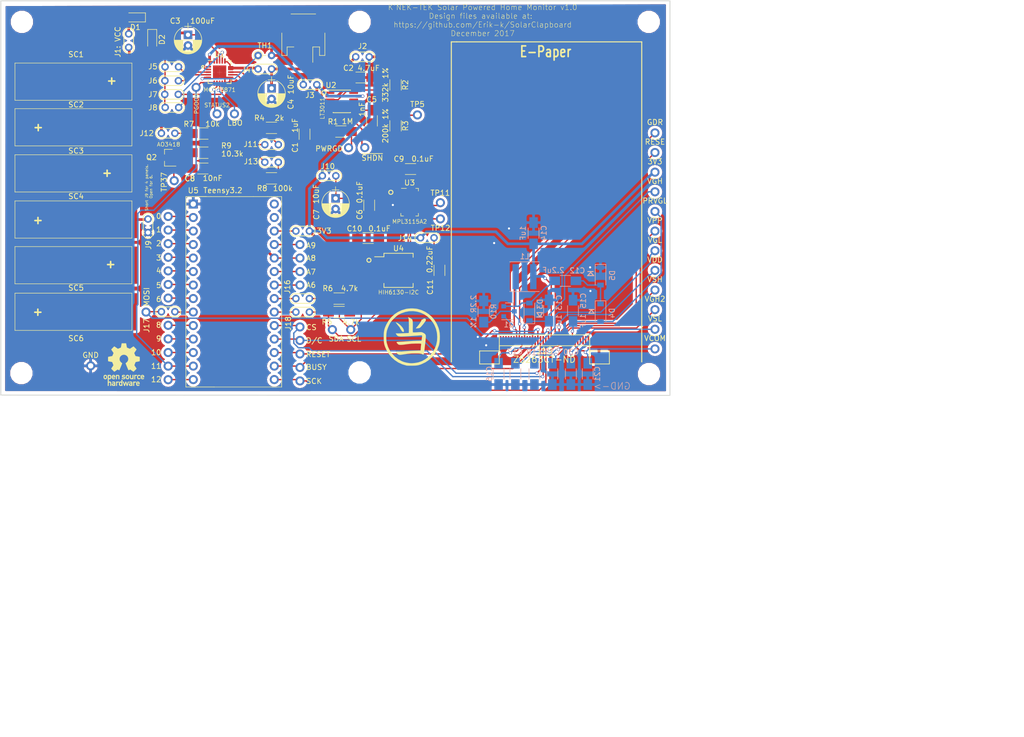
<source format=kicad_pcb>
(kicad_pcb (version 4) (host pcbnew 4.0.6)

  (general
    (links 191)
    (no_connects 1)
    (area 74.208857 54.8166 272.041714 194.39)
    (thickness 1.6)
    (drawings 43)
    (tracks 584)
    (zones 0)
    (modules 125)
    (nets 104)
  )

  (page A4)
  (layers
    (0 F.Cu signal)
    (31 B.Cu signal)
    (32 B.Adhes user)
    (33 F.Adhes user)
    (34 B.Paste user)
    (35 F.Paste user)
    (36 B.SilkS user)
    (37 F.SilkS user)
    (38 B.Mask user)
    (39 F.Mask user)
    (40 Dwgs.User user)
    (41 Cmts.User user)
    (42 Eco1.User user)
    (43 Eco2.User user)
    (44 Edge.Cuts user)
    (45 Margin user)
    (46 B.CrtYd user)
    (47 F.CrtYd user)
    (48 B.Fab user hide)
    (49 F.Fab user hide)
  )

  (setup
    (last_trace_width 0.254)
    (trace_clearance 0.1778)
    (zone_clearance 0.508)
    (zone_45_only no)
    (trace_min 0.2)
    (segment_width 0.2)
    (edge_width 0.15)
    (via_size 0.6)
    (via_drill 0.4)
    (via_min_size 0.4)
    (via_min_drill 0.3)
    (uvia_size 0.3)
    (uvia_drill 0.254)
    (uvias_allowed no)
    (uvia_min_size 0.2)
    (uvia_min_drill 0.1)
    (pcb_text_width 0.3)
    (pcb_text_size 1.5 1.5)
    (mod_edge_width 0.15)
    (mod_text_size 1 1)
    (mod_text_width 0.15)
    (pad_size 3 2)
    (pad_drill 0)
    (pad_to_mask_clearance 0.1)
    (aux_axis_origin 0 0)
    (visible_elements 7FFFFF7F)
    (pcbplotparams
      (layerselection 0x00030_80000001)
      (usegerberextensions false)
      (excludeedgelayer true)
      (linewidth 0.100000)
      (plotframeref false)
      (viasonmask false)
      (mode 1)
      (useauxorigin false)
      (hpglpennumber 1)
      (hpglpenspeed 20)
      (hpglpendiameter 15)
      (hpglpenoverlay 2)
      (psnegative false)
      (psa4output false)
      (plotreference true)
      (plotvalue true)
      (plotinvisibletext false)
      (padsonsilk false)
      (subtractmaskfromsilk false)
      (outputformat 1)
      (mirror false)
      (drillshape 1)
      (scaleselection 1)
      (outputdirectory ""))
  )

  (net 0 "")
  (net 1 "Net-(BT1-Pad1)")
  (net 2 /VBat)
  (net 3 GND)
  (net 4 "Net-(C2-Pad1)")
  (net 5 "Net-(C3-Pad1)")
  (net 6 "Net-(C5-Pad1)")
  (net 7 "Net-(C6-Pad1)")
  (net 8 /PV_ADC)
  (net 9 "Net-(C9-Pad1)")
  (net 10 "Net-(C10-Pad1)")
  (net 11 "Net-(C11-Pad1)")
  (net 12 "Net-(C12-Pad1)")
  (net 13 "Net-(C12-Pad2)")
  (net 14 /Epaper_adapter_sheet/VGH)
  (net 15 +3V3)
  (net 16 /Epaper_adapter_sheet/PRVGL)
  (net 17 /Epaper_adapter_sheet/VGL)
  (net 18 /Epaper_adapter_sheet/VDD)
  (net 19 /Epaper_adapter_sheet/VSH)
  (net 20 /Epaper_adapter_sheet/VGH2)
  (net 21 /Epaper_adapter_sheet/VSL)
  (net 22 /Epaper_adapter_sheet/VCOM)
  (net 23 "Net-(D1-Pad2)")
  (net 24 "Net-(J3-Pad1)")
  (net 25 "Net-(J4-Pad1)")
  (net 26 "Net-(J5-Pad2)")
  (net 27 "Net-(J6-Pad2)")
  (net 28 "Net-(J7-Pad2)")
  (net 29 "Net-(J8-Pad2)")
  (net 30 "Net-(J9-Pad1)")
  (net 31 "Net-(J11-Pad1)")
  (net 32 /PROG1)
  (net 33 "Net-(J12-Pad2)")
  (net 34 "Net-(J13-Pad1)")
  (net 35 /PROG3)
  (net 36 "Net-(J15-Pad1)")
  (net 37 /SCL)
  (net 38 /MOSI)
  (net 39 "Net-(J17-Pad2)")
  (net 40 /SDA)
  (net 41 /Epaper_adapter_sheet/GDR)
  (net 42 /Epaper_adapter_sheet/RESE)
  (net 43 /Epaper_adapter_sheet/BUSY)
  (net 44 /Epaper_adapter_sheet/RESET)
  (net 45 /Epaper_adapter_sheet/D/C)
  (net 46 /Epaper_adapter_sheet/CS)
  (net 47 /Epaper_adapter_sheet/SCK)
  (net 48 /Epaper_adapter_sheet/VPP)
  (net 49 /PWRGD)
  (net 50 "Net-(R2-Pad2)")
  (net 51 "Net-(SC1-Pad2)")
  (net 52 "Net-(SC2-Pad2)")
  (net 53 "Net-(SC3-Pad2)")
  (net 54 "Net-(SC5-Pad2)")
  (net 55 "Net-(TH1-Pad1)")
  (net 56 /PGOOD)
  (net 57 /STATUS2)
  (net 58 /LBO)
  (net 59 /~SHDN)
  (net 60 "Net-(TP11-Pad1)")
  (net 61 "Net-(TP12-Pad1)")
  (net 62 "Net-(J16-Pad1)")
  (net 63 "Net-(J18-Pad1)")
  (net 64 "Net-(C8-Pad2)")
  (net 65 "Net-(J19-Pad1)")
  (net 66 "Net-(J19-Pad2)")
  (net 67 "Net-(J19-Pad3)")
  (net 68 "Net-(J19-Pad4)")
  (net 69 "Net-(J19-Pad5)")
  (net 70 "Net-(J19-Pad6)")
  (net 71 /Epaper_adapter_sheet/TSCL)
  (net 72 /Epaper_adapter_sheet/TSDA)
  (net 73 "Net-(J19-Pad30)")
  (net 74 "Net-(J19-Pad31)")
  (net 75 "Net-(J19-Pad32)")
  (net 76 "Net-(J19-Pad33)")
  (net 77 "Net-(J19-Pad34)")
  (net 78 "Net-(TP7-Pad1)")
  (net 79 "Net-(TP8-Pad1)")
  (net 80 "Net-(TP34-Pad1)")
  (net 81 "Net-(TP35-Pad1)")
  (net 82 "Net-(TP36-Pad1)")
  (net 83 "Net-(Q2-Pad1)")
  (net 84 "Net-(TP38-Pad1)")
  (net 85 "Net-(TP39-Pad1)")
  (net 86 "Net-(TP40-Pad1)")
  (net 87 "Net-(TP41-Pad1)")
  (net 88 "Net-(TP42-Pad1)")
  (net 89 "Net-(TP43-Pad1)")
  (net 90 "Net-(TP44-Pad1)")
  (net 91 "Net-(TP45-Pad1)")
  (net 92 "Net-(TP46-Pad1)")
  (net 93 "Net-(U2-Pad1)")
  (net 94 "Net-(U2-Pad5)")
  (net 95 "Net-(U2-Pad8)")
  (net 96 "Net-(U2-Pad10)")
  (net 97 "Net-(U2-Pad12)")
  (net 98 "Net-(U4-Pad5)")
  (net 99 "Net-(U4-Pad6)")
  (net 100 "Net-(U4-Pad7)")
  (net 101 "Net-(U5-PadVin)")
  (net 102 "Net-(U5-PadAGND)")
  (net 103 VCC)

  (net_class Default "This is the default net class."
    (clearance 0.1778)
    (trace_width 0.254)
    (via_dia 0.6)
    (via_drill 0.4)
    (uvia_dia 0.3)
    (uvia_drill 0.254)
    (add_net /Epaper_adapter_sheet/BUSY)
    (add_net /Epaper_adapter_sheet/CS)
    (add_net /Epaper_adapter_sheet/D/C)
    (add_net /Epaper_adapter_sheet/GDR)
    (add_net /Epaper_adapter_sheet/PRVGL)
    (add_net /Epaper_adapter_sheet/RESE)
    (add_net /Epaper_adapter_sheet/RESET)
    (add_net /Epaper_adapter_sheet/SCK)
    (add_net /Epaper_adapter_sheet/TSCL)
    (add_net /Epaper_adapter_sheet/TSDA)
    (add_net /Epaper_adapter_sheet/VCOM)
    (add_net /Epaper_adapter_sheet/VDD)
    (add_net /Epaper_adapter_sheet/VGH)
    (add_net /Epaper_adapter_sheet/VGH2)
    (add_net /Epaper_adapter_sheet/VGL)
    (add_net /Epaper_adapter_sheet/VPP)
    (add_net /Epaper_adapter_sheet/VSH)
    (add_net /Epaper_adapter_sheet/VSL)
    (add_net /LBO)
    (add_net /MOSI)
    (add_net /PGOOD)
    (add_net /PROG1)
    (add_net /PROG3)
    (add_net /PV_ADC)
    (add_net /PWRGD)
    (add_net /SCL)
    (add_net /SDA)
    (add_net /STATUS2)
    (add_net /~SHDN)
    (add_net GND)
    (add_net "Net-(C10-Pad1)")
    (add_net "Net-(C11-Pad1)")
    (add_net "Net-(C12-Pad1)")
    (add_net "Net-(C12-Pad2)")
    (add_net "Net-(C3-Pad1)")
    (add_net "Net-(C5-Pad1)")
    (add_net "Net-(C6-Pad1)")
    (add_net "Net-(C8-Pad2)")
    (add_net "Net-(C9-Pad1)")
    (add_net "Net-(D1-Pad2)")
    (add_net "Net-(J11-Pad1)")
    (add_net "Net-(J12-Pad2)")
    (add_net "Net-(J13-Pad1)")
    (add_net "Net-(J15-Pad1)")
    (add_net "Net-(J16-Pad1)")
    (add_net "Net-(J17-Pad2)")
    (add_net "Net-(J18-Pad1)")
    (add_net "Net-(J19-Pad1)")
    (add_net "Net-(J19-Pad2)")
    (add_net "Net-(J19-Pad3)")
    (add_net "Net-(J19-Pad30)")
    (add_net "Net-(J19-Pad31)")
    (add_net "Net-(J19-Pad32)")
    (add_net "Net-(J19-Pad33)")
    (add_net "Net-(J19-Pad34)")
    (add_net "Net-(J19-Pad4)")
    (add_net "Net-(J19-Pad5)")
    (add_net "Net-(J19-Pad6)")
    (add_net "Net-(J4-Pad1)")
    (add_net "Net-(J5-Pad2)")
    (add_net "Net-(J6-Pad2)")
    (add_net "Net-(J7-Pad2)")
    (add_net "Net-(J8-Pad2)")
    (add_net "Net-(Q2-Pad1)")
    (add_net "Net-(R2-Pad2)")
    (add_net "Net-(TH1-Pad1)")
    (add_net "Net-(TP11-Pad1)")
    (add_net "Net-(TP12-Pad1)")
    (add_net "Net-(TP34-Pad1)")
    (add_net "Net-(TP35-Pad1)")
    (add_net "Net-(TP36-Pad1)")
    (add_net "Net-(TP38-Pad1)")
    (add_net "Net-(TP39-Pad1)")
    (add_net "Net-(TP40-Pad1)")
    (add_net "Net-(TP41-Pad1)")
    (add_net "Net-(TP42-Pad1)")
    (add_net "Net-(TP43-Pad1)")
    (add_net "Net-(TP44-Pad1)")
    (add_net "Net-(TP45-Pad1)")
    (add_net "Net-(TP46-Pad1)")
    (add_net "Net-(TP7-Pad1)")
    (add_net "Net-(TP8-Pad1)")
    (add_net "Net-(U2-Pad1)")
    (add_net "Net-(U2-Pad10)")
    (add_net "Net-(U2-Pad12)")
    (add_net "Net-(U2-Pad5)")
    (add_net "Net-(U2-Pad8)")
    (add_net "Net-(U4-Pad5)")
    (add_net "Net-(U4-Pad6)")
    (add_net "Net-(U4-Pad7)")
    (add_net "Net-(U5-PadAGND)")
    (add_net "Net-(U5-PadVin)")
  )

  (net_class PWR ""
    (clearance 0.1778)
    (trace_width 0.508)
    (via_dia 0.6)
    (via_drill 0.4)
    (uvia_dia 0.3)
    (uvia_drill 0.254)
    (add_net +3V3)
    (add_net /VBat)
    (add_net "Net-(BT1-Pad1)")
    (add_net "Net-(C2-Pad1)")
    (add_net "Net-(J3-Pad1)")
    (add_net "Net-(J9-Pad1)")
    (add_net "Net-(SC1-Pad2)")
    (add_net "Net-(SC2-Pad2)")
    (add_net "Net-(SC3-Pad2)")
    (add_net "Net-(SC5-Pad2)")
    (add_net VCC)
  )

  (module CustomFootprints:MSOP-12_3x4mm_Pitch0.65mm_Handsolder (layer F.Cu) (tedit 5A317D2D) (tstamp 59F91085)
    (at 144.018 74.93)
    (descr "MS Package; 12-Lead Plastic MSOP; (see Linear Technology 05081668_A_MS12.pdf)")
    (tags "SSOP 0.65")
    (path /59CA657C)
    (attr smd)
    (fp_text reference U2 (at -2.032 -3.05) (layer F.SilkS)
      (effects (font (size 1 1) (thickness 0.15)))
    )
    (fp_text value LT3011 (at -3.6576 1.3208 90) (layer F.SilkS)
      (effects (font (size 0.762 0.762) (thickness 0.1016)))
    )
    (fp_line (start -0.5 -2) (end 1.5 -2) (layer F.Fab) (width 0.15))
    (fp_line (start 1.5 -2) (end 1.5 2) (layer F.Fab) (width 0.15))
    (fp_line (start 1.5 2) (end -1.5 2) (layer F.Fab) (width 0.15))
    (fp_line (start -1.5 2) (end -1.5 -1) (layer F.Fab) (width 0.15))
    (fp_line (start -1.5 -1) (end -0.5 -2) (layer F.Fab) (width 0.15))
    (fp_line (start -2.8 -2.3) (end -2.8 2.3) (layer F.CrtYd) (width 0.05))
    (fp_line (start 2.8 -2.3) (end 2.8 2.3) (layer F.CrtYd) (width 0.05))
    (fp_line (start -2.8 -2.3) (end 2.8 -2.3) (layer F.CrtYd) (width 0.05))
    (fp_line (start -2.8 2.3) (end 2.8 2.3) (layer F.CrtYd) (width 0.05))
    (fp_line (start 1.625 -2.125) (end 1.625 -2.06) (layer F.SilkS) (width 0.15))
    (fp_line (start 1.625 2.125) (end 1.625 2.06) (layer F.SilkS) (width 0.15))
    (fp_line (start -1.625 2.125) (end -1.625 2.06) (layer F.SilkS) (width 0.15))
    (fp_line (start -1.625 -2.125) (end 1.625 -2.125) (layer F.SilkS) (width 0.15))
    (fp_line (start -1.625 2.125) (end 1.625 2.125) (layer F.SilkS) (width 0.15))
    (fp_line (start -1.625 -2.125) (end -2.55 -2.125) (layer F.SilkS) (width 0.15))
    (pad 1 smd rect (at -2.232 -1.625) (size 1.652 0.42) (layers F.Cu F.Paste F.Mask)
      (net 93 "Net-(U2-Pad1)"))
    (pad 2 smd rect (at -2.232 -0.975) (size 1.652 0.42) (layers F.Cu F.Paste F.Mask)
      (net 4 "Net-(C2-Pad1)"))
    (pad 3 smd rect (at -2.232 -0.325) (size 1.652 0.42) (layers F.Cu F.Paste F.Mask)
      (net 50 "Net-(R2-Pad2)"))
    (pad 4 smd rect (at -2.232 0.325) (size 1.652 0.42) (layers F.Cu F.Paste F.Mask)
      (net 3 GND))
    (pad 5 smd rect (at -2.232 0.975) (size 1.652 0.42) (layers F.Cu F.Paste F.Mask)
      (net 94 "Net-(U2-Pad5)"))
    (pad 6 smd rect (at -2.232 1.625) (size 1.652 0.42) (layers F.Cu F.Paste F.Mask)
      (net 49 /PWRGD))
    (pad 7 smd rect (at 2.232 1.625) (size 1.652 0.42) (layers F.Cu F.Paste F.Mask)
      (net 6 "Net-(C5-Pad1)"))
    (pad 8 smd rect (at 2.232 0.975) (size 1.652 0.42) (layers F.Cu F.Paste F.Mask)
      (net 95 "Net-(U2-Pad8)"))
    (pad 9 smd rect (at 2.232 0.325) (size 1.652 0.42) (layers F.Cu F.Paste F.Mask)
      (net 59 /~SHDN))
    (pad 10 smd rect (at 2.232 -0.325) (size 1.652 0.42) (layers F.Cu F.Paste F.Mask)
      (net 96 "Net-(U2-Pad10)"))
    (pad 11 smd rect (at 2.232 -0.975) (size 1.652 0.42) (layers F.Cu F.Paste F.Mask)
      (net 2 /VBat))
    (pad 12 smd rect (at 2.232 -1.625) (size 1.652 0.42) (layers F.Cu F.Paste F.Mask)
      (net 97 "Net-(U2-Pad12)"))
    (model Housings_SSOP.3dshapes/MSOP-12_3x4mm_Pitch0.65mm.wrl
      (at (xyz 0 0 0))
      (scale (xyz 1 1 1))
      (rotate (xyz 0 0 0))
    )
  )

  (module Mounting_Holes:MountingHole_3.2mm_M3 (layer F.Cu) (tedit 5A1F250C) (tstamp 5A1F25AF)
    (at 201.803 126.2126)
    (descr "Mounting Hole 3.2mm, no annular, M3")
    (tags "mounting hole 3.2mm no annular m3")
    (fp_text reference REF** (at 0 -4.2) (layer Cmts.User) hide
      (effects (font (size 1 1) (thickness 0.15)))
    )
    (fp_text value MountingHole_3.2mm_M3 (at 0 4.2) (layer Cmts.User) hide
      (effects (font (size 1 1) (thickness 0.15)))
    )
    (fp_circle (center 0 0) (end 3.2 0) (layer Cmts.User) (width 0.15))
    (fp_circle (center 0 0) (end 3.45 0) (layer F.CrtYd) (width 0.05))
    (pad 1 np_thru_hole circle (at 0 0) (size 3.2 3.2) (drill 3.2) (layers *.Cu *.Mask))
  )

  (module Mounting_Holes:MountingHole_3.2mm_M3 (layer F.Cu) (tedit 5A1F250C) (tstamp 5A1F25AB)
    (at 147.2692 125.9078)
    (descr "Mounting Hole 3.2mm, no annular, M3")
    (tags "mounting hole 3.2mm no annular m3")
    (fp_text reference REF** (at 0 -4.2) (layer Cmts.User) hide
      (effects (font (size 1 1) (thickness 0.15)))
    )
    (fp_text value MountingHole_3.2mm_M3 (at 0 4.2) (layer Cmts.User) hide
      (effects (font (size 1 1) (thickness 0.15)))
    )
    (fp_circle (center 0 0) (end 3.2 0) (layer Cmts.User) (width 0.15))
    (fp_circle (center 0 0) (end 3.45 0) (layer F.CrtYd) (width 0.05))
    (pad 1 np_thru_hole circle (at 0.1016 0) (size 3.2 3.2) (drill 3.2) (layers *.Cu *.Mask))
  )

  (module Mounting_Holes:MountingHole_3.2mm_M3 (layer F.Cu) (tedit 5A1F250C) (tstamp 5A1F25A7)
    (at 83.7438 126.0348)
    (descr "Mounting Hole 3.2mm, no annular, M3")
    (tags "mounting hole 3.2mm no annular m3")
    (fp_text reference REF** (at 0 -4.2) (layer Cmts.User) hide
      (effects (font (size 1 1) (thickness 0.15)))
    )
    (fp_text value MountingHole_3.2mm_M3 (at 0 4.2) (layer Cmts.User) hide
      (effects (font (size 1 1) (thickness 0.15)))
    )
    (fp_circle (center 0 0) (end 3.2 0) (layer Cmts.User) (width 0.15))
    (fp_circle (center 0 0) (end 3.45 0) (layer F.CrtYd) (width 0.05))
    (pad 1 np_thru_hole circle (at 0 0) (size 3.2 3.2) (drill 3.2) (layers *.Cu *.Mask))
  )

  (module Mounting_Holes:MountingHole_3.2mm_M3 (layer F.Cu) (tedit 5A1F250C) (tstamp 5A1F25A3)
    (at 201.7522 59.9694)
    (descr "Mounting Hole 3.2mm, no annular, M3")
    (tags "mounting hole 3.2mm no annular m3")
    (fp_text reference REF** (at 0 -4.2) (layer Cmts.User) hide
      (effects (font (size 1 1) (thickness 0.15)))
    )
    (fp_text value MountingHole_3.2mm_M3 (at 0 4.2) (layer Cmts.User) hide
      (effects (font (size 1 1) (thickness 0.15)))
    )
    (fp_circle (center 0 0) (end 3.2 0) (layer Cmts.User) (width 0.15))
    (fp_circle (center 0 0) (end 3.45 0) (layer F.CrtYd) (width 0.05))
    (pad 1 np_thru_hole circle (at 0 0) (size 3.2 3.2) (drill 3.2) (layers *.Cu *.Mask))
  )

  (module Mounting_Holes:MountingHole_3.2mm_M3 (layer F.Cu) (tedit 5A1F250C) (tstamp 5A1F259F)
    (at 147.3454 59.9694)
    (descr "Mounting Hole 3.2mm, no annular, M3")
    (tags "mounting hole 3.2mm no annular m3")
    (fp_text reference REF** (at 0 -4.2) (layer Cmts.User) hide
      (effects (font (size 1 1) (thickness 0.15)))
    )
    (fp_text value MountingHole_3.2mm_M3 (at 0 4.2) (layer Cmts.User) hide
      (effects (font (size 1 1) (thickness 0.15)))
    )
    (fp_circle (center 0 0) (end 3.2 0) (layer Cmts.User) (width 0.15))
    (fp_circle (center 0 0) (end 3.45 0) (layer F.CrtYd) (width 0.05))
    (pad 1 np_thru_hole circle (at 0.0254 0) (size 3.2 3.2) (drill 3.2) (layers *.Cu *.Mask))
  )

  (module Capacitors_SMD:C_1206_HandSoldering (layer F.Cu) (tedit 5A273EA4) (tstamp 59F90E29)
    (at 137.0076 81.1022 270)
    (descr "Capacitor SMD 1206, hand soldering")
    (tags "capacitor 1206")
    (path /59CA818D)
    (attr smd)
    (fp_text reference C1 (at 2.4892 1.778 270) (layer F.SilkS)
      (effects (font (size 1 1) (thickness 0.15)))
    )
    (fp_text value 1uF (at -1.651 1.778 270) (layer F.SilkS)
      (effects (font (size 1 1) (thickness 0.15)))
    )
    (fp_text user %R (at 2.5146 1.7526 270) (layer F.Fab)
      (effects (font (size 1 1) (thickness 0.15)))
    )
    (fp_line (start -1.6 0.8) (end -1.6 -0.8) (layer F.Fab) (width 0.1))
    (fp_line (start 1.6 0.8) (end -1.6 0.8) (layer F.Fab) (width 0.1))
    (fp_line (start 1.6 -0.8) (end 1.6 0.8) (layer F.Fab) (width 0.1))
    (fp_line (start -1.6 -0.8) (end 1.6 -0.8) (layer F.Fab) (width 0.1))
    (fp_line (start 1 -1.02) (end -1 -1.02) (layer F.SilkS) (width 0.12))
    (fp_line (start -1 1.02) (end 1 1.02) (layer F.SilkS) (width 0.12))
    (fp_line (start -3.25 -1.05) (end 3.25 -1.05) (layer F.CrtYd) (width 0.05))
    (fp_line (start -3.25 -1.05) (end -3.25 1.05) (layer F.CrtYd) (width 0.05))
    (fp_line (start 3.25 1.05) (end 3.25 -1.05) (layer F.CrtYd) (width 0.05))
    (fp_line (start 3.25 1.05) (end -3.25 1.05) (layer F.CrtYd) (width 0.05))
    (pad 1 smd rect (at -2 0 270) (size 2 1.6) (layers F.Cu F.Paste F.Mask)
      (net 2 /VBat))
    (pad 2 smd rect (at 2 0 270) (size 2 1.6) (layers F.Cu F.Paste F.Mask)
      (net 3 GND))
    (model Capacitors_SMD.3dshapes/C_1206.wrl
      (at (xyz 0 0 0))
      (scale (xyz 1 1 1))
      (rotate (xyz 0 0 0))
    )
  )

  (module Capacitors_SMD:C_1206_HandSoldering (layer F.Cu) (tedit 5A273DE9) (tstamp 59F90E2F)
    (at 147.6502 70.4342)
    (descr "Capacitor SMD 1206, hand soldering")
    (tags "capacitor 1206")
    (path /59CA826D)
    (attr smd)
    (fp_text reference C2 (at -2.3876 -1.778) (layer F.SilkS)
      (effects (font (size 1 1) (thickness 0.15)))
    )
    (fp_text value 4.7uF (at 1.397 -1.7526) (layer F.SilkS)
      (effects (font (size 1 1) (thickness 0.15)))
    )
    (fp_text user %R (at -2.3622 -1.8034) (layer F.Fab)
      (effects (font (size 1 1) (thickness 0.15)))
    )
    (fp_line (start -1.6 0.8) (end -1.6 -0.8) (layer F.Fab) (width 0.1))
    (fp_line (start 1.6 0.8) (end -1.6 0.8) (layer F.Fab) (width 0.1))
    (fp_line (start 1.6 -0.8) (end 1.6 0.8) (layer F.Fab) (width 0.1))
    (fp_line (start -1.6 -0.8) (end 1.6 -0.8) (layer F.Fab) (width 0.1))
    (fp_line (start 1 -1.02) (end -1 -1.02) (layer F.SilkS) (width 0.12))
    (fp_line (start -1 1.02) (end 1 1.02) (layer F.SilkS) (width 0.12))
    (fp_line (start -3.25 -1.05) (end 3.25 -1.05) (layer F.CrtYd) (width 0.05))
    (fp_line (start -3.25 -1.05) (end -3.25 1.05) (layer F.CrtYd) (width 0.05))
    (fp_line (start 3.25 1.05) (end 3.25 -1.05) (layer F.CrtYd) (width 0.05))
    (fp_line (start 3.25 1.05) (end -3.25 1.05) (layer F.CrtYd) (width 0.05))
    (pad 1 smd rect (at -2 0) (size 2 1.6) (layers F.Cu F.Paste F.Mask)
      (net 4 "Net-(C2-Pad1)"))
    (pad 2 smd rect (at 2 0) (size 2 1.6) (layers F.Cu F.Paste F.Mask)
      (net 3 GND))
    (model Capacitors_SMD.3dshapes/C_1206.wrl
      (at (xyz 0 0 0))
      (scale (xyz 1 1 1))
      (rotate (xyz 0 0 0))
    )
  )

  (module Capacitors_THT:CP_Radial_D5.0mm_P2.00mm (layer F.Cu) (tedit 5A273F03) (tstamp 59F90E35)
    (at 115.0874 62.4078 270)
    (descr "CP, Radial series, Radial, pin pitch=2.00mm, , diameter=5mm, Electrolytic Capacitor")
    (tags "CP Radial series Radial pin pitch 2.00mm  diameter 5mm Electrolytic Capacitor")
    (path /59B1D8FC)
    (fp_text reference C3 (at -2.6162 2.413 360) (layer F.SilkS)
      (effects (font (size 1 1) (thickness 0.15)))
    )
    (fp_text value 100uF (at -2.6162 -2.7432 360) (layer F.SilkS)
      (effects (font (size 1 1) (thickness 0.15)))
    )
    (fp_arc (start 1 0) (end -1.397436 -0.98) (angle 135.5) (layer F.SilkS) (width 0.12))
    (fp_arc (start 1 0) (end -1.397436 0.98) (angle -135.5) (layer F.SilkS) (width 0.12))
    (fp_arc (start 1 0) (end 3.397436 -0.98) (angle 44.5) (layer F.SilkS) (width 0.12))
    (fp_circle (center 1 0) (end 3.5 0) (layer F.Fab) (width 0.1))
    (fp_line (start -2.2 0) (end -1 0) (layer F.Fab) (width 0.1))
    (fp_line (start -1.6 -0.65) (end -1.6 0.65) (layer F.Fab) (width 0.1))
    (fp_line (start 1 -2.55) (end 1 2.55) (layer F.SilkS) (width 0.12))
    (fp_line (start 1.04 -2.55) (end 1.04 -0.98) (layer F.SilkS) (width 0.12))
    (fp_line (start 1.04 0.98) (end 1.04 2.55) (layer F.SilkS) (width 0.12))
    (fp_line (start 1.08 -2.549) (end 1.08 -0.98) (layer F.SilkS) (width 0.12))
    (fp_line (start 1.08 0.98) (end 1.08 2.549) (layer F.SilkS) (width 0.12))
    (fp_line (start 1.12 -2.548) (end 1.12 -0.98) (layer F.SilkS) (width 0.12))
    (fp_line (start 1.12 0.98) (end 1.12 2.548) (layer F.SilkS) (width 0.12))
    (fp_line (start 1.16 -2.546) (end 1.16 -0.98) (layer F.SilkS) (width 0.12))
    (fp_line (start 1.16 0.98) (end 1.16 2.546) (layer F.SilkS) (width 0.12))
    (fp_line (start 1.2 -2.543) (end 1.2 -0.98) (layer F.SilkS) (width 0.12))
    (fp_line (start 1.2 0.98) (end 1.2 2.543) (layer F.SilkS) (width 0.12))
    (fp_line (start 1.24 -2.539) (end 1.24 -0.98) (layer F.SilkS) (width 0.12))
    (fp_line (start 1.24 0.98) (end 1.24 2.539) (layer F.SilkS) (width 0.12))
    (fp_line (start 1.28 -2.535) (end 1.28 -0.98) (layer F.SilkS) (width 0.12))
    (fp_line (start 1.28 0.98) (end 1.28 2.535) (layer F.SilkS) (width 0.12))
    (fp_line (start 1.32 -2.531) (end 1.32 -0.98) (layer F.SilkS) (width 0.12))
    (fp_line (start 1.32 0.98) (end 1.32 2.531) (layer F.SilkS) (width 0.12))
    (fp_line (start 1.36 -2.525) (end 1.36 -0.98) (layer F.SilkS) (width 0.12))
    (fp_line (start 1.36 0.98) (end 1.36 2.525) (layer F.SilkS) (width 0.12))
    (fp_line (start 1.4 -2.519) (end 1.4 -0.98) (layer F.SilkS) (width 0.12))
    (fp_line (start 1.4 0.98) (end 1.4 2.519) (layer F.SilkS) (width 0.12))
    (fp_line (start 1.44 -2.513) (end 1.44 -0.98) (layer F.SilkS) (width 0.12))
    (fp_line (start 1.44 0.98) (end 1.44 2.513) (layer F.SilkS) (width 0.12))
    (fp_line (start 1.48 -2.506) (end 1.48 -0.98) (layer F.SilkS) (width 0.12))
    (fp_line (start 1.48 0.98) (end 1.48 2.506) (layer F.SilkS) (width 0.12))
    (fp_line (start 1.52 -2.498) (end 1.52 -0.98) (layer F.SilkS) (width 0.12))
    (fp_line (start 1.52 0.98) (end 1.52 2.498) (layer F.SilkS) (width 0.12))
    (fp_line (start 1.56 -2.489) (end 1.56 -0.98) (layer F.SilkS) (width 0.12))
    (fp_line (start 1.56 0.98) (end 1.56 2.489) (layer F.SilkS) (width 0.12))
    (fp_line (start 1.6 -2.48) (end 1.6 -0.98) (layer F.SilkS) (width 0.12))
    (fp_line (start 1.6 0.98) (end 1.6 2.48) (layer F.SilkS) (width 0.12))
    (fp_line (start 1.64 -2.47) (end 1.64 -0.98) (layer F.SilkS) (width 0.12))
    (fp_line (start 1.64 0.98) (end 1.64 2.47) (layer F.SilkS) (width 0.12))
    (fp_line (start 1.68 -2.46) (end 1.68 -0.98) (layer F.SilkS) (width 0.12))
    (fp_line (start 1.68 0.98) (end 1.68 2.46) (layer F.SilkS) (width 0.12))
    (fp_line (start 1.721 -2.448) (end 1.721 -0.98) (layer F.SilkS) (width 0.12))
    (fp_line (start 1.721 0.98) (end 1.721 2.448) (layer F.SilkS) (width 0.12))
    (fp_line (start 1.761 -2.436) (end 1.761 -0.98) (layer F.SilkS) (width 0.12))
    (fp_line (start 1.761 0.98) (end 1.761 2.436) (layer F.SilkS) (width 0.12))
    (fp_line (start 1.801 -2.424) (end 1.801 -0.98) (layer F.SilkS) (width 0.12))
    (fp_line (start 1.801 0.98) (end 1.801 2.424) (layer F.SilkS) (width 0.12))
    (fp_line (start 1.841 -2.41) (end 1.841 -0.98) (layer F.SilkS) (width 0.12))
    (fp_line (start 1.841 0.98) (end 1.841 2.41) (layer F.SilkS) (width 0.12))
    (fp_line (start 1.881 -2.396) (end 1.881 -0.98) (layer F.SilkS) (width 0.12))
    (fp_line (start 1.881 0.98) (end 1.881 2.396) (layer F.SilkS) (width 0.12))
    (fp_line (start 1.921 -2.382) (end 1.921 -0.98) (layer F.SilkS) (width 0.12))
    (fp_line (start 1.921 0.98) (end 1.921 2.382) (layer F.SilkS) (width 0.12))
    (fp_line (start 1.961 -2.366) (end 1.961 -0.98) (layer F.SilkS) (width 0.12))
    (fp_line (start 1.961 0.98) (end 1.961 2.366) (layer F.SilkS) (width 0.12))
    (fp_line (start 2.001 -2.35) (end 2.001 -0.98) (layer F.SilkS) (width 0.12))
    (fp_line (start 2.001 0.98) (end 2.001 2.35) (layer F.SilkS) (width 0.12))
    (fp_line (start 2.041 -2.333) (end 2.041 -0.98) (layer F.SilkS) (width 0.12))
    (fp_line (start 2.041 0.98) (end 2.041 2.333) (layer F.SilkS) (width 0.12))
    (fp_line (start 2.081 -2.315) (end 2.081 -0.98) (layer F.SilkS) (width 0.12))
    (fp_line (start 2.081 0.98) (end 2.081 2.315) (layer F.SilkS) (width 0.12))
    (fp_line (start 2.121 -2.296) (end 2.121 -0.98) (layer F.SilkS) (width 0.12))
    (fp_line (start 2.121 0.98) (end 2.121 2.296) (layer F.SilkS) (width 0.12))
    (fp_line (start 2.161 -2.276) (end 2.161 -0.98) (layer F.SilkS) (width 0.12))
    (fp_line (start 2.161 0.98) (end 2.161 2.276) (layer F.SilkS) (width 0.12))
    (fp_line (start 2.201 -2.256) (end 2.201 -0.98) (layer F.SilkS) (width 0.12))
    (fp_line (start 2.201 0.98) (end 2.201 2.256) (layer F.SilkS) (width 0.12))
    (fp_line (start 2.241 -2.234) (end 2.241 -0.98) (layer F.SilkS) (width 0.12))
    (fp_line (start 2.241 0.98) (end 2.241 2.234) (layer F.SilkS) (width 0.12))
    (fp_line (start 2.281 -2.212) (end 2.281 -0.98) (layer F.SilkS) (width 0.12))
    (fp_line (start 2.281 0.98) (end 2.281 2.212) (layer F.SilkS) (width 0.12))
    (fp_line (start 2.321 -2.189) (end 2.321 -0.98) (layer F.SilkS) (width 0.12))
    (fp_line (start 2.321 0.98) (end 2.321 2.189) (layer F.SilkS) (width 0.12))
    (fp_line (start 2.361 -2.165) (end 2.361 -0.98) (layer F.SilkS) (width 0.12))
    (fp_line (start 2.361 0.98) (end 2.361 2.165) (layer F.SilkS) (width 0.12))
    (fp_line (start 2.401 -2.14) (end 2.401 -0.98) (layer F.SilkS) (width 0.12))
    (fp_line (start 2.401 0.98) (end 2.401 2.14) (layer F.SilkS) (width 0.12))
    (fp_line (start 2.441 -2.113) (end 2.441 -0.98) (layer F.SilkS) (width 0.12))
    (fp_line (start 2.441 0.98) (end 2.441 2.113) (layer F.SilkS) (width 0.12))
    (fp_line (start 2.481 -2.086) (end 2.481 -0.98) (layer F.SilkS) (width 0.12))
    (fp_line (start 2.481 0.98) (end 2.481 2.086) (layer F.SilkS) (width 0.12))
    (fp_line (start 2.521 -2.058) (end 2.521 -0.98) (layer F.SilkS) (width 0.12))
    (fp_line (start 2.521 0.98) (end 2.521 2.058) (layer F.SilkS) (width 0.12))
    (fp_line (start 2.561 -2.028) (end 2.561 -0.98) (layer F.SilkS) (width 0.12))
    (fp_line (start 2.561 0.98) (end 2.561 2.028) (layer F.SilkS) (width 0.12))
    (fp_line (start 2.601 -1.997) (end 2.601 -0.98) (layer F.SilkS) (width 0.12))
    (fp_line (start 2.601 0.98) (end 2.601 1.997) (layer F.SilkS) (width 0.12))
    (fp_line (start 2.641 -1.965) (end 2.641 -0.98) (layer F.SilkS) (width 0.12))
    (fp_line (start 2.641 0.98) (end 2.641 1.965) (layer F.SilkS) (width 0.12))
    (fp_line (start 2.681 -1.932) (end 2.681 -0.98) (layer F.SilkS) (width 0.12))
    (fp_line (start 2.681 0.98) (end 2.681 1.932) (layer F.SilkS) (width 0.12))
    (fp_line (start 2.721 -1.897) (end 2.721 -0.98) (layer F.SilkS) (width 0.12))
    (fp_line (start 2.721 0.98) (end 2.721 1.897) (layer F.SilkS) (width 0.12))
    (fp_line (start 2.761 -1.861) (end 2.761 -0.98) (layer F.SilkS) (width 0.12))
    (fp_line (start 2.761 0.98) (end 2.761 1.861) (layer F.SilkS) (width 0.12))
    (fp_line (start 2.801 -1.823) (end 2.801 -0.98) (layer F.SilkS) (width 0.12))
    (fp_line (start 2.801 0.98) (end 2.801 1.823) (layer F.SilkS) (width 0.12))
    (fp_line (start 2.841 -1.783) (end 2.841 -0.98) (layer F.SilkS) (width 0.12))
    (fp_line (start 2.841 0.98) (end 2.841 1.783) (layer F.SilkS) (width 0.12))
    (fp_line (start 2.881 -1.742) (end 2.881 -0.98) (layer F.SilkS) (width 0.12))
    (fp_line (start 2.881 0.98) (end 2.881 1.742) (layer F.SilkS) (width 0.12))
    (fp_line (start 2.921 -1.699) (end 2.921 -0.98) (layer F.SilkS) (width 0.12))
    (fp_line (start 2.921 0.98) (end 2.921 1.699) (layer F.SilkS) (width 0.12))
    (fp_line (start 2.961 -1.654) (end 2.961 -0.98) (layer F.SilkS) (width 0.12))
    (fp_line (start 2.961 0.98) (end 2.961 1.654) (layer F.SilkS) (width 0.12))
    (fp_line (start 3.001 -1.606) (end 3.001 1.606) (layer F.SilkS) (width 0.12))
    (fp_line (start 3.041 -1.556) (end 3.041 1.556) (layer F.SilkS) (width 0.12))
    (fp_line (start 3.081 -1.504) (end 3.081 1.504) (layer F.SilkS) (width 0.12))
    (fp_line (start 3.121 -1.448) (end 3.121 1.448) (layer F.SilkS) (width 0.12))
    (fp_line (start 3.161 -1.39) (end 3.161 1.39) (layer F.SilkS) (width 0.12))
    (fp_line (start 3.201 -1.327) (end 3.201 1.327) (layer F.SilkS) (width 0.12))
    (fp_line (start 3.241 -1.261) (end 3.241 1.261) (layer F.SilkS) (width 0.12))
    (fp_line (start 3.281 -1.189) (end 3.281 1.189) (layer F.SilkS) (width 0.12))
    (fp_line (start 3.321 -1.112) (end 3.321 1.112) (layer F.SilkS) (width 0.12))
    (fp_line (start 3.361 -1.028) (end 3.361 1.028) (layer F.SilkS) (width 0.12))
    (fp_line (start 3.401 -0.934) (end 3.401 0.934) (layer F.SilkS) (width 0.12))
    (fp_line (start 3.441 -0.829) (end 3.441 0.829) (layer F.SilkS) (width 0.12))
    (fp_line (start 3.481 -0.707) (end 3.481 0.707) (layer F.SilkS) (width 0.12))
    (fp_line (start 3.521 -0.559) (end 3.521 0.559) (layer F.SilkS) (width 0.12))
    (fp_line (start 3.561 -0.354) (end 3.561 0.354) (layer F.SilkS) (width 0.12))
    (fp_line (start -2.2 0) (end -1 0) (layer F.SilkS) (width 0.12))
    (fp_line (start -1.6 -0.65) (end -1.6 0.65) (layer F.SilkS) (width 0.12))
    (fp_line (start -1.85 -2.85) (end -1.85 2.85) (layer F.CrtYd) (width 0.05))
    (fp_line (start -1.85 2.85) (end 3.85 2.85) (layer F.CrtYd) (width 0.05))
    (fp_line (start 3.85 2.85) (end 3.85 -2.85) (layer F.CrtYd) (width 0.05))
    (fp_line (start 3.85 -2.85) (end -1.85 -2.85) (layer F.CrtYd) (width 0.05))
    (pad 1 thru_hole rect (at 0 0 270) (size 1.6 1.6) (drill 0.8) (layers *.Cu *.Mask)
      (net 5 "Net-(C3-Pad1)"))
    (pad 2 thru_hole circle (at 2 0 270) (size 1.6 1.6) (drill 0.8) (layers *.Cu *.Mask)
      (net 3 GND))
    (model Capacitors_THT.3dshapes/CP_Radial_D5.0mm_P2.00mm.wrl
      (at (xyz 0 0 0))
      (scale (xyz 0.393701 0.393701 0.393701))
      (rotate (xyz 0 0 0))
    )
  )

  (module Capacitors_THT:CP_Radial_D5.0mm_P2.00mm (layer F.Cu) (tedit 5A273ED4) (tstamp 59F90E3B)
    (at 130.81 72.4728 270)
    (descr "CP, Radial series, Radial, pin pitch=2.00mm, , diameter=5mm, Electrolytic Capacitor")
    (tags "CP Radial series Radial pin pitch 2.00mm  diameter 5mm Electrolytic Capacitor")
    (path /59C3E1F6)
    (fp_text reference C4 (at 2.9906 -3.6068 270) (layer F.SilkS)
      (effects (font (size 1 1) (thickness 0.15)))
    )
    (fp_text value 10uF (at -0.7178 -3.6322 270) (layer F.SilkS)
      (effects (font (size 1 1) (thickness 0.15)))
    )
    (fp_arc (start 1 0) (end -1.397436 -0.98) (angle 135.5) (layer F.SilkS) (width 0.12))
    (fp_arc (start 1 0) (end -1.397436 0.98) (angle -135.5) (layer F.SilkS) (width 0.12))
    (fp_arc (start 1 0) (end 3.397436 -0.98) (angle 44.5) (layer F.SilkS) (width 0.12))
    (fp_circle (center 1 0) (end 3.5 0) (layer F.Fab) (width 0.1))
    (fp_line (start -2.2 0) (end -1 0) (layer F.Fab) (width 0.1))
    (fp_line (start -1.6 -0.65) (end -1.6 0.65) (layer F.Fab) (width 0.1))
    (fp_line (start 1 -2.55) (end 1 2.55) (layer F.SilkS) (width 0.12))
    (fp_line (start 1.04 -2.55) (end 1.04 -0.98) (layer F.SilkS) (width 0.12))
    (fp_line (start 1.04 0.98) (end 1.04 2.55) (layer F.SilkS) (width 0.12))
    (fp_line (start 1.08 -2.549) (end 1.08 -0.98) (layer F.SilkS) (width 0.12))
    (fp_line (start 1.08 0.98) (end 1.08 2.549) (layer F.SilkS) (width 0.12))
    (fp_line (start 1.12 -2.548) (end 1.12 -0.98) (layer F.SilkS) (width 0.12))
    (fp_line (start 1.12 0.98) (end 1.12 2.548) (layer F.SilkS) (width 0.12))
    (fp_line (start 1.16 -2.546) (end 1.16 -0.98) (layer F.SilkS) (width 0.12))
    (fp_line (start 1.16 0.98) (end 1.16 2.546) (layer F.SilkS) (width 0.12))
    (fp_line (start 1.2 -2.543) (end 1.2 -0.98) (layer F.SilkS) (width 0.12))
    (fp_line (start 1.2 0.98) (end 1.2 2.543) (layer F.SilkS) (width 0.12))
    (fp_line (start 1.24 -2.539) (end 1.24 -0.98) (layer F.SilkS) (width 0.12))
    (fp_line (start 1.24 0.98) (end 1.24 2.539) (layer F.SilkS) (width 0.12))
    (fp_line (start 1.28 -2.535) (end 1.28 -0.98) (layer F.SilkS) (width 0.12))
    (fp_line (start 1.28 0.98) (end 1.28 2.535) (layer F.SilkS) (width 0.12))
    (fp_line (start 1.32 -2.531) (end 1.32 -0.98) (layer F.SilkS) (width 0.12))
    (fp_line (start 1.32 0.98) (end 1.32 2.531) (layer F.SilkS) (width 0.12))
    (fp_line (start 1.36 -2.525) (end 1.36 -0.98) (layer F.SilkS) (width 0.12))
    (fp_line (start 1.36 0.98) (end 1.36 2.525) (layer F.SilkS) (width 0.12))
    (fp_line (start 1.4 -2.519) (end 1.4 -0.98) (layer F.SilkS) (width 0.12))
    (fp_line (start 1.4 0.98) (end 1.4 2.519) (layer F.SilkS) (width 0.12))
    (fp_line (start 1.44 -2.513) (end 1.44 -0.98) (layer F.SilkS) (width 0.12))
    (fp_line (start 1.44 0.98) (end 1.44 2.513) (layer F.SilkS) (width 0.12))
    (fp_line (start 1.48 -2.506) (end 1.48 -0.98) (layer F.SilkS) (width 0.12))
    (fp_line (start 1.48 0.98) (end 1.48 2.506) (layer F.SilkS) (width 0.12))
    (fp_line (start 1.52 -2.498) (end 1.52 -0.98) (layer F.SilkS) (width 0.12))
    (fp_line (start 1.52 0.98) (end 1.52 2.498) (layer F.SilkS) (width 0.12))
    (fp_line (start 1.56 -2.489) (end 1.56 -0.98) (layer F.SilkS) (width 0.12))
    (fp_line (start 1.56 0.98) (end 1.56 2.489) (layer F.SilkS) (width 0.12))
    (fp_line (start 1.6 -2.48) (end 1.6 -0.98) (layer F.SilkS) (width 0.12))
    (fp_line (start 1.6 0.98) (end 1.6 2.48) (layer F.SilkS) (width 0.12))
    (fp_line (start 1.64 -2.47) (end 1.64 -0.98) (layer F.SilkS) (width 0.12))
    (fp_line (start 1.64 0.98) (end 1.64 2.47) (layer F.SilkS) (width 0.12))
    (fp_line (start 1.68 -2.46) (end 1.68 -0.98) (layer F.SilkS) (width 0.12))
    (fp_line (start 1.68 0.98) (end 1.68 2.46) (layer F.SilkS) (width 0.12))
    (fp_line (start 1.721 -2.448) (end 1.721 -0.98) (layer F.SilkS) (width 0.12))
    (fp_line (start 1.721 0.98) (end 1.721 2.448) (layer F.SilkS) (width 0.12))
    (fp_line (start 1.761 -2.436) (end 1.761 -0.98) (layer F.SilkS) (width 0.12))
    (fp_line (start 1.761 0.98) (end 1.761 2.436) (layer F.SilkS) (width 0.12))
    (fp_line (start 1.801 -2.424) (end 1.801 -0.98) (layer F.SilkS) (width 0.12))
    (fp_line (start 1.801 0.98) (end 1.801 2.424) (layer F.SilkS) (width 0.12))
    (fp_line (start 1.841 -2.41) (end 1.841 -0.98) (layer F.SilkS) (width 0.12))
    (fp_line (start 1.841 0.98) (end 1.841 2.41) (layer F.SilkS) (width 0.12))
    (fp_line (start 1.881 -2.396) (end 1.881 -0.98) (layer F.SilkS) (width 0.12))
    (fp_line (start 1.881 0.98) (end 1.881 2.396) (layer F.SilkS) (width 0.12))
    (fp_line (start 1.921 -2.382) (end 1.921 -0.98) (layer F.SilkS) (width 0.12))
    (fp_line (start 1.921 0.98) (end 1.921 2.382) (layer F.SilkS) (width 0.12))
    (fp_line (start 1.961 -2.366) (end 1.961 -0.98) (layer F.SilkS) (width 0.12))
    (fp_line (start 1.961 0.98) (end 1.961 2.366) (layer F.SilkS) (width 0.12))
    (fp_line (start 2.001 -2.35) (end 2.001 -0.98) (layer F.SilkS) (width 0.12))
    (fp_line (start 2.001 0.98) (end 2.001 2.35) (layer F.SilkS) (width 0.12))
    (fp_line (start 2.041 -2.333) (end 2.041 -0.98) (layer F.SilkS) (width 0.12))
    (fp_line (start 2.041 0.98) (end 2.041 2.333) (layer F.SilkS) (width 0.12))
    (fp_line (start 2.081 -2.315) (end 2.081 -0.98) (layer F.SilkS) (width 0.12))
    (fp_line (start 2.081 0.98) (end 2.081 2.315) (layer F.SilkS) (width 0.12))
    (fp_line (start 2.121 -2.296) (end 2.121 -0.98) (layer F.SilkS) (width 0.12))
    (fp_line (start 2.121 0.98) (end 2.121 2.296) (layer F.SilkS) (width 0.12))
    (fp_line (start 2.161 -2.276) (end 2.161 -0.98) (layer F.SilkS) (width 0.12))
    (fp_line (start 2.161 0.98) (end 2.161 2.276) (layer F.SilkS) (width 0.12))
    (fp_line (start 2.201 -2.256) (end 2.201 -0.98) (layer F.SilkS) (width 0.12))
    (fp_line (start 2.201 0.98) (end 2.201 2.256) (layer F.SilkS) (width 0.12))
    (fp_line (start 2.241 -2.234) (end 2.241 -0.98) (layer F.SilkS) (width 0.12))
    (fp_line (start 2.241 0.98) (end 2.241 2.234) (layer F.SilkS) (width 0.12))
    (fp_line (start 2.281 -2.212) (end 2.281 -0.98) (layer F.SilkS) (width 0.12))
    (fp_line (start 2.281 0.98) (end 2.281 2.212) (layer F.SilkS) (width 0.12))
    (fp_line (start 2.321 -2.189) (end 2.321 -0.98) (layer F.SilkS) (width 0.12))
    (fp_line (start 2.321 0.98) (end 2.321 2.189) (layer F.SilkS) (width 0.12))
    (fp_line (start 2.361 -2.165) (end 2.361 -0.98) (layer F.SilkS) (width 0.12))
    (fp_line (start 2.361 0.98) (end 2.361 2.165) (layer F.SilkS) (width 0.12))
    (fp_line (start 2.401 -2.14) (end 2.401 -0.98) (layer F.SilkS) (width 0.12))
    (fp_line (start 2.401 0.98) (end 2.401 2.14) (layer F.SilkS) (width 0.12))
    (fp_line (start 2.441 -2.113) (end 2.441 -0.98) (layer F.SilkS) (width 0.12))
    (fp_line (start 2.441 0.98) (end 2.441 2.113) (layer F.SilkS) (width 0.12))
    (fp_line (start 2.481 -2.086) (end 2.481 -0.98) (layer F.SilkS) (width 0.12))
    (fp_line (start 2.481 0.98) (end 2.481 2.086) (layer F.SilkS) (width 0.12))
    (fp_line (start 2.521 -2.058) (end 2.521 -0.98) (layer F.SilkS) (width 0.12))
    (fp_line (start 2.521 0.98) (end 2.521 2.058) (layer F.SilkS) (width 0.12))
    (fp_line (start 2.561 -2.028) (end 2.561 -0.98) (layer F.SilkS) (width 0.12))
    (fp_line (start 2.561 0.98) (end 2.561 2.028) (layer F.SilkS) (width 0.12))
    (fp_line (start 2.601 -1.997) (end 2.601 -0.98) (layer F.SilkS) (width 0.12))
    (fp_line (start 2.601 0.98) (end 2.601 1.997) (layer F.SilkS) (width 0.12))
    (fp_line (start 2.641 -1.965) (end 2.641 -0.98) (layer F.SilkS) (width 0.12))
    (fp_line (start 2.641 0.98) (end 2.641 1.965) (layer F.SilkS) (width 0.12))
    (fp_line (start 2.681 -1.932) (end 2.681 -0.98) (layer F.SilkS) (width 0.12))
    (fp_line (start 2.681 0.98) (end 2.681 1.932) (layer F.SilkS) (width 0.12))
    (fp_line (start 2.721 -1.897) (end 2.721 -0.98) (layer F.SilkS) (width 0.12))
    (fp_line (start 2.721 0.98) (end 2.721 1.897) (layer F.SilkS) (width 0.12))
    (fp_line (start 2.761 -1.861) (end 2.761 -0.98) (layer F.SilkS) (width 0.12))
    (fp_line (start 2.761 0.98) (end 2.761 1.861) (layer F.SilkS) (width 0.12))
    (fp_line (start 2.801 -1.823) (end 2.801 -0.98) (layer F.SilkS) (width 0.12))
    (fp_line (start 2.801 0.98) (end 2.801 1.823) (layer F.SilkS) (width 0.12))
    (fp_line (start 2.841 -1.783) (end 2.841 -0.98) (layer F.SilkS) (width 0.12))
    (fp_line (start 2.841 0.98) (end 2.841 1.783) (layer F.SilkS) (width 0.12))
    (fp_line (start 2.881 -1.742) (end 2.881 -0.98) (layer F.SilkS) (width 0.12))
    (fp_line (start 2.881 0.98) (end 2.881 1.742) (layer F.SilkS) (width 0.12))
    (fp_line (start 2.921 -1.699) (end 2.921 -0.98) (layer F.SilkS) (width 0.12))
    (fp_line (start 2.921 0.98) (end 2.921 1.699) (layer F.SilkS) (width 0.12))
    (fp_line (start 2.961 -1.654) (end 2.961 -0.98) (layer F.SilkS) (width 0.12))
    (fp_line (start 2.961 0.98) (end 2.961 1.654) (layer F.SilkS) (width 0.12))
    (fp_line (start 3.001 -1.606) (end 3.001 1.606) (layer F.SilkS) (width 0.12))
    (fp_line (start 3.041 -1.556) (end 3.041 1.556) (layer F.SilkS) (width 0.12))
    (fp_line (start 3.081 -1.504) (end 3.081 1.504) (layer F.SilkS) (width 0.12))
    (fp_line (start 3.121 -1.448) (end 3.121 1.448) (layer F.SilkS) (width 0.12))
    (fp_line (start 3.161 -1.39) (end 3.161 1.39) (layer F.SilkS) (width 0.12))
    (fp_line (start 3.201 -1.327) (end 3.201 1.327) (layer F.SilkS) (width 0.12))
    (fp_line (start 3.241 -1.261) (end 3.241 1.261) (layer F.SilkS) (width 0.12))
    (fp_line (start 3.281 -1.189) (end 3.281 1.189) (layer F.SilkS) (width 0.12))
    (fp_line (start 3.321 -1.112) (end 3.321 1.112) (layer F.SilkS) (width 0.12))
    (fp_line (start 3.361 -1.028) (end 3.361 1.028) (layer F.SilkS) (width 0.12))
    (fp_line (start 3.401 -0.934) (end 3.401 0.934) (layer F.SilkS) (width 0.12))
    (fp_line (start 3.441 -0.829) (end 3.441 0.829) (layer F.SilkS) (width 0.12))
    (fp_line (start 3.481 -0.707) (end 3.481 0.707) (layer F.SilkS) (width 0.12))
    (fp_line (start 3.521 -0.559) (end 3.521 0.559) (layer F.SilkS) (width 0.12))
    (fp_line (start 3.561 -0.354) (end 3.561 0.354) (layer F.SilkS) (width 0.12))
    (fp_line (start -2.2 0) (end -1 0) (layer F.SilkS) (width 0.12))
    (fp_line (start -1.6 -0.65) (end -1.6 0.65) (layer F.SilkS) (width 0.12))
    (fp_line (start -1.85 -2.85) (end -1.85 2.85) (layer F.CrtYd) (width 0.05))
    (fp_line (start -1.85 2.85) (end 3.85 2.85) (layer F.CrtYd) (width 0.05))
    (fp_line (start 3.85 2.85) (end 3.85 -2.85) (layer F.CrtYd) (width 0.05))
    (fp_line (start 3.85 -2.85) (end -1.85 -2.85) (layer F.CrtYd) (width 0.05))
    (pad 1 thru_hole rect (at 0 0 270) (size 1.6 1.6) (drill 0.8) (layers *.Cu *.Mask)
      (net 1 "Net-(BT1-Pad1)"))
    (pad 2 thru_hole circle (at 2 0 270) (size 1.6 1.6) (drill 0.8) (layers *.Cu *.Mask)
      (net 3 GND))
    (model Capacitors_THT.3dshapes/CP_Radial_D5.0mm_P2.00mm.wrl
      (at (xyz 0 0 0))
      (scale (xyz 0.393701 0.393701 0.393701))
      (rotate (xyz 0 0 0))
    )
  )

  (module Capacitors_SMD:C_1206_HandSoldering (layer F.Cu) (tedit 5A273DD9) (tstamp 59F90E41)
    (at 149.6822 78.5876 270)
    (descr "Capacitor SMD 1206, hand soldering")
    (tags "capacitor 1206")
    (path /59CA806A)
    (attr smd)
    (fp_text reference C5 (at -4.0132 0.0508 360) (layer F.SilkS)
      (effects (font (size 1 1) (thickness 0.15)))
    )
    (fp_text value 1nF (at -2.159 1.8542 270) (layer F.SilkS)
      (effects (font (size 1 1) (thickness 0.15)))
    )
    (fp_text user %R (at -4.0132 0.1016 360) (layer F.Fab)
      (effects (font (size 1 1) (thickness 0.15)))
    )
    (fp_line (start -1.6 0.8) (end -1.6 -0.8) (layer F.Fab) (width 0.1))
    (fp_line (start 1.6 0.8) (end -1.6 0.8) (layer F.Fab) (width 0.1))
    (fp_line (start 1.6 -0.8) (end 1.6 0.8) (layer F.Fab) (width 0.1))
    (fp_line (start -1.6 -0.8) (end 1.6 -0.8) (layer F.Fab) (width 0.1))
    (fp_line (start 1 -1.02) (end -1 -1.02) (layer F.SilkS) (width 0.12))
    (fp_line (start -1 1.02) (end 1 1.02) (layer F.SilkS) (width 0.12))
    (fp_line (start -3.25 -1.05) (end 3.25 -1.05) (layer F.CrtYd) (width 0.05))
    (fp_line (start -3.25 -1.05) (end -3.25 1.05) (layer F.CrtYd) (width 0.05))
    (fp_line (start 3.25 1.05) (end 3.25 -1.05) (layer F.CrtYd) (width 0.05))
    (fp_line (start 3.25 1.05) (end -3.25 1.05) (layer F.CrtYd) (width 0.05))
    (pad 1 smd rect (at -2 0 270) (size 2 1.6) (layers F.Cu F.Paste F.Mask)
      (net 6 "Net-(C5-Pad1)"))
    (pad 2 smd rect (at 2 0 270) (size 2 1.6) (layers F.Cu F.Paste F.Mask)
      (net 3 GND))
    (model Capacitors_SMD.3dshapes/C_1206.wrl
      (at (xyz 0 0 0))
      (scale (xyz 1 1 1))
      (rotate (xyz 0 0 0))
    )
  )

  (module Capacitors_SMD:C_1206_HandSoldering (layer F.Cu) (tedit 5A273DF3) (tstamp 59F90E47)
    (at 149.1742 94.4626 270)
    (descr "Capacitor SMD 1206, hand soldering")
    (tags "capacitor 1206")
    (path /59C5770F)
    (attr smd)
    (fp_text reference C6 (at 1.7526 1.8034 270) (layer F.SilkS)
      (effects (font (size 1 1) (thickness 0.15)))
    )
    (fp_text value 0.1uF (at -2.4384 1.8034 270) (layer F.SilkS)
      (effects (font (size 1 1) (thickness 0.15)))
    )
    (fp_text user %R (at 1.7526 1.8034 270) (layer F.Fab)
      (effects (font (size 1 1) (thickness 0.15)))
    )
    (fp_line (start -1.6 0.8) (end -1.6 -0.8) (layer F.Fab) (width 0.1))
    (fp_line (start 1.6 0.8) (end -1.6 0.8) (layer F.Fab) (width 0.1))
    (fp_line (start 1.6 -0.8) (end 1.6 0.8) (layer F.Fab) (width 0.1))
    (fp_line (start -1.6 -0.8) (end 1.6 -0.8) (layer F.Fab) (width 0.1))
    (fp_line (start 1 -1.02) (end -1 -1.02) (layer F.SilkS) (width 0.12))
    (fp_line (start -1 1.02) (end 1 1.02) (layer F.SilkS) (width 0.12))
    (fp_line (start -3.25 -1.05) (end 3.25 -1.05) (layer F.CrtYd) (width 0.05))
    (fp_line (start -3.25 -1.05) (end -3.25 1.05) (layer F.CrtYd) (width 0.05))
    (fp_line (start 3.25 1.05) (end 3.25 -1.05) (layer F.CrtYd) (width 0.05))
    (fp_line (start 3.25 1.05) (end -3.25 1.05) (layer F.CrtYd) (width 0.05))
    (pad 1 smd rect (at -2 0 270) (size 2 1.6) (layers F.Cu F.Paste F.Mask)
      (net 7 "Net-(C6-Pad1)"))
    (pad 2 smd rect (at 2 0 270) (size 2 1.6) (layers F.Cu F.Paste F.Mask)
      (net 3 GND))
    (model Capacitors_SMD.3dshapes/C_1206.wrl
      (at (xyz 0 0 0))
      (scale (xyz 1 1 1))
      (rotate (xyz 0 0 0))
    )
  )

  (module Capacitors_THT:CP_Radial_D5.0mm_P2.00mm (layer F.Cu) (tedit 5A273D76) (tstamp 59F90E4D)
    (at 142.8496 93.1672 270)
    (descr "CP, Radial series, Radial, pin pitch=2.00mm, , diameter=5mm, Electrolytic Capacitor")
    (tags "CP Radial series Radial pin pitch 2.00mm  diameter 5mm Electrolytic Capacitor")
    (path /59C5764F)
    (fp_text reference C7 (at 3.048 3.6068 270) (layer F.SilkS)
      (effects (font (size 1 1) (thickness 0.15)))
    )
    (fp_text value 10uF (at -0.8128 3.6576 270) (layer F.SilkS)
      (effects (font (size 1 1) (thickness 0.15)))
    )
    (fp_arc (start 1 0) (end -1.397436 -0.98) (angle 135.5) (layer F.SilkS) (width 0.12))
    (fp_arc (start 1 0) (end -1.397436 0.98) (angle -135.5) (layer F.SilkS) (width 0.12))
    (fp_arc (start 1 0) (end 3.397436 -0.98) (angle 44.5) (layer F.SilkS) (width 0.12))
    (fp_circle (center 1 0) (end 3.5 0) (layer F.Fab) (width 0.1))
    (fp_line (start -2.2 0) (end -1 0) (layer F.Fab) (width 0.1))
    (fp_line (start -1.6 -0.65) (end -1.6 0.65) (layer F.Fab) (width 0.1))
    (fp_line (start 1 -2.55) (end 1 2.55) (layer F.SilkS) (width 0.12))
    (fp_line (start 1.04 -2.55) (end 1.04 -0.98) (layer F.SilkS) (width 0.12))
    (fp_line (start 1.04 0.98) (end 1.04 2.55) (layer F.SilkS) (width 0.12))
    (fp_line (start 1.08 -2.549) (end 1.08 -0.98) (layer F.SilkS) (width 0.12))
    (fp_line (start 1.08 0.98) (end 1.08 2.549) (layer F.SilkS) (width 0.12))
    (fp_line (start 1.12 -2.548) (end 1.12 -0.98) (layer F.SilkS) (width 0.12))
    (fp_line (start 1.12 0.98) (end 1.12 2.548) (layer F.SilkS) (width 0.12))
    (fp_line (start 1.16 -2.546) (end 1.16 -0.98) (layer F.SilkS) (width 0.12))
    (fp_line (start 1.16 0.98) (end 1.16 2.546) (layer F.SilkS) (width 0.12))
    (fp_line (start 1.2 -2.543) (end 1.2 -0.98) (layer F.SilkS) (width 0.12))
    (fp_line (start 1.2 0.98) (end 1.2 2.543) (layer F.SilkS) (width 0.12))
    (fp_line (start 1.24 -2.539) (end 1.24 -0.98) (layer F.SilkS) (width 0.12))
    (fp_line (start 1.24 0.98) (end 1.24 2.539) (layer F.SilkS) (width 0.12))
    (fp_line (start 1.28 -2.535) (end 1.28 -0.98) (layer F.SilkS) (width 0.12))
    (fp_line (start 1.28 0.98) (end 1.28 2.535) (layer F.SilkS) (width 0.12))
    (fp_line (start 1.32 -2.531) (end 1.32 -0.98) (layer F.SilkS) (width 0.12))
    (fp_line (start 1.32 0.98) (end 1.32 2.531) (layer F.SilkS) (width 0.12))
    (fp_line (start 1.36 -2.525) (end 1.36 -0.98) (layer F.SilkS) (width 0.12))
    (fp_line (start 1.36 0.98) (end 1.36 2.525) (layer F.SilkS) (width 0.12))
    (fp_line (start 1.4 -2.519) (end 1.4 -0.98) (layer F.SilkS) (width 0.12))
    (fp_line (start 1.4 0.98) (end 1.4 2.519) (layer F.SilkS) (width 0.12))
    (fp_line (start 1.44 -2.513) (end 1.44 -0.98) (layer F.SilkS) (width 0.12))
    (fp_line (start 1.44 0.98) (end 1.44 2.513) (layer F.SilkS) (width 0.12))
    (fp_line (start 1.48 -2.506) (end 1.48 -0.98) (layer F.SilkS) (width 0.12))
    (fp_line (start 1.48 0.98) (end 1.48 2.506) (layer F.SilkS) (width 0.12))
    (fp_line (start 1.52 -2.498) (end 1.52 -0.98) (layer F.SilkS) (width 0.12))
    (fp_line (start 1.52 0.98) (end 1.52 2.498) (layer F.SilkS) (width 0.12))
    (fp_line (start 1.56 -2.489) (end 1.56 -0.98) (layer F.SilkS) (width 0.12))
    (fp_line (start 1.56 0.98) (end 1.56 2.489) (layer F.SilkS) (width 0.12))
    (fp_line (start 1.6 -2.48) (end 1.6 -0.98) (layer F.SilkS) (width 0.12))
    (fp_line (start 1.6 0.98) (end 1.6 2.48) (layer F.SilkS) (width 0.12))
    (fp_line (start 1.64 -2.47) (end 1.64 -0.98) (layer F.SilkS) (width 0.12))
    (fp_line (start 1.64 0.98) (end 1.64 2.47) (layer F.SilkS) (width 0.12))
    (fp_line (start 1.68 -2.46) (end 1.68 -0.98) (layer F.SilkS) (width 0.12))
    (fp_line (start 1.68 0.98) (end 1.68 2.46) (layer F.SilkS) (width 0.12))
    (fp_line (start 1.721 -2.448) (end 1.721 -0.98) (layer F.SilkS) (width 0.12))
    (fp_line (start 1.721 0.98) (end 1.721 2.448) (layer F.SilkS) (width 0.12))
    (fp_line (start 1.761 -2.436) (end 1.761 -0.98) (layer F.SilkS) (width 0.12))
    (fp_line (start 1.761 0.98) (end 1.761 2.436) (layer F.SilkS) (width 0.12))
    (fp_line (start 1.801 -2.424) (end 1.801 -0.98) (layer F.SilkS) (width 0.12))
    (fp_line (start 1.801 0.98) (end 1.801 2.424) (layer F.SilkS) (width 0.12))
    (fp_line (start 1.841 -2.41) (end 1.841 -0.98) (layer F.SilkS) (width 0.12))
    (fp_line (start 1.841 0.98) (end 1.841 2.41) (layer F.SilkS) (width 0.12))
    (fp_line (start 1.881 -2.396) (end 1.881 -0.98) (layer F.SilkS) (width 0.12))
    (fp_line (start 1.881 0.98) (end 1.881 2.396) (layer F.SilkS) (width 0.12))
    (fp_line (start 1.921 -2.382) (end 1.921 -0.98) (layer F.SilkS) (width 0.12))
    (fp_line (start 1.921 0.98) (end 1.921 2.382) (layer F.SilkS) (width 0.12))
    (fp_line (start 1.961 -2.366) (end 1.961 -0.98) (layer F.SilkS) (width 0.12))
    (fp_line (start 1.961 0.98) (end 1.961 2.366) (layer F.SilkS) (width 0.12))
    (fp_line (start 2.001 -2.35) (end 2.001 -0.98) (layer F.SilkS) (width 0.12))
    (fp_line (start 2.001 0.98) (end 2.001 2.35) (layer F.SilkS) (width 0.12))
    (fp_line (start 2.041 -2.333) (end 2.041 -0.98) (layer F.SilkS) (width 0.12))
    (fp_line (start 2.041 0.98) (end 2.041 2.333) (layer F.SilkS) (width 0.12))
    (fp_line (start 2.081 -2.315) (end 2.081 -0.98) (layer F.SilkS) (width 0.12))
    (fp_line (start 2.081 0.98) (end 2.081 2.315) (layer F.SilkS) (width 0.12))
    (fp_line (start 2.121 -2.296) (end 2.121 -0.98) (layer F.SilkS) (width 0.12))
    (fp_line (start 2.121 0.98) (end 2.121 2.296) (layer F.SilkS) (width 0.12))
    (fp_line (start 2.161 -2.276) (end 2.161 -0.98) (layer F.SilkS) (width 0.12))
    (fp_line (start 2.161 0.98) (end 2.161 2.276) (layer F.SilkS) (width 0.12))
    (fp_line (start 2.201 -2.256) (end 2.201 -0.98) (layer F.SilkS) (width 0.12))
    (fp_line (start 2.201 0.98) (end 2.201 2.256) (layer F.SilkS) (width 0.12))
    (fp_line (start 2.241 -2.234) (end 2.241 -0.98) (layer F.SilkS) (width 0.12))
    (fp_line (start 2.241 0.98) (end 2.241 2.234) (layer F.SilkS) (width 0.12))
    (fp_line (start 2.281 -2.212) (end 2.281 -0.98) (layer F.SilkS) (width 0.12))
    (fp_line (start 2.281 0.98) (end 2.281 2.212) (layer F.SilkS) (width 0.12))
    (fp_line (start 2.321 -2.189) (end 2.321 -0.98) (layer F.SilkS) (width 0.12))
    (fp_line (start 2.321 0.98) (end 2.321 2.189) (layer F.SilkS) (width 0.12))
    (fp_line (start 2.361 -2.165) (end 2.361 -0.98) (layer F.SilkS) (width 0.12))
    (fp_line (start 2.361 0.98) (end 2.361 2.165) (layer F.SilkS) (width 0.12))
    (fp_line (start 2.401 -2.14) (end 2.401 -0.98) (layer F.SilkS) (width 0.12))
    (fp_line (start 2.401 0.98) (end 2.401 2.14) (layer F.SilkS) (width 0.12))
    (fp_line (start 2.441 -2.113) (end 2.441 -0.98) (layer F.SilkS) (width 0.12))
    (fp_line (start 2.441 0.98) (end 2.441 2.113) (layer F.SilkS) (width 0.12))
    (fp_line (start 2.481 -2.086) (end 2.481 -0.98) (layer F.SilkS) (width 0.12))
    (fp_line (start 2.481 0.98) (end 2.481 2.086) (layer F.SilkS) (width 0.12))
    (fp_line (start 2.521 -2.058) (end 2.521 -0.98) (layer F.SilkS) (width 0.12))
    (fp_line (start 2.521 0.98) (end 2.521 2.058) (layer F.SilkS) (width 0.12))
    (fp_line (start 2.561 -2.028) (end 2.561 -0.98) (layer F.SilkS) (width 0.12))
    (fp_line (start 2.561 0.98) (end 2.561 2.028) (layer F.SilkS) (width 0.12))
    (fp_line (start 2.601 -1.997) (end 2.601 -0.98) (layer F.SilkS) (width 0.12))
    (fp_line (start 2.601 0.98) (end 2.601 1.997) (layer F.SilkS) (width 0.12))
    (fp_line (start 2.641 -1.965) (end 2.641 -0.98) (layer F.SilkS) (width 0.12))
    (fp_line (start 2.641 0.98) (end 2.641 1.965) (layer F.SilkS) (width 0.12))
    (fp_line (start 2.681 -1.932) (end 2.681 -0.98) (layer F.SilkS) (width 0.12))
    (fp_line (start 2.681 0.98) (end 2.681 1.932) (layer F.SilkS) (width 0.12))
    (fp_line (start 2.721 -1.897) (end 2.721 -0.98) (layer F.SilkS) (width 0.12))
    (fp_line (start 2.721 0.98) (end 2.721 1.897) (layer F.SilkS) (width 0.12))
    (fp_line (start 2.761 -1.861) (end 2.761 -0.98) (layer F.SilkS) (width 0.12))
    (fp_line (start 2.761 0.98) (end 2.761 1.861) (layer F.SilkS) (width 0.12))
    (fp_line (start 2.801 -1.823) (end 2.801 -0.98) (layer F.SilkS) (width 0.12))
    (fp_line (start 2.801 0.98) (end 2.801 1.823) (layer F.SilkS) (width 0.12))
    (fp_line (start 2.841 -1.783) (end 2.841 -0.98) (layer F.SilkS) (width 0.12))
    (fp_line (start 2.841 0.98) (end 2.841 1.783) (layer F.SilkS) (width 0.12))
    (fp_line (start 2.881 -1.742) (end 2.881 -0.98) (layer F.SilkS) (width 0.12))
    (fp_line (start 2.881 0.98) (end 2.881 1.742) (layer F.SilkS) (width 0.12))
    (fp_line (start 2.921 -1.699) (end 2.921 -0.98) (layer F.SilkS) (width 0.12))
    (fp_line (start 2.921 0.98) (end 2.921 1.699) (layer F.SilkS) (width 0.12))
    (fp_line (start 2.961 -1.654) (end 2.961 -0.98) (layer F.SilkS) (width 0.12))
    (fp_line (start 2.961 0.98) (end 2.961 1.654) (layer F.SilkS) (width 0.12))
    (fp_line (start 3.001 -1.606) (end 3.001 1.606) (layer F.SilkS) (width 0.12))
    (fp_line (start 3.041 -1.556) (end 3.041 1.556) (layer F.SilkS) (width 0.12))
    (fp_line (start 3.081 -1.504) (end 3.081 1.504) (layer F.SilkS) (width 0.12))
    (fp_line (start 3.121 -1.448) (end 3.121 1.448) (layer F.SilkS) (width 0.12))
    (fp_line (start 3.161 -1.39) (end 3.161 1.39) (layer F.SilkS) (width 0.12))
    (fp_line (start 3.201 -1.327) (end 3.201 1.327) (layer F.SilkS) (width 0.12))
    (fp_line (start 3.241 -1.261) (end 3.241 1.261) (layer F.SilkS) (width 0.12))
    (fp_line (start 3.281 -1.189) (end 3.281 1.189) (layer F.SilkS) (width 0.12))
    (fp_line (start 3.321 -1.112) (end 3.321 1.112) (layer F.SilkS) (width 0.12))
    (fp_line (start 3.361 -1.028) (end 3.361 1.028) (layer F.SilkS) (width 0.12))
    (fp_line (start 3.401 -0.934) (end 3.401 0.934) (layer F.SilkS) (width 0.12))
    (fp_line (start 3.441 -0.829) (end 3.441 0.829) (layer F.SilkS) (width 0.12))
    (fp_line (start 3.481 -0.707) (end 3.481 0.707) (layer F.SilkS) (width 0.12))
    (fp_line (start 3.521 -0.559) (end 3.521 0.559) (layer F.SilkS) (width 0.12))
    (fp_line (start 3.561 -0.354) (end 3.561 0.354) (layer F.SilkS) (width 0.12))
    (fp_line (start -2.2 0) (end -1 0) (layer F.SilkS) (width 0.12))
    (fp_line (start -1.6 -0.65) (end -1.6 0.65) (layer F.SilkS) (width 0.12))
    (fp_line (start -1.85 -2.85) (end -1.85 2.85) (layer F.CrtYd) (width 0.05))
    (fp_line (start -1.85 2.85) (end 3.85 2.85) (layer F.CrtYd) (width 0.05))
    (fp_line (start 3.85 2.85) (end 3.85 -2.85) (layer F.CrtYd) (width 0.05))
    (fp_line (start 3.85 -2.85) (end -1.85 -2.85) (layer F.CrtYd) (width 0.05))
    (pad 1 thru_hole rect (at 0 0 270) (size 1.6 1.6) (drill 0.8) (layers *.Cu *.Mask)
      (net 7 "Net-(C6-Pad1)"))
    (pad 2 thru_hole circle (at 2 0 270) (size 1.6 1.6) (drill 0.8) (layers *.Cu *.Mask)
      (net 3 GND))
    (model Capacitors_THT.3dshapes/CP_Radial_D5.0mm_P2.00mm.wrl
      (at (xyz 0 0 0))
      (scale (xyz 0.393701 0.393701 0.393701))
      (rotate (xyz 0 0 0))
    )
  )

  (module Capacitors_SMD:C_1206_HandSoldering (layer F.Cu) (tedit 5A273F5B) (tstamp 59F90E53)
    (at 117.8814 87.5538 180)
    (descr "Capacitor SMD 1206, hand soldering")
    (tags "capacitor 1206")
    (path /59EA92BD)
    (attr smd)
    (fp_text reference C8 (at 2.4384 -1.8796 180) (layer F.SilkS)
      (effects (font (size 1 1) (thickness 0.15)))
    )
    (fp_text value 10nF (at -1.8288 -1.8288 180) (layer F.SilkS)
      (effects (font (size 1 1) (thickness 0.15)))
    )
    (fp_text user %R (at 2.4638 -1.8796 180) (layer F.SilkS)
      (effects (font (size 1 1) (thickness 0.15)))
    )
    (fp_line (start -1.6 0.8) (end -1.6 -0.8) (layer F.Fab) (width 0.1))
    (fp_line (start 1.6 0.8) (end -1.6 0.8) (layer F.Fab) (width 0.1))
    (fp_line (start 1.6 -0.8) (end 1.6 0.8) (layer F.Fab) (width 0.1))
    (fp_line (start -1.6 -0.8) (end 1.6 -0.8) (layer F.Fab) (width 0.1))
    (fp_line (start 1 -1.02) (end -1 -1.02) (layer F.SilkS) (width 0.12))
    (fp_line (start -1 1.02) (end 1 1.02) (layer F.SilkS) (width 0.12))
    (fp_line (start -3.25 -1.05) (end 3.25 -1.05) (layer F.CrtYd) (width 0.05))
    (fp_line (start -3.25 -1.05) (end -3.25 1.05) (layer F.CrtYd) (width 0.05))
    (fp_line (start 3.25 1.05) (end 3.25 -1.05) (layer F.CrtYd) (width 0.05))
    (fp_line (start 3.25 1.05) (end -3.25 1.05) (layer F.CrtYd) (width 0.05))
    (pad 1 smd rect (at -2 0 180) (size 2 1.6) (layers F.Cu F.Paste F.Mask)
      (net 8 /PV_ADC))
    (pad 2 smd rect (at 2 0 180) (size 2 1.6) (layers F.Cu F.Paste F.Mask)
      (net 64 "Net-(C8-Pad2)"))
    (model Capacitors_SMD.3dshapes/C_1206.wrl
      (at (xyz 0 0 0))
      (scale (xyz 1 1 1))
      (rotate (xyz 0 0 0))
    )
  )

  (module Capacitors_SMD:C_1206_HandSoldering (layer F.Cu) (tedit 5A273CF7) (tstamp 59F90E59)
    (at 156.9466 87.6554)
    (descr "Capacitor SMD 1206, hand soldering")
    (tags "capacitor 1206")
    (path /59C57249)
    (attr smd)
    (fp_text reference C9 (at -2.1844 -1.905) (layer F.SilkS)
      (effects (font (size 1 1) (thickness 0.15)))
    )
    (fp_text value 0.1uF (at 2.2606 -1.9304) (layer F.SilkS)
      (effects (font (size 1 1) (thickness 0.15)))
    )
    (fp_text user %R (at -2.159 -1.8542) (layer F.Fab)
      (effects (font (size 1 1) (thickness 0.15)))
    )
    (fp_line (start -1.6 0.8) (end -1.6 -0.8) (layer F.Fab) (width 0.1))
    (fp_line (start 1.6 0.8) (end -1.6 0.8) (layer F.Fab) (width 0.1))
    (fp_line (start 1.6 -0.8) (end 1.6 0.8) (layer F.Fab) (width 0.1))
    (fp_line (start -1.6 -0.8) (end 1.6 -0.8) (layer F.Fab) (width 0.1))
    (fp_line (start 1 -1.02) (end -1 -1.02) (layer F.SilkS) (width 0.12))
    (fp_line (start -1 1.02) (end 1 1.02) (layer F.SilkS) (width 0.12))
    (fp_line (start -3.25 -1.05) (end 3.25 -1.05) (layer F.CrtYd) (width 0.05))
    (fp_line (start -3.25 -1.05) (end -3.25 1.05) (layer F.CrtYd) (width 0.05))
    (fp_line (start 3.25 1.05) (end 3.25 -1.05) (layer F.CrtYd) (width 0.05))
    (fp_line (start 3.25 1.05) (end -3.25 1.05) (layer F.CrtYd) (width 0.05))
    (pad 1 smd rect (at -2 0) (size 2 1.6) (layers F.Cu F.Paste F.Mask)
      (net 9 "Net-(C9-Pad1)"))
    (pad 2 smd rect (at 2 0) (size 2 1.6) (layers F.Cu F.Paste F.Mask)
      (net 3 GND))
    (model Capacitors_SMD.3dshapes/C_1206.wrl
      (at (xyz 0 0 0))
      (scale (xyz 1 1 1))
      (rotate (xyz 0 0 0))
    )
  )

  (module Capacitors_SMD:C_1206_HandSoldering (layer F.Cu) (tedit 5A273EB9) (tstamp 59F90E5F)
    (at 148.971 100.6348 180)
    (descr "Capacitor SMD 1206, hand soldering")
    (tags "capacitor 1206")
    (path /59C99B5E)
    (attr smd)
    (fp_text reference C10 (at 2.5654 1.778 180) (layer F.SilkS)
      (effects (font (size 1 1) (thickness 0.15)))
    )
    (fp_text value 0.1uF (at -2.1336 1.778 180) (layer F.SilkS)
      (effects (font (size 1 1) (thickness 0.15)))
    )
    (fp_text user %R (at 2.54 1.778 180) (layer F.Fab)
      (effects (font (size 1 1) (thickness 0.15)))
    )
    (fp_line (start -1.6 0.8) (end -1.6 -0.8) (layer F.Fab) (width 0.1))
    (fp_line (start 1.6 0.8) (end -1.6 0.8) (layer F.Fab) (width 0.1))
    (fp_line (start 1.6 -0.8) (end 1.6 0.8) (layer F.Fab) (width 0.1))
    (fp_line (start -1.6 -0.8) (end 1.6 -0.8) (layer F.Fab) (width 0.1))
    (fp_line (start 1 -1.02) (end -1 -1.02) (layer F.SilkS) (width 0.12))
    (fp_line (start -1 1.02) (end 1 1.02) (layer F.SilkS) (width 0.12))
    (fp_line (start -3.25 -1.05) (end 3.25 -1.05) (layer F.CrtYd) (width 0.05))
    (fp_line (start -3.25 -1.05) (end -3.25 1.05) (layer F.CrtYd) (width 0.05))
    (fp_line (start 3.25 1.05) (end 3.25 -1.05) (layer F.CrtYd) (width 0.05))
    (fp_line (start 3.25 1.05) (end -3.25 1.05) (layer F.CrtYd) (width 0.05))
    (pad 1 smd rect (at -2 0 180) (size 2 1.6) (layers F.Cu F.Paste F.Mask)
      (net 10 "Net-(C10-Pad1)"))
    (pad 2 smd rect (at 2 0 180) (size 2 1.6) (layers F.Cu F.Paste F.Mask)
      (net 3 GND))
    (model Capacitors_SMD.3dshapes/C_1206.wrl
      (at (xyz 0 0 0))
      (scale (xyz 1 1 1))
      (rotate (xyz 0 0 0))
    )
  )

  (module Capacitors_SMD:C_1206_HandSoldering (layer F.Cu) (tedit 5A273EC7) (tstamp 59F90E65)
    (at 162.3822 106.7054 270)
    (descr "Capacitor SMD 1206, hand soldering")
    (tags "capacitor 1206")
    (path /59C99C44)
    (attr smd)
    (fp_text reference C11 (at 3.1496 1.7526 450) (layer F.SilkS)
      (effects (font (size 1 1) (thickness 0.15)))
    )
    (fp_text value 0.22uF (at -2.0574 1.8288 270) (layer F.SilkS)
      (effects (font (size 1 1) (thickness 0.15)))
    )
    (fp_text user %R (at 3.1242 1.7272 270) (layer F.Fab)
      (effects (font (size 1 1) (thickness 0.15)))
    )
    (fp_line (start -1.6 0.8) (end -1.6 -0.8) (layer F.Fab) (width 0.1))
    (fp_line (start 1.6 0.8) (end -1.6 0.8) (layer F.Fab) (width 0.1))
    (fp_line (start 1.6 -0.8) (end 1.6 0.8) (layer F.Fab) (width 0.1))
    (fp_line (start -1.6 -0.8) (end 1.6 -0.8) (layer F.Fab) (width 0.1))
    (fp_line (start 1 -1.02) (end -1 -1.02) (layer F.SilkS) (width 0.12))
    (fp_line (start -1 1.02) (end 1 1.02) (layer F.SilkS) (width 0.12))
    (fp_line (start -3.25 -1.05) (end 3.25 -1.05) (layer F.CrtYd) (width 0.05))
    (fp_line (start -3.25 -1.05) (end -3.25 1.05) (layer F.CrtYd) (width 0.05))
    (fp_line (start 3.25 1.05) (end 3.25 -1.05) (layer F.CrtYd) (width 0.05))
    (fp_line (start 3.25 1.05) (end -3.25 1.05) (layer F.CrtYd) (width 0.05))
    (pad 1 smd rect (at -2 0 270) (size 2 1.6) (layers F.Cu F.Paste F.Mask)
      (net 11 "Net-(C11-Pad1)"))
    (pad 2 smd rect (at 2 0 270) (size 2 1.6) (layers F.Cu F.Paste F.Mask)
      (net 3 GND))
    (model Capacitors_SMD.3dshapes/C_1206.wrl
      (at (xyz 0 0 0))
      (scale (xyz 1 1 1))
      (rotate (xyz 0 0 0))
    )
  )

  (module Capacitors_SMD:C_1206_HandSoldering (layer B.Cu) (tedit 5A274007) (tstamp 59F90E6B)
    (at 186.055 108.6866)
    (descr "Capacitor SMD 1206, hand soldering")
    (tags "capacitor 1206")
    (path /59C3E829/59C42C29)
    (attr smd)
    (fp_text reference C12 (at 2.2606 -1.9304) (layer B.SilkS)
      (effects (font (size 1 1) (thickness 0.15)) (justify mirror))
    )
    (fp_text value 2.2uF (at -2.2352 -2) (layer B.SilkS)
      (effects (font (size 1 1) (thickness 0.15)) (justify mirror))
    )
    (fp_text user %R (at 0 1.75) (layer B.Fab)
      (effects (font (size 1 1) (thickness 0.15)) (justify mirror))
    )
    (fp_line (start -1.6 -0.8) (end -1.6 0.8) (layer B.Fab) (width 0.1))
    (fp_line (start 1.6 -0.8) (end -1.6 -0.8) (layer B.Fab) (width 0.1))
    (fp_line (start 1.6 0.8) (end 1.6 -0.8) (layer B.Fab) (width 0.1))
    (fp_line (start -1.6 0.8) (end 1.6 0.8) (layer B.Fab) (width 0.1))
    (fp_line (start 1 1.02) (end -1 1.02) (layer B.SilkS) (width 0.12))
    (fp_line (start -1 -1.02) (end 1 -1.02) (layer B.SilkS) (width 0.12))
    (fp_line (start -3.25 1.05) (end 3.25 1.05) (layer B.CrtYd) (width 0.05))
    (fp_line (start -3.25 1.05) (end -3.25 -1.05) (layer B.CrtYd) (width 0.05))
    (fp_line (start 3.25 -1.05) (end 3.25 1.05) (layer B.CrtYd) (width 0.05))
    (fp_line (start 3.25 -1.05) (end -3.25 -1.05) (layer B.CrtYd) (width 0.05))
    (pad 1 smd rect (at -2 0) (size 2 1.6) (layers B.Cu B.Paste B.Mask)
      (net 12 "Net-(C12-Pad1)"))
    (pad 2 smd rect (at 2 0) (size 2 1.6) (layers B.Cu B.Paste B.Mask)
      (net 13 "Net-(C12-Pad2)"))
    (model Capacitors_SMD.3dshapes/C_1206.wrl
      (at (xyz 0 0 0))
      (scale (xyz 1 1 1))
      (rotate (xyz 0 0 0))
    )
  )

  (module Capacitors_SMD:C_1206_HandSoldering (layer B.Cu) (tedit 5A274392) (tstamp 59F90E71)
    (at 183.007 114.2746 90)
    (descr "Capacitor SMD 1206, hand soldering")
    (tags "capacitor 1206")
    (path /59C3E829/59C42E6A)
    (attr smd)
    (fp_text reference C13 (at 1.4986 1.8796 90) (layer B.SilkS)
      (effects (font (size 1 1) (thickness 0.15)) (justify mirror))
    )
    (fp_text value 1uF (at -2.1082 1.8288 90) (layer B.SilkS)
      (effects (font (size 1 1) (thickness 0.15)) (justify mirror))
    )
    (fp_text user %R (at 1.524 1.905 90) (layer B.Fab)
      (effects (font (size 1 1) (thickness 0.15)) (justify mirror))
    )
    (fp_line (start -1.6 -0.8) (end -1.6 0.8) (layer B.Fab) (width 0.1))
    (fp_line (start 1.6 -0.8) (end -1.6 -0.8) (layer B.Fab) (width 0.1))
    (fp_line (start 1.6 0.8) (end 1.6 -0.8) (layer B.Fab) (width 0.1))
    (fp_line (start -1.6 0.8) (end 1.6 0.8) (layer B.Fab) (width 0.1))
    (fp_line (start 1 1.02) (end -1 1.02) (layer B.SilkS) (width 0.12))
    (fp_line (start -1 -1.02) (end 1 -1.02) (layer B.SilkS) (width 0.12))
    (fp_line (start -3.25 1.05) (end 3.25 1.05) (layer B.CrtYd) (width 0.05))
    (fp_line (start -3.25 1.05) (end -3.25 -1.05) (layer B.CrtYd) (width 0.05))
    (fp_line (start 3.25 -1.05) (end 3.25 1.05) (layer B.CrtYd) (width 0.05))
    (fp_line (start 3.25 -1.05) (end -3.25 -1.05) (layer B.CrtYd) (width 0.05))
    (pad 1 smd rect (at -2 0 90) (size 2 1.6) (layers B.Cu B.Paste B.Mask)
      (net 14 /Epaper_adapter_sheet/VGH))
    (pad 2 smd rect (at 2 0 90) (size 2 1.6) (layers B.Cu B.Paste B.Mask)
      (net 3 GND))
    (model Capacitors_SMD.3dshapes/C_1206.wrl
      (at (xyz 0 0 0))
      (scale (xyz 1 1 1))
      (rotate (xyz 0 0 0))
    )
  )

  (module Capacitors_SMD:C_1206_HandSoldering (layer B.Cu) (tedit 5A274001) (tstamp 59F90E77)
    (at 180.086 99.7204 90)
    (descr "Capacitor SMD 1206, hand soldering")
    (tags "capacitor 1206")
    (path /59C3E829/59C4291C)
    (attr smd)
    (fp_text reference C14 (at 0.0254 1.9304 90) (layer B.SilkS)
      (effects (font (size 1 1) (thickness 0.15)) (justify mirror))
    )
    (fp_text value 1uF (at 0 -2 90) (layer B.SilkS)
      (effects (font (size 1 1) (thickness 0.15)) (justify mirror))
    )
    (fp_text user %R (at 0 1.9304 90) (layer B.Fab)
      (effects (font (size 1 1) (thickness 0.15)) (justify mirror))
    )
    (fp_line (start -1.6 -0.8) (end -1.6 0.8) (layer B.Fab) (width 0.1))
    (fp_line (start 1.6 -0.8) (end -1.6 -0.8) (layer B.Fab) (width 0.1))
    (fp_line (start 1.6 0.8) (end 1.6 -0.8) (layer B.Fab) (width 0.1))
    (fp_line (start -1.6 0.8) (end 1.6 0.8) (layer B.Fab) (width 0.1))
    (fp_line (start 1 1.02) (end -1 1.02) (layer B.SilkS) (width 0.12))
    (fp_line (start -1 -1.02) (end 1 -1.02) (layer B.SilkS) (width 0.12))
    (fp_line (start -3.25 1.05) (end 3.25 1.05) (layer B.CrtYd) (width 0.05))
    (fp_line (start -3.25 1.05) (end -3.25 -1.05) (layer B.CrtYd) (width 0.05))
    (fp_line (start 3.25 -1.05) (end 3.25 1.05) (layer B.CrtYd) (width 0.05))
    (fp_line (start 3.25 -1.05) (end -3.25 -1.05) (layer B.CrtYd) (width 0.05))
    (pad 1 smd rect (at -2 0 90) (size 2 1.6) (layers B.Cu B.Paste B.Mask)
      (net 15 +3V3))
    (pad 2 smd rect (at 2 0 90) (size 2 1.6) (layers B.Cu B.Paste B.Mask)
      (net 3 GND))
    (model Capacitors_SMD.3dshapes/C_1206.wrl
      (at (xyz 0 0 0))
      (scale (xyz 1 1 1))
      (rotate (xyz 0 0 0))
    )
  )

  (module Capacitors_SMD:C_1206_HandSoldering (layer B.Cu) (tedit 5A274396) (tstamp 59F90E7D)
    (at 187.5028 114.3254 90)
    (descr "Capacitor SMD 1206, hand soldering")
    (tags "capacitor 1206")
    (path /59C3E829/59C42EC1)
    (attr smd)
    (fp_text reference C15 (at 1.905 1.9304 90) (layer B.SilkS)
      (effects (font (size 1 1) (thickness 0.15)) (justify mirror))
    )
    (fp_text value 1uF (at -1.9304 1.8796 90) (layer B.SilkS)
      (effects (font (size 1 1) (thickness 0.15)) (justify mirror))
    )
    (fp_text user %R (at 1.905 1.9304 90) (layer B.Fab)
      (effects (font (size 1 1) (thickness 0.15)) (justify mirror))
    )
    (fp_line (start -1.6 -0.8) (end -1.6 0.8) (layer B.Fab) (width 0.1))
    (fp_line (start 1.6 -0.8) (end -1.6 -0.8) (layer B.Fab) (width 0.1))
    (fp_line (start 1.6 0.8) (end 1.6 -0.8) (layer B.Fab) (width 0.1))
    (fp_line (start -1.6 0.8) (end 1.6 0.8) (layer B.Fab) (width 0.1))
    (fp_line (start 1 1.02) (end -1 1.02) (layer B.SilkS) (width 0.12))
    (fp_line (start -1 -1.02) (end 1 -1.02) (layer B.SilkS) (width 0.12))
    (fp_line (start -3.25 1.05) (end 3.25 1.05) (layer B.CrtYd) (width 0.05))
    (fp_line (start -3.25 1.05) (end -3.25 -1.05) (layer B.CrtYd) (width 0.05))
    (fp_line (start 3.25 -1.05) (end 3.25 1.05) (layer B.CrtYd) (width 0.05))
    (fp_line (start 3.25 -1.05) (end -3.25 -1.05) (layer B.CrtYd) (width 0.05))
    (pad 1 smd rect (at -2 0 90) (size 2 1.6) (layers B.Cu B.Paste B.Mask)
      (net 16 /Epaper_adapter_sheet/PRVGL))
    (pad 2 smd rect (at 2 0 90) (size 2 1.6) (layers B.Cu B.Paste B.Mask)
      (net 3 GND))
    (model Capacitors_SMD.3dshapes/C_1206.wrl
      (at (xyz 0 0 0))
      (scale (xyz 1 1 1))
      (rotate (xyz 0 0 0))
    )
  )

  (module Capacitors_SMD:C_1206_HandSoldering (layer B.Cu) (tedit 58AA84D1) (tstamp 59F90E83)
    (at 173.5074 126.1872 270)
    (descr "Capacitor SMD 1206, hand soldering")
    (tags "capacitor 1206")
    (path /59C3E829/59C44AA9)
    (attr smd)
    (fp_text reference C16 (at 0 1.75 270) (layer B.SilkS)
      (effects (font (size 1 1) (thickness 0.15)) (justify mirror))
    )
    (fp_text value 1uF (at 0 -2 270) (layer B.Fab)
      (effects (font (size 1 1) (thickness 0.15)) (justify mirror))
    )
    (fp_text user %R (at 0 1.75 270) (layer B.Fab)
      (effects (font (size 1 1) (thickness 0.15)) (justify mirror))
    )
    (fp_line (start -1.6 -0.8) (end -1.6 0.8) (layer B.Fab) (width 0.1))
    (fp_line (start 1.6 -0.8) (end -1.6 -0.8) (layer B.Fab) (width 0.1))
    (fp_line (start 1.6 0.8) (end 1.6 -0.8) (layer B.Fab) (width 0.1))
    (fp_line (start -1.6 0.8) (end 1.6 0.8) (layer B.Fab) (width 0.1))
    (fp_line (start 1 1.02) (end -1 1.02) (layer B.SilkS) (width 0.12))
    (fp_line (start -1 -1.02) (end 1 -1.02) (layer B.SilkS) (width 0.12))
    (fp_line (start -3.25 1.05) (end 3.25 1.05) (layer B.CrtYd) (width 0.05))
    (fp_line (start -3.25 1.05) (end -3.25 -1.05) (layer B.CrtYd) (width 0.05))
    (fp_line (start 3.25 -1.05) (end 3.25 1.05) (layer B.CrtYd) (width 0.05))
    (fp_line (start 3.25 -1.05) (end -3.25 -1.05) (layer B.CrtYd) (width 0.05))
    (pad 1 smd rect (at -2 0 270) (size 2 1.6) (layers B.Cu B.Paste B.Mask)
      (net 17 /Epaper_adapter_sheet/VGL))
    (pad 2 smd rect (at 2 0 270) (size 2 1.6) (layers B.Cu B.Paste B.Mask)
      (net 3 GND))
    (model Capacitors_SMD.3dshapes/C_1206.wrl
      (at (xyz 0 0 0))
      (scale (xyz 1 1 1))
      (rotate (xyz 0 0 0))
    )
  )

  (module Capacitors_SMD:C_1206_HandSoldering (layer B.Cu) (tedit 58AA84D1) (tstamp 59F90E89)
    (at 176.662533 126.1872 270)
    (descr "Capacitor SMD 1206, hand soldering")
    (tags "capacitor 1206")
    (path /59C3E829/59C44B40)
    (attr smd)
    (fp_text reference C17 (at -4.1656 0.081733 360) (layer B.SilkS)
      (effects (font (size 1 1) (thickness 0.15)) (justify mirror))
    )
    (fp_text value 1uF (at 0 -2 270) (layer B.Fab)
      (effects (font (size 1 1) (thickness 0.15)) (justify mirror))
    )
    (fp_text user %R (at 0 1.75 270) (layer B.Fab)
      (effects (font (size 1 1) (thickness 0.15)) (justify mirror))
    )
    (fp_line (start -1.6 -0.8) (end -1.6 0.8) (layer B.Fab) (width 0.1))
    (fp_line (start 1.6 -0.8) (end -1.6 -0.8) (layer B.Fab) (width 0.1))
    (fp_line (start 1.6 0.8) (end 1.6 -0.8) (layer B.Fab) (width 0.1))
    (fp_line (start -1.6 0.8) (end 1.6 0.8) (layer B.Fab) (width 0.1))
    (fp_line (start 1 1.02) (end -1 1.02) (layer B.SilkS) (width 0.12))
    (fp_line (start -1 -1.02) (end 1 -1.02) (layer B.SilkS) (width 0.12))
    (fp_line (start -3.25 1.05) (end 3.25 1.05) (layer B.CrtYd) (width 0.05))
    (fp_line (start -3.25 1.05) (end -3.25 -1.05) (layer B.CrtYd) (width 0.05))
    (fp_line (start 3.25 -1.05) (end 3.25 1.05) (layer B.CrtYd) (width 0.05))
    (fp_line (start 3.25 -1.05) (end -3.25 -1.05) (layer B.CrtYd) (width 0.05))
    (pad 1 smd rect (at -2 0 270) (size 2 1.6) (layers B.Cu B.Paste B.Mask)
      (net 18 /Epaper_adapter_sheet/VDD))
    (pad 2 smd rect (at 2 0 270) (size 2 1.6) (layers B.Cu B.Paste B.Mask)
      (net 3 GND))
    (model Capacitors_SMD.3dshapes/C_1206.wrl
      (at (xyz 0 0 0))
      (scale (xyz 1 1 1))
      (rotate (xyz 0 0 0))
    )
  )

  (module Capacitors_SMD:C_1206_HandSoldering (layer B.Cu) (tedit 58AA84D1) (tstamp 59F90E8F)
    (at 180.246866 126.1872 270)
    (descr "Capacitor SMD 1206, hand soldering")
    (tags "capacitor 1206")
    (path /59C3E829/59C44B8C)
    (attr smd)
    (fp_text reference C18 (at -4.064 0.059266 360) (layer B.SilkS)
      (effects (font (size 1 1) (thickness 0.15)) (justify mirror))
    )
    (fp_text value 1uF (at 0 -2 270) (layer B.Fab)
      (effects (font (size 1 1) (thickness 0.15)) (justify mirror))
    )
    (fp_text user %R (at 0 1.75 270) (layer B.Fab)
      (effects (font (size 1 1) (thickness 0.15)) (justify mirror))
    )
    (fp_line (start -1.6 -0.8) (end -1.6 0.8) (layer B.Fab) (width 0.1))
    (fp_line (start 1.6 -0.8) (end -1.6 -0.8) (layer B.Fab) (width 0.1))
    (fp_line (start 1.6 0.8) (end 1.6 -0.8) (layer B.Fab) (width 0.1))
    (fp_line (start -1.6 0.8) (end 1.6 0.8) (layer B.Fab) (width 0.1))
    (fp_line (start 1 1.02) (end -1 1.02) (layer B.SilkS) (width 0.12))
    (fp_line (start -1 -1.02) (end 1 -1.02) (layer B.SilkS) (width 0.12))
    (fp_line (start -3.25 1.05) (end 3.25 1.05) (layer B.CrtYd) (width 0.05))
    (fp_line (start -3.25 1.05) (end -3.25 -1.05) (layer B.CrtYd) (width 0.05))
    (fp_line (start 3.25 -1.05) (end 3.25 1.05) (layer B.CrtYd) (width 0.05))
    (fp_line (start 3.25 -1.05) (end -3.25 -1.05) (layer B.CrtYd) (width 0.05))
    (pad 1 smd rect (at -2 0 270) (size 2 1.6) (layers B.Cu B.Paste B.Mask)
      (net 19 /Epaper_adapter_sheet/VSH))
    (pad 2 smd rect (at 2 0 270) (size 2 1.6) (layers B.Cu B.Paste B.Mask)
      (net 3 GND))
    (model Capacitors_SMD.3dshapes/C_1206.wrl
      (at (xyz 0 0 0))
      (scale (xyz 1 1 1))
      (rotate (xyz 0 0 0))
    )
  )

  (module Capacitors_SMD:C_1206_HandSoldering (layer B.Cu) (tedit 58AA84D1) (tstamp 59F90E95)
    (at 183.616599 126.1872 270)
    (descr "Capacitor SMD 1206, hand soldering")
    (tags "capacitor 1206")
    (path /59C3E829/59C44BDF)
    (attr smd)
    (fp_text reference C19 (at -4.1656 0.025399 360) (layer B.SilkS)
      (effects (font (size 1 1) (thickness 0.15)) (justify mirror))
    )
    (fp_text value 1uF (at 0 -2 270) (layer B.Fab)
      (effects (font (size 1 1) (thickness 0.15)) (justify mirror))
    )
    (fp_text user %R (at 0 1.75 270) (layer B.Fab)
      (effects (font (size 1 1) (thickness 0.15)) (justify mirror))
    )
    (fp_line (start -1.6 -0.8) (end -1.6 0.8) (layer B.Fab) (width 0.1))
    (fp_line (start 1.6 -0.8) (end -1.6 -0.8) (layer B.Fab) (width 0.1))
    (fp_line (start 1.6 0.8) (end 1.6 -0.8) (layer B.Fab) (width 0.1))
    (fp_line (start -1.6 0.8) (end 1.6 0.8) (layer B.Fab) (width 0.1))
    (fp_line (start 1 1.02) (end -1 1.02) (layer B.SilkS) (width 0.12))
    (fp_line (start -1 -1.02) (end 1 -1.02) (layer B.SilkS) (width 0.12))
    (fp_line (start -3.25 1.05) (end 3.25 1.05) (layer B.CrtYd) (width 0.05))
    (fp_line (start -3.25 1.05) (end -3.25 -1.05) (layer B.CrtYd) (width 0.05))
    (fp_line (start 3.25 -1.05) (end 3.25 1.05) (layer B.CrtYd) (width 0.05))
    (fp_line (start 3.25 -1.05) (end -3.25 -1.05) (layer B.CrtYd) (width 0.05))
    (pad 1 smd rect (at -2 0 270) (size 2 1.6) (layers B.Cu B.Paste B.Mask)
      (net 20 /Epaper_adapter_sheet/VGH2))
    (pad 2 smd rect (at 2 0 270) (size 2 1.6) (layers B.Cu B.Paste B.Mask)
      (net 3 GND))
    (model Capacitors_SMD.3dshapes/C_1206.wrl
      (at (xyz 0 0 0))
      (scale (xyz 1 1 1))
      (rotate (xyz 0 0 0))
    )
  )

  (module Capacitors_SMD:C_1206_HandSoldering (layer B.Cu) (tedit 58AA84D1) (tstamp 59F90E9B)
    (at 187.10148 126.1856 270)
    (descr "Capacitor SMD 1206, hand soldering")
    (tags "capacitor 1206")
    (path /59C3E829/59C44C2D)
    (attr smd)
    (fp_text reference C20 (at -4.1132 -0.04572 360) (layer B.SilkS)
      (effects (font (size 1 1) (thickness 0.15)) (justify mirror))
    )
    (fp_text value 1uF (at 0 -2 270) (layer B.Fab)
      (effects (font (size 1 1) (thickness 0.15)) (justify mirror))
    )
    (fp_text user %R (at 0 1.75 270) (layer B.Fab)
      (effects (font (size 1 1) (thickness 0.15)) (justify mirror))
    )
    (fp_line (start -1.6 -0.8) (end -1.6 0.8) (layer B.Fab) (width 0.1))
    (fp_line (start 1.6 -0.8) (end -1.6 -0.8) (layer B.Fab) (width 0.1))
    (fp_line (start 1.6 0.8) (end 1.6 -0.8) (layer B.Fab) (width 0.1))
    (fp_line (start -1.6 0.8) (end 1.6 0.8) (layer B.Fab) (width 0.1))
    (fp_line (start 1 1.02) (end -1 1.02) (layer B.SilkS) (width 0.12))
    (fp_line (start -1 -1.02) (end 1 -1.02) (layer B.SilkS) (width 0.12))
    (fp_line (start -3.25 1.05) (end 3.25 1.05) (layer B.CrtYd) (width 0.05))
    (fp_line (start -3.25 1.05) (end -3.25 -1.05) (layer B.CrtYd) (width 0.05))
    (fp_line (start 3.25 -1.05) (end 3.25 1.05) (layer B.CrtYd) (width 0.05))
    (fp_line (start 3.25 -1.05) (end -3.25 -1.05) (layer B.CrtYd) (width 0.05))
    (pad 1 smd rect (at -2 0 270) (size 2 1.6) (layers B.Cu B.Paste B.Mask)
      (net 21 /Epaper_adapter_sheet/VSL))
    (pad 2 smd rect (at 2 0 270) (size 2 1.6) (layers B.Cu B.Paste B.Mask)
      (net 3 GND))
    (model Capacitors_SMD.3dshapes/C_1206.wrl
      (at (xyz 0 0 0))
      (scale (xyz 1 1 1))
      (rotate (xyz 0 0 0))
    )
  )

  (module Capacitors_SMD:C_1206_HandSoldering (layer B.Cu) (tedit 58AA84D1) (tstamp 59F90EA1)
    (at 190.2714 126.1856 270)
    (descr "Capacitor SMD 1206, hand soldering")
    (tags "capacitor 1206")
    (path /59C3E829/59C44C7C)
    (attr smd)
    (fp_text reference C21 (at 0.027 -1.8034 270) (layer B.SilkS)
      (effects (font (size 1 1) (thickness 0.15)) (justify mirror))
    )
    (fp_text value 1uF (at 0 -2 270) (layer B.Fab)
      (effects (font (size 1 1) (thickness 0.15)) (justify mirror))
    )
    (fp_text user %R (at 0 1.75 270) (layer B.Fab)
      (effects (font (size 1 1) (thickness 0.15)) (justify mirror))
    )
    (fp_line (start -1.6 -0.8) (end -1.6 0.8) (layer B.Fab) (width 0.1))
    (fp_line (start 1.6 -0.8) (end -1.6 -0.8) (layer B.Fab) (width 0.1))
    (fp_line (start 1.6 0.8) (end 1.6 -0.8) (layer B.Fab) (width 0.1))
    (fp_line (start -1.6 0.8) (end 1.6 0.8) (layer B.Fab) (width 0.1))
    (fp_line (start 1 1.02) (end -1 1.02) (layer B.SilkS) (width 0.12))
    (fp_line (start -1 -1.02) (end 1 -1.02) (layer B.SilkS) (width 0.12))
    (fp_line (start -3.25 1.05) (end 3.25 1.05) (layer B.CrtYd) (width 0.05))
    (fp_line (start -3.25 1.05) (end -3.25 -1.05) (layer B.CrtYd) (width 0.05))
    (fp_line (start 3.25 -1.05) (end 3.25 1.05) (layer B.CrtYd) (width 0.05))
    (fp_line (start 3.25 -1.05) (end -3.25 -1.05) (layer B.CrtYd) (width 0.05))
    (pad 1 smd rect (at -2 0 270) (size 2 1.6) (layers B.Cu B.Paste B.Mask)
      (net 22 /Epaper_adapter_sheet/VCOM))
    (pad 2 smd rect (at 2 0 270) (size 2 1.6) (layers B.Cu B.Paste B.Mask)
      (net 3 GND))
    (model Capacitors_SMD.3dshapes/C_1206.wrl
      (at (xyz 0 0 0))
      (scale (xyz 1 1 1))
      (rotate (xyz 0 0 0))
    )
  )

  (module Diodes_SMD:D_SOD-323_HandSoldering (layer F.Cu) (tedit 5A1D9C41) (tstamp 59F90EA7)
    (at 105.1868 59.1312 180)
    (descr SOD-323)
    (tags SOD-323)
    (path /59C3F577)
    (attr smd)
    (fp_text reference D1 (at 0 -1.85 180) (layer F.SilkS)
      (effects (font (size 1 1) (thickness 0.15)))
    )
    (fp_text value Schottky (at 0.1 1.9 180) (layer Cmts.User) hide
      (effects (font (size 1 1) (thickness 0.15)))
    )
    (fp_line (start -1.9 -0.85) (end -1.9 0.85) (layer F.SilkS) (width 0.12))
    (fp_line (start 0.2 0) (end 0.45 0) (layer F.Fab) (width 0.1))
    (fp_line (start 0.2 0.35) (end -0.3 0) (layer F.Fab) (width 0.1))
    (fp_line (start 0.2 -0.35) (end 0.2 0.35) (layer F.Fab) (width 0.1))
    (fp_line (start -0.3 0) (end 0.2 -0.35) (layer F.Fab) (width 0.1))
    (fp_line (start -0.3 0) (end -0.5 0) (layer F.Fab) (width 0.1))
    (fp_line (start -0.3 -0.35) (end -0.3 0.35) (layer F.Fab) (width 0.1))
    (fp_line (start -0.9 0.7) (end -0.9 -0.7) (layer F.Fab) (width 0.1))
    (fp_line (start 0.9 0.7) (end -0.9 0.7) (layer F.Fab) (width 0.1))
    (fp_line (start 0.9 -0.7) (end 0.9 0.7) (layer F.Fab) (width 0.1))
    (fp_line (start -0.9 -0.7) (end 0.9 -0.7) (layer F.Fab) (width 0.1))
    (fp_line (start -2 -0.95) (end 2 -0.95) (layer F.CrtYd) (width 0.05))
    (fp_line (start 2 -0.95) (end 2 0.95) (layer F.CrtYd) (width 0.05))
    (fp_line (start -2 0.95) (end 2 0.95) (layer F.CrtYd) (width 0.05))
    (fp_line (start -2 -0.95) (end -2 0.95) (layer F.CrtYd) (width 0.05))
    (fp_line (start -1.9 0.85) (end 1.25 0.85) (layer F.SilkS) (width 0.12))
    (fp_line (start -1.9 -0.85) (end 1.25 -0.85) (layer F.SilkS) (width 0.12))
    (pad 1 smd rect (at -1.25 0 180) (size 1 1) (layers F.Cu F.Paste F.Mask)
      (net 5 "Net-(C3-Pad1)"))
    (pad 2 smd rect (at 1.25 0 180) (size 1 1) (layers F.Cu F.Paste F.Mask)
      (net 23 "Net-(D1-Pad2)"))
    (model Diodes_SMD.3dshapes/D_SOD-323.wrl
      (at (xyz 0 0 0))
      (scale (xyz 1 1 1))
      (rotate (xyz 0 0 180))
    )
  )

  (module Diodes_SMD:D_SOD-323_HandSoldering (layer F.Cu) (tedit 5A1D9C4D) (tstamp 59F90EAD)
    (at 108.3564 63.2968 270)
    (descr SOD-323)
    (tags SOD-323)
    (path /59C2F501)
    (attr smd)
    (fp_text reference D2 (at 0 -1.85 270) (layer F.SilkS)
      (effects (font (size 1 1) (thickness 0.15)))
    )
    (fp_text value 6.5V (at 0.1 1.9 270) (layer Cmts.User) hide
      (effects (font (size 1 1) (thickness 0.15)))
    )
    (fp_line (start -1.9 -0.85) (end -1.9 0.85) (layer F.SilkS) (width 0.12))
    (fp_line (start 0.2 0) (end 0.45 0) (layer F.Fab) (width 0.1))
    (fp_line (start 0.2 0.35) (end -0.3 0) (layer F.Fab) (width 0.1))
    (fp_line (start 0.2 -0.35) (end 0.2 0.35) (layer F.Fab) (width 0.1))
    (fp_line (start -0.3 0) (end 0.2 -0.35) (layer F.Fab) (width 0.1))
    (fp_line (start -0.3 0) (end -0.5 0) (layer F.Fab) (width 0.1))
    (fp_line (start -0.3 -0.35) (end -0.3 0.35) (layer F.Fab) (width 0.1))
    (fp_line (start -0.9 0.7) (end -0.9 -0.7) (layer F.Fab) (width 0.1))
    (fp_line (start 0.9 0.7) (end -0.9 0.7) (layer F.Fab) (width 0.1))
    (fp_line (start 0.9 -0.7) (end 0.9 0.7) (layer F.Fab) (width 0.1))
    (fp_line (start -0.9 -0.7) (end 0.9 -0.7) (layer F.Fab) (width 0.1))
    (fp_line (start -2 -0.95) (end 2 -0.95) (layer F.CrtYd) (width 0.05))
    (fp_line (start 2 -0.95) (end 2 0.95) (layer F.CrtYd) (width 0.05))
    (fp_line (start -2 0.95) (end 2 0.95) (layer F.CrtYd) (width 0.05))
    (fp_line (start -2 -0.95) (end -2 0.95) (layer F.CrtYd) (width 0.05))
    (fp_line (start -1.9 0.85) (end 1.25 0.85) (layer F.SilkS) (width 0.12))
    (fp_line (start -1.9 -0.85) (end 1.25 -0.85) (layer F.SilkS) (width 0.12))
    (pad 1 smd rect (at -1.25 0 270) (size 1 1) (layers F.Cu F.Paste F.Mask)
      (net 5 "Net-(C3-Pad1)"))
    (pad 2 smd rect (at 1.25 0 270) (size 1 1) (layers F.Cu F.Paste F.Mask)
      (net 3 GND))
    (model Diodes_SMD.3dshapes/D_SOD-323.wrl
      (at (xyz 0 0 0))
      (scale (xyz 1 1 1))
      (rotate (xyz 0 0 180))
    )
  )

  (module Measurement_Points:Test_Point_2Pads (layer F.Cu) (tedit 5A273F18) (tstamp 59F90EB3)
    (at 103.9368 64.77 90)
    (descr "Connecteurs 2 pins")
    (tags "CONN DEV")
    (path /59E1BB03)
    (attr virtual)
    (fp_text reference "J1: VCC" (at 1.016 -2.0574 90) (layer F.SilkS)
      (effects (font (size 1 1) (thickness 0.15)))
    )
    (fp_text value TEST_2P (at 1.27 2 90) (layer Cmts.User) hide
      (effects (font (size 1 1) (thickness 0.15)))
    )
    (fp_line (start -0.65 1.15) (end 3.15 1.15) (layer F.CrtYd) (width 0.05))
    (fp_line (start 3.15 1.15) (end 3.8 0.5) (layer F.CrtYd) (width 0.05))
    (fp_line (start 3.8 0.5) (end 3.8 -0.5) (layer F.CrtYd) (width 0.05))
    (fp_line (start 3.8 -0.5) (end 3.15 -1.15) (layer F.CrtYd) (width 0.05))
    (fp_line (start 3.15 -1.15) (end -0.65 -1.15) (layer F.CrtYd) (width 0.05))
    (fp_line (start -0.65 -1.15) (end -1.3 -0.5) (layer F.CrtYd) (width 0.05))
    (fp_line (start -1.3 -0.5) (end -1.3 0.5) (layer F.CrtYd) (width 0.05))
    (fp_line (start -1.3 0.5) (end -0.65 1.15) (layer F.CrtYd) (width 0.05))
    (fp_line (start -0.53 -0.9) (end 3.07 -0.9) (layer F.SilkS) (width 0.15))
    (fp_line (start 3.07 -0.9) (end 3.57 -0.4) (layer F.SilkS) (width 0.15))
    (fp_line (start 3.57 -0.4) (end 3.57 0.4) (layer F.SilkS) (width 0.15))
    (fp_line (start 3.57 0.4) (end 3.07 0.9) (layer F.SilkS) (width 0.15))
    (fp_line (start 3.07 0.9) (end -0.53 0.9) (layer F.SilkS) (width 0.15))
    (fp_line (start -0.53 0.9) (end -1.03 0.4) (layer F.SilkS) (width 0.15))
    (fp_line (start -1.03 0.4) (end -1.03 -0.4) (layer F.SilkS) (width 0.15))
    (fp_line (start -1.03 -0.4) (end -0.53 -0.9) (layer F.SilkS) (width 0.15))
    (pad 1 thru_hole circle (at 0 0 90) (size 1.4 1.4) (drill 0.8128) (layers *.Cu *.Mask)
      (net 103 VCC))
    (pad 2 thru_hole circle (at 2.54 0 90) (size 1.4 1.4) (drill 0.8128) (layers *.Cu *.Mask)
      (net 23 "Net-(D1-Pad2)"))
  )

  (module Measurement_Points:Test_Point_2Pads (layer F.Cu) (tedit 5A1DB8FE) (tstamp 59F90EB9)
    (at 146.6342 66.548)
    (descr "Connecteurs 2 pins")
    (tags "CONN DEV")
    (path /59CC62CF)
    (attr virtual)
    (fp_text reference J2 (at 1.27 -2) (layer F.SilkS)
      (effects (font (size 1 1) (thickness 0.15)))
    )
    (fp_text value TEST_2P (at 1.27 2) (layer Cmts.User) hide
      (effects (font (size 1 1) (thickness 0.15)))
    )
    (fp_line (start -0.65 1.15) (end 3.15 1.15) (layer F.CrtYd) (width 0.05))
    (fp_line (start 3.15 1.15) (end 3.8 0.5) (layer F.CrtYd) (width 0.05))
    (fp_line (start 3.8 0.5) (end 3.8 -0.5) (layer F.CrtYd) (width 0.05))
    (fp_line (start 3.8 -0.5) (end 3.15 -1.15) (layer F.CrtYd) (width 0.05))
    (fp_line (start 3.15 -1.15) (end -0.65 -1.15) (layer F.CrtYd) (width 0.05))
    (fp_line (start -0.65 -1.15) (end -1.3 -0.5) (layer F.CrtYd) (width 0.05))
    (fp_line (start -1.3 -0.5) (end -1.3 0.5) (layer F.CrtYd) (width 0.05))
    (fp_line (start -1.3 0.5) (end -0.65 1.15) (layer F.CrtYd) (width 0.05))
    (fp_line (start -0.53 -0.9) (end 3.07 -0.9) (layer F.SilkS) (width 0.15))
    (fp_line (start 3.07 -0.9) (end 3.57 -0.4) (layer F.SilkS) (width 0.15))
    (fp_line (start 3.57 -0.4) (end 3.57 0.4) (layer F.SilkS) (width 0.15))
    (fp_line (start 3.57 0.4) (end 3.07 0.9) (layer F.SilkS) (width 0.15))
    (fp_line (start 3.07 0.9) (end -0.53 0.9) (layer F.SilkS) (width 0.15))
    (fp_line (start -0.53 0.9) (end -1.03 0.4) (layer F.SilkS) (width 0.15))
    (fp_line (start -1.03 0.4) (end -1.03 -0.4) (layer F.SilkS) (width 0.15))
    (fp_line (start -1.03 -0.4) (end -0.53 -0.9) (layer F.SilkS) (width 0.15))
    (pad 1 thru_hole circle (at 0 0) (size 1.4 1.4) (drill 0.8128) (layers *.Cu *.Mask)
      (net 4 "Net-(C2-Pad1)"))
    (pad 2 thru_hole circle (at 2.54 0) (size 1.4 1.4) (drill 0.8128) (layers *.Cu *.Mask)
      (net 15 +3V3))
  )

  (module Measurement_Points:Test_Point_2Pads (layer F.Cu) (tedit 5A1D9C59) (tstamp 59F90EBF)
    (at 136.779 71.7804)
    (descr "Connecteurs 2 pins")
    (tags "CONN DEV")
    (path /59E1B282)
    (attr virtual)
    (fp_text reference J3 (at 1.2446 1.9812) (layer F.SilkS)
      (effects (font (size 1 1) (thickness 0.15)))
    )
    (fp_text value TEST_2P (at 1.27 2) (layer Cmts.User) hide
      (effects (font (size 1 1) (thickness 0.15)))
    )
    (fp_line (start -0.65 1.15) (end 3.15 1.15) (layer F.CrtYd) (width 0.05))
    (fp_line (start 3.15 1.15) (end 3.8 0.5) (layer F.CrtYd) (width 0.05))
    (fp_line (start 3.8 0.5) (end 3.8 -0.5) (layer F.CrtYd) (width 0.05))
    (fp_line (start 3.8 -0.5) (end 3.15 -1.15) (layer F.CrtYd) (width 0.05))
    (fp_line (start 3.15 -1.15) (end -0.65 -1.15) (layer F.CrtYd) (width 0.05))
    (fp_line (start -0.65 -1.15) (end -1.3 -0.5) (layer F.CrtYd) (width 0.05))
    (fp_line (start -1.3 -0.5) (end -1.3 0.5) (layer F.CrtYd) (width 0.05))
    (fp_line (start -1.3 0.5) (end -0.65 1.15) (layer F.CrtYd) (width 0.05))
    (fp_line (start -0.53 -0.9) (end 3.07 -0.9) (layer F.SilkS) (width 0.15))
    (fp_line (start 3.07 -0.9) (end 3.57 -0.4) (layer F.SilkS) (width 0.15))
    (fp_line (start 3.57 -0.4) (end 3.57 0.4) (layer F.SilkS) (width 0.15))
    (fp_line (start 3.57 0.4) (end 3.07 0.9) (layer F.SilkS) (width 0.15))
    (fp_line (start 3.07 0.9) (end -0.53 0.9) (layer F.SilkS) (width 0.15))
    (fp_line (start -0.53 0.9) (end -1.03 0.4) (layer F.SilkS) (width 0.15))
    (fp_line (start -1.03 0.4) (end -1.03 -0.4) (layer F.SilkS) (width 0.15))
    (fp_line (start -1.03 -0.4) (end -0.53 -0.9) (layer F.SilkS) (width 0.15))
    (pad 1 thru_hole circle (at 0 0) (size 1.4 1.4) (drill 0.8128) (layers *.Cu *.Mask)
      (net 24 "Net-(J3-Pad1)"))
    (pad 2 thru_hole circle (at 2.54 0) (size 1.4 1.4) (drill 0.8128) (layers *.Cu *.Mask)
      (net 2 /VBat))
  )

  (module Measurement_Points:Test_Point_2Pads (layer F.Cu) (tedit 5A1D9C55) (tstamp 59F90EC5)
    (at 128.27 68.834)
    (descr "Connecteurs 2 pins")
    (tags "CONN DEV")
    (path /59E36754)
    (attr virtual)
    (fp_text reference J4 (at -2.255 0.175) (layer F.SilkS)
      (effects (font (size 1 1) (thickness 0.15)))
    )
    (fp_text value TEST_2P (at 1.27 2) (layer Cmts.User) hide
      (effects (font (size 1 1) (thickness 0.15)))
    )
    (fp_line (start -0.65 1.15) (end 3.15 1.15) (layer F.CrtYd) (width 0.05))
    (fp_line (start 3.15 1.15) (end 3.8 0.5) (layer F.CrtYd) (width 0.05))
    (fp_line (start 3.8 0.5) (end 3.8 -0.5) (layer F.CrtYd) (width 0.05))
    (fp_line (start 3.8 -0.5) (end 3.15 -1.15) (layer F.CrtYd) (width 0.05))
    (fp_line (start 3.15 -1.15) (end -0.65 -1.15) (layer F.CrtYd) (width 0.05))
    (fp_line (start -0.65 -1.15) (end -1.3 -0.5) (layer F.CrtYd) (width 0.05))
    (fp_line (start -1.3 -0.5) (end -1.3 0.5) (layer F.CrtYd) (width 0.05))
    (fp_line (start -1.3 0.5) (end -0.65 1.15) (layer F.CrtYd) (width 0.05))
    (fp_line (start -0.53 -0.9) (end 3.07 -0.9) (layer F.SilkS) (width 0.15))
    (fp_line (start 3.07 -0.9) (end 3.57 -0.4) (layer F.SilkS) (width 0.15))
    (fp_line (start 3.57 -0.4) (end 3.57 0.4) (layer F.SilkS) (width 0.15))
    (fp_line (start 3.57 0.4) (end 3.07 0.9) (layer F.SilkS) (width 0.15))
    (fp_line (start 3.07 0.9) (end -0.53 0.9) (layer F.SilkS) (width 0.15))
    (fp_line (start -0.53 0.9) (end -1.03 0.4) (layer F.SilkS) (width 0.15))
    (fp_line (start -1.03 0.4) (end -1.03 -0.4) (layer F.SilkS) (width 0.15))
    (fp_line (start -1.03 -0.4) (end -0.53 -0.9) (layer F.SilkS) (width 0.15))
    (pad 1 thru_hole circle (at 0 0) (size 1.4 1.4) (drill 0.8128) (layers *.Cu *.Mask)
      (net 25 "Net-(J4-Pad1)"))
    (pad 2 thru_hole circle (at 2.54 0) (size 1.4 1.4) (drill 0.8128) (layers *.Cu *.Mask)
      (net 1 "Net-(BT1-Pad1)"))
  )

  (module Measurement_Points:Test_Point_2Pads (layer F.Cu) (tedit 5A1D9C1E) (tstamp 59F90ECB)
    (at 110.7694 68.4276)
    (descr "Connecteurs 2 pins")
    (tags "CONN DEV")
    (path /59E337A4)
    (attr virtual)
    (fp_text reference J5 (at -2.286 -0.0508) (layer F.SilkS)
      (effects (font (size 1 1) (thickness 0.15)))
    )
    (fp_text value TEST_2P (at 1.27 2) (layer Cmts.User) hide
      (effects (font (size 1 1) (thickness 0.15)))
    )
    (fp_line (start -0.65 1.15) (end 3.15 1.15) (layer F.CrtYd) (width 0.05))
    (fp_line (start 3.15 1.15) (end 3.8 0.5) (layer F.CrtYd) (width 0.05))
    (fp_line (start 3.8 0.5) (end 3.8 -0.5) (layer F.CrtYd) (width 0.05))
    (fp_line (start 3.8 -0.5) (end 3.15 -1.15) (layer F.CrtYd) (width 0.05))
    (fp_line (start 3.15 -1.15) (end -0.65 -1.15) (layer F.CrtYd) (width 0.05))
    (fp_line (start -0.65 -1.15) (end -1.3 -0.5) (layer F.CrtYd) (width 0.05))
    (fp_line (start -1.3 -0.5) (end -1.3 0.5) (layer F.CrtYd) (width 0.05))
    (fp_line (start -1.3 0.5) (end -0.65 1.15) (layer F.CrtYd) (width 0.05))
    (fp_line (start -0.53 -0.9) (end 3.07 -0.9) (layer F.SilkS) (width 0.15))
    (fp_line (start 3.07 -0.9) (end 3.57 -0.4) (layer F.SilkS) (width 0.15))
    (fp_line (start 3.57 -0.4) (end 3.57 0.4) (layer F.SilkS) (width 0.15))
    (fp_line (start 3.57 0.4) (end 3.07 0.9) (layer F.SilkS) (width 0.15))
    (fp_line (start 3.07 0.9) (end -0.53 0.9) (layer F.SilkS) (width 0.15))
    (fp_line (start -0.53 0.9) (end -1.03 0.4) (layer F.SilkS) (width 0.15))
    (fp_line (start -1.03 0.4) (end -1.03 -0.4) (layer F.SilkS) (width 0.15))
    (fp_line (start -1.03 -0.4) (end -0.53 -0.9) (layer F.SilkS) (width 0.15))
    (pad 1 thru_hole circle (at 0 0) (size 1.4 1.4) (drill 0.8128) (layers *.Cu *.Mask)
      (net 5 "Net-(C3-Pad1)"))
    (pad 2 thru_hole circle (at 2.54 0) (size 1.4 1.4) (drill 0.8128) (layers *.Cu *.Mask)
      (net 26 "Net-(J5-Pad2)"))
  )

  (module Measurement_Points:Test_Point_2Pads (layer F.Cu) (tedit 5A1D9C1A) (tstamp 59F90ED1)
    (at 110.744 71.0438)
    (descr "Connecteurs 2 pins")
    (tags "CONN DEV")
    (path /59E338B5)
    (attr virtual)
    (fp_text reference J6 (at -2.2606 0) (layer F.SilkS)
      (effects (font (size 1 1) (thickness 0.15)))
    )
    (fp_text value TEST_2P (at 1.27 2) (layer Cmts.User) hide
      (effects (font (size 1 1) (thickness 0.15)))
    )
    (fp_line (start -0.65 1.15) (end 3.15 1.15) (layer F.CrtYd) (width 0.05))
    (fp_line (start 3.15 1.15) (end 3.8 0.5) (layer F.CrtYd) (width 0.05))
    (fp_line (start 3.8 0.5) (end 3.8 -0.5) (layer F.CrtYd) (width 0.05))
    (fp_line (start 3.8 -0.5) (end 3.15 -1.15) (layer F.CrtYd) (width 0.05))
    (fp_line (start 3.15 -1.15) (end -0.65 -1.15) (layer F.CrtYd) (width 0.05))
    (fp_line (start -0.65 -1.15) (end -1.3 -0.5) (layer F.CrtYd) (width 0.05))
    (fp_line (start -1.3 -0.5) (end -1.3 0.5) (layer F.CrtYd) (width 0.05))
    (fp_line (start -1.3 0.5) (end -0.65 1.15) (layer F.CrtYd) (width 0.05))
    (fp_line (start -0.53 -0.9) (end 3.07 -0.9) (layer F.SilkS) (width 0.15))
    (fp_line (start 3.07 -0.9) (end 3.57 -0.4) (layer F.SilkS) (width 0.15))
    (fp_line (start 3.57 -0.4) (end 3.57 0.4) (layer F.SilkS) (width 0.15))
    (fp_line (start 3.57 0.4) (end 3.07 0.9) (layer F.SilkS) (width 0.15))
    (fp_line (start 3.07 0.9) (end -0.53 0.9) (layer F.SilkS) (width 0.15))
    (fp_line (start -0.53 0.9) (end -1.03 0.4) (layer F.SilkS) (width 0.15))
    (fp_line (start -1.03 0.4) (end -1.03 -0.4) (layer F.SilkS) (width 0.15))
    (fp_line (start -1.03 -0.4) (end -0.53 -0.9) (layer F.SilkS) (width 0.15))
    (pad 1 thru_hole circle (at 0 0) (size 1.4 1.4) (drill 0.8128) (layers *.Cu *.Mask)
      (net 5 "Net-(C3-Pad1)"))
    (pad 2 thru_hole circle (at 2.54 0) (size 1.4 1.4) (drill 0.8128) (layers *.Cu *.Mask)
      (net 27 "Net-(J6-Pad2)"))
  )

  (module Measurement_Points:Test_Point_2Pads (layer F.Cu) (tedit 5A1D9C15) (tstamp 59F90ED7)
    (at 110.7186 73.6092)
    (descr "Connecteurs 2 pins")
    (tags "CONN DEV")
    (path /59E33995)
    (attr virtual)
    (fp_text reference J7 (at -2.2352 0.0254) (layer F.SilkS)
      (effects (font (size 1 1) (thickness 0.15)))
    )
    (fp_text value TEST_2P (at 1.27 2) (layer Cmts.User) hide
      (effects (font (size 1 1) (thickness 0.15)))
    )
    (fp_line (start -0.65 1.15) (end 3.15 1.15) (layer F.CrtYd) (width 0.05))
    (fp_line (start 3.15 1.15) (end 3.8 0.5) (layer F.CrtYd) (width 0.05))
    (fp_line (start 3.8 0.5) (end 3.8 -0.5) (layer F.CrtYd) (width 0.05))
    (fp_line (start 3.8 -0.5) (end 3.15 -1.15) (layer F.CrtYd) (width 0.05))
    (fp_line (start 3.15 -1.15) (end -0.65 -1.15) (layer F.CrtYd) (width 0.05))
    (fp_line (start -0.65 -1.15) (end -1.3 -0.5) (layer F.CrtYd) (width 0.05))
    (fp_line (start -1.3 -0.5) (end -1.3 0.5) (layer F.CrtYd) (width 0.05))
    (fp_line (start -1.3 0.5) (end -0.65 1.15) (layer F.CrtYd) (width 0.05))
    (fp_line (start -0.53 -0.9) (end 3.07 -0.9) (layer F.SilkS) (width 0.15))
    (fp_line (start 3.07 -0.9) (end 3.57 -0.4) (layer F.SilkS) (width 0.15))
    (fp_line (start 3.57 -0.4) (end 3.57 0.4) (layer F.SilkS) (width 0.15))
    (fp_line (start 3.57 0.4) (end 3.07 0.9) (layer F.SilkS) (width 0.15))
    (fp_line (start 3.07 0.9) (end -0.53 0.9) (layer F.SilkS) (width 0.15))
    (fp_line (start -0.53 0.9) (end -1.03 0.4) (layer F.SilkS) (width 0.15))
    (fp_line (start -1.03 0.4) (end -1.03 -0.4) (layer F.SilkS) (width 0.15))
    (fp_line (start -1.03 -0.4) (end -0.53 -0.9) (layer F.SilkS) (width 0.15))
    (pad 1 thru_hole circle (at 0 0) (size 1.4 1.4) (drill 0.8128) (layers *.Cu *.Mask)
      (net 5 "Net-(C3-Pad1)"))
    (pad 2 thru_hole circle (at 2.54 0) (size 1.4 1.4) (drill 0.8128) (layers *.Cu *.Mask)
      (net 28 "Net-(J7-Pad2)"))
  )

  (module Measurement_Points:Test_Point_2Pads (layer F.Cu) (tedit 5A1D9C10) (tstamp 59F90EDD)
    (at 110.7948 76.073)
    (descr "Connecteurs 2 pins")
    (tags "CONN DEV")
    (path /59E33A76)
    (attr virtual)
    (fp_text reference J8 (at -2.3114 0.0254) (layer F.SilkS)
      (effects (font (size 1 1) (thickness 0.15)))
    )
    (fp_text value TEST_2P (at 1.27 2) (layer Cmts.User) hide
      (effects (font (size 1 1) (thickness 0.15)))
    )
    (fp_line (start -0.65 1.15) (end 3.15 1.15) (layer F.CrtYd) (width 0.05))
    (fp_line (start 3.15 1.15) (end 3.8 0.5) (layer F.CrtYd) (width 0.05))
    (fp_line (start 3.8 0.5) (end 3.8 -0.5) (layer F.CrtYd) (width 0.05))
    (fp_line (start 3.8 -0.5) (end 3.15 -1.15) (layer F.CrtYd) (width 0.05))
    (fp_line (start 3.15 -1.15) (end -0.65 -1.15) (layer F.CrtYd) (width 0.05))
    (fp_line (start -0.65 -1.15) (end -1.3 -0.5) (layer F.CrtYd) (width 0.05))
    (fp_line (start -1.3 -0.5) (end -1.3 0.5) (layer F.CrtYd) (width 0.05))
    (fp_line (start -1.3 0.5) (end -0.65 1.15) (layer F.CrtYd) (width 0.05))
    (fp_line (start -0.53 -0.9) (end 3.07 -0.9) (layer F.SilkS) (width 0.15))
    (fp_line (start 3.07 -0.9) (end 3.57 -0.4) (layer F.SilkS) (width 0.15))
    (fp_line (start 3.57 -0.4) (end 3.57 0.4) (layer F.SilkS) (width 0.15))
    (fp_line (start 3.57 0.4) (end 3.07 0.9) (layer F.SilkS) (width 0.15))
    (fp_line (start 3.07 0.9) (end -0.53 0.9) (layer F.SilkS) (width 0.15))
    (fp_line (start -0.53 0.9) (end -1.03 0.4) (layer F.SilkS) (width 0.15))
    (fp_line (start -1.03 0.4) (end -1.03 -0.4) (layer F.SilkS) (width 0.15))
    (fp_line (start -1.03 -0.4) (end -0.53 -0.9) (layer F.SilkS) (width 0.15))
    (pad 1 thru_hole circle (at 0 0) (size 1.4 1.4) (drill 0.8128) (layers *.Cu *.Mask)
      (net 5 "Net-(C3-Pad1)"))
    (pad 2 thru_hole circle (at 2.54 0) (size 1.4 1.4) (drill 0.8128) (layers *.Cu *.Mask)
      (net 29 "Net-(J8-Pad2)"))
  )

  (module Measurement_Points:Test_Point_2Pads (layer F.Cu) (tedit 5A27202F) (tstamp 59F90EE3)
    (at 107.569 97.0534 270)
    (descr "Connecteurs 2 pins")
    (tags "CONN DEV")
    (path /59E83C0D)
    (attr virtual)
    (fp_text reference J9 (at 4.9022 -0.0762 270) (layer F.SilkS)
      (effects (font (size 1 1) (thickness 0.15)))
    )
    (fp_text value TEST_2P (at 1.27 2 270) (layer Cmts.User) hide
      (effects (font (size 1 1) (thickness 0.15)))
    )
    (fp_line (start -0.65 1.15) (end 3.15 1.15) (layer F.CrtYd) (width 0.05))
    (fp_line (start 3.15 1.15) (end 3.8 0.5) (layer F.CrtYd) (width 0.05))
    (fp_line (start 3.8 0.5) (end 3.8 -0.5) (layer F.CrtYd) (width 0.05))
    (fp_line (start 3.8 -0.5) (end 3.15 -1.15) (layer F.CrtYd) (width 0.05))
    (fp_line (start 3.15 -1.15) (end -0.65 -1.15) (layer F.CrtYd) (width 0.05))
    (fp_line (start -0.65 -1.15) (end -1.3 -0.5) (layer F.CrtYd) (width 0.05))
    (fp_line (start -1.3 -0.5) (end -1.3 0.5) (layer F.CrtYd) (width 0.05))
    (fp_line (start -1.3 0.5) (end -0.65 1.15) (layer F.CrtYd) (width 0.05))
    (fp_line (start -0.53 -0.9) (end 3.07 -0.9) (layer F.SilkS) (width 0.15))
    (fp_line (start 3.07 -0.9) (end 3.57 -0.4) (layer F.SilkS) (width 0.15))
    (fp_line (start 3.57 -0.4) (end 3.57 0.4) (layer F.SilkS) (width 0.15))
    (fp_line (start 3.57 0.4) (end 3.07 0.9) (layer F.SilkS) (width 0.15))
    (fp_line (start 3.07 0.9) (end -0.53 0.9) (layer F.SilkS) (width 0.15))
    (fp_line (start -0.53 0.9) (end -1.03 0.4) (layer F.SilkS) (width 0.15))
    (fp_line (start -1.03 0.4) (end -1.03 -0.4) (layer F.SilkS) (width 0.15))
    (fp_line (start -1.03 -0.4) (end -0.53 -0.9) (layer F.SilkS) (width 0.15))
    (pad 1 thru_hole circle (at 0 0 270) (size 1.4 1.4) (drill 0.8128) (layers *.Cu *.Mask)
      (net 30 "Net-(J9-Pad1)"))
    (pad 2 thru_hole circle (at 2.54 0 270) (size 1.4 1.4) (drill 0.8128) (layers *.Cu *.Mask)
      (net 3 GND))
  )

  (module Measurement_Points:Test_Point_2Pads (layer F.Cu) (tedit 5A1DC300) (tstamp 59F90EE9)
    (at 140.3604 88.9254)
    (descr "Connecteurs 2 pins")
    (tags "CONN DEV")
    (path /59F96B1F)
    (attr virtual)
    (fp_text reference J10 (at 1.016 -1.778) (layer F.SilkS)
      (effects (font (size 1 1) (thickness 0.15)))
    )
    (fp_text value TEST_2P (at 1.27 2) (layer Cmts.User) hide
      (effects (font (size 1 1) (thickness 0.15)))
    )
    (fp_line (start -0.65 1.15) (end 3.15 1.15) (layer F.CrtYd) (width 0.05))
    (fp_line (start 3.15 1.15) (end 3.8 0.5) (layer F.CrtYd) (width 0.05))
    (fp_line (start 3.8 0.5) (end 3.8 -0.5) (layer F.CrtYd) (width 0.05))
    (fp_line (start 3.8 -0.5) (end 3.15 -1.15) (layer F.CrtYd) (width 0.05))
    (fp_line (start 3.15 -1.15) (end -0.65 -1.15) (layer F.CrtYd) (width 0.05))
    (fp_line (start -0.65 -1.15) (end -1.3 -0.5) (layer F.CrtYd) (width 0.05))
    (fp_line (start -1.3 -0.5) (end -1.3 0.5) (layer F.CrtYd) (width 0.05))
    (fp_line (start -1.3 0.5) (end -0.65 1.15) (layer F.CrtYd) (width 0.05))
    (fp_line (start -0.53 -0.9) (end 3.07 -0.9) (layer F.SilkS) (width 0.15))
    (fp_line (start 3.07 -0.9) (end 3.57 -0.4) (layer F.SilkS) (width 0.15))
    (fp_line (start 3.57 -0.4) (end 3.57 0.4) (layer F.SilkS) (width 0.15))
    (fp_line (start 3.57 0.4) (end 3.07 0.9) (layer F.SilkS) (width 0.15))
    (fp_line (start 3.07 0.9) (end -0.53 0.9) (layer F.SilkS) (width 0.15))
    (fp_line (start -0.53 0.9) (end -1.03 0.4) (layer F.SilkS) (width 0.15))
    (fp_line (start -1.03 0.4) (end -1.03 -0.4) (layer F.SilkS) (width 0.15))
    (fp_line (start -1.03 -0.4) (end -0.53 -0.9) (layer F.SilkS) (width 0.15))
    (pad 1 thru_hole circle (at 0 0) (size 1.4 1.4) (drill 0.8128) (layers *.Cu *.Mask)
      (net 15 +3V3))
    (pad 2 thru_hole circle (at 2.54 0) (size 1.4 1.4) (drill 0.8128) (layers *.Cu *.Mask)
      (net 7 "Net-(C6-Pad1)"))
  )

  (module Measurement_Points:Test_Point_2Pads (layer F.Cu) (tedit 5A1D9D45) (tstamp 59F90EEF)
    (at 132.08 83.058 180)
    (descr "Connecteurs 2 pins")
    (tags "CONN DEV")
    (path /59E35BFB)
    (attr virtual)
    (fp_text reference J11 (at 5.207 0.0762 180) (layer F.SilkS)
      (effects (font (size 1 1) (thickness 0.15)))
    )
    (fp_text value TEST_2P (at 1.27 2 180) (layer Cmts.User) hide
      (effects (font (size 1 1) (thickness 0.15)))
    )
    (fp_line (start -0.65 1.15) (end 3.15 1.15) (layer F.CrtYd) (width 0.05))
    (fp_line (start 3.15 1.15) (end 3.8 0.5) (layer F.CrtYd) (width 0.05))
    (fp_line (start 3.8 0.5) (end 3.8 -0.5) (layer F.CrtYd) (width 0.05))
    (fp_line (start 3.8 -0.5) (end 3.15 -1.15) (layer F.CrtYd) (width 0.05))
    (fp_line (start 3.15 -1.15) (end -0.65 -1.15) (layer F.CrtYd) (width 0.05))
    (fp_line (start -0.65 -1.15) (end -1.3 -0.5) (layer F.CrtYd) (width 0.05))
    (fp_line (start -1.3 -0.5) (end -1.3 0.5) (layer F.CrtYd) (width 0.05))
    (fp_line (start -1.3 0.5) (end -0.65 1.15) (layer F.CrtYd) (width 0.05))
    (fp_line (start -0.53 -0.9) (end 3.07 -0.9) (layer F.SilkS) (width 0.15))
    (fp_line (start 3.07 -0.9) (end 3.57 -0.4) (layer F.SilkS) (width 0.15))
    (fp_line (start 3.57 -0.4) (end 3.57 0.4) (layer F.SilkS) (width 0.15))
    (fp_line (start 3.57 0.4) (end 3.07 0.9) (layer F.SilkS) (width 0.15))
    (fp_line (start 3.07 0.9) (end -0.53 0.9) (layer F.SilkS) (width 0.15))
    (fp_line (start -0.53 0.9) (end -1.03 0.4) (layer F.SilkS) (width 0.15))
    (fp_line (start -1.03 0.4) (end -1.03 -0.4) (layer F.SilkS) (width 0.15))
    (fp_line (start -1.03 -0.4) (end -0.53 -0.9) (layer F.SilkS) (width 0.15))
    (pad 1 thru_hole circle (at 0 0 180) (size 1.4 1.4) (drill 0.8128) (layers *.Cu *.Mask)
      (net 31 "Net-(J11-Pad1)"))
    (pad 2 thru_hole circle (at 2.54 0 180) (size 1.4 1.4) (drill 0.8128) (layers *.Cu *.Mask)
      (net 32 /PROG1))
  )

  (module Measurement_Points:Test_Point_2Pads (layer F.Cu) (tedit 5A1DC303) (tstamp 59F90EF5)
    (at 110.0836 80.9244)
    (descr "Connecteurs 2 pins")
    (tags "CONN DEV")
    (path /59E8A0B6)
    (attr virtual)
    (fp_text reference J12 (at -2.7686 0) (layer F.SilkS)
      (effects (font (size 1 1) (thickness 0.15)))
    )
    (fp_text value TEST_2P (at 1.27 2) (layer Cmts.User) hide
      (effects (font (size 1 1) (thickness 0.15)))
    )
    (fp_line (start -0.65 1.15) (end 3.15 1.15) (layer F.CrtYd) (width 0.05))
    (fp_line (start 3.15 1.15) (end 3.8 0.5) (layer F.CrtYd) (width 0.05))
    (fp_line (start 3.8 0.5) (end 3.8 -0.5) (layer F.CrtYd) (width 0.05))
    (fp_line (start 3.8 -0.5) (end 3.15 -1.15) (layer F.CrtYd) (width 0.05))
    (fp_line (start 3.15 -1.15) (end -0.65 -1.15) (layer F.CrtYd) (width 0.05))
    (fp_line (start -0.65 -1.15) (end -1.3 -0.5) (layer F.CrtYd) (width 0.05))
    (fp_line (start -1.3 -0.5) (end -1.3 0.5) (layer F.CrtYd) (width 0.05))
    (fp_line (start -1.3 0.5) (end -0.65 1.15) (layer F.CrtYd) (width 0.05))
    (fp_line (start -0.53 -0.9) (end 3.07 -0.9) (layer F.SilkS) (width 0.15))
    (fp_line (start 3.07 -0.9) (end 3.57 -0.4) (layer F.SilkS) (width 0.15))
    (fp_line (start 3.57 -0.4) (end 3.57 0.4) (layer F.SilkS) (width 0.15))
    (fp_line (start 3.57 0.4) (end 3.07 0.9) (layer F.SilkS) (width 0.15))
    (fp_line (start 3.07 0.9) (end -0.53 0.9) (layer F.SilkS) (width 0.15))
    (fp_line (start -0.53 0.9) (end -1.03 0.4) (layer F.SilkS) (width 0.15))
    (fp_line (start -1.03 0.4) (end -1.03 -0.4) (layer F.SilkS) (width 0.15))
    (fp_line (start -1.03 -0.4) (end -0.53 -0.9) (layer F.SilkS) (width 0.15))
    (pad 1 thru_hole circle (at 0 0) (size 1.4 1.4) (drill 0.8128) (layers *.Cu *.Mask)
      (net 103 VCC))
    (pad 2 thru_hole circle (at 2.54 0) (size 1.4 1.4) (drill 0.8128) (layers *.Cu *.Mask)
      (net 33 "Net-(J12-Pad2)"))
  )

  (module Measurement_Points:Test_Point_2Pads (layer F.Cu) (tedit 5A1D9D49) (tstamp 59F90EFB)
    (at 132.08 86.36 180)
    (descr "Connecteurs 2 pins")
    (tags "CONN DEV")
    (path /59E360A6)
    (attr virtual)
    (fp_text reference J13 (at 5.1562 0.127 180) (layer F.SilkS)
      (effects (font (size 1 1) (thickness 0.15)))
    )
    (fp_text value TEST_2P (at 1.27 2 180) (layer Cmts.User) hide
      (effects (font (size 1 1) (thickness 0.15)))
    )
    (fp_line (start -0.65 1.15) (end 3.15 1.15) (layer F.CrtYd) (width 0.05))
    (fp_line (start 3.15 1.15) (end 3.8 0.5) (layer F.CrtYd) (width 0.05))
    (fp_line (start 3.8 0.5) (end 3.8 -0.5) (layer F.CrtYd) (width 0.05))
    (fp_line (start 3.8 -0.5) (end 3.15 -1.15) (layer F.CrtYd) (width 0.05))
    (fp_line (start 3.15 -1.15) (end -0.65 -1.15) (layer F.CrtYd) (width 0.05))
    (fp_line (start -0.65 -1.15) (end -1.3 -0.5) (layer F.CrtYd) (width 0.05))
    (fp_line (start -1.3 -0.5) (end -1.3 0.5) (layer F.CrtYd) (width 0.05))
    (fp_line (start -1.3 0.5) (end -0.65 1.15) (layer F.CrtYd) (width 0.05))
    (fp_line (start -0.53 -0.9) (end 3.07 -0.9) (layer F.SilkS) (width 0.15))
    (fp_line (start 3.07 -0.9) (end 3.57 -0.4) (layer F.SilkS) (width 0.15))
    (fp_line (start 3.57 -0.4) (end 3.57 0.4) (layer F.SilkS) (width 0.15))
    (fp_line (start 3.57 0.4) (end 3.07 0.9) (layer F.SilkS) (width 0.15))
    (fp_line (start 3.07 0.9) (end -0.53 0.9) (layer F.SilkS) (width 0.15))
    (fp_line (start -0.53 0.9) (end -1.03 0.4) (layer F.SilkS) (width 0.15))
    (fp_line (start -1.03 0.4) (end -1.03 -0.4) (layer F.SilkS) (width 0.15))
    (fp_line (start -1.03 -0.4) (end -0.53 -0.9) (layer F.SilkS) (width 0.15))
    (pad 1 thru_hole circle (at 0 0 180) (size 1.4 1.4) (drill 0.8128) (layers *.Cu *.Mask)
      (net 34 "Net-(J13-Pad1)"))
    (pad 2 thru_hole circle (at 2.54 0 180) (size 1.4 1.4) (drill 0.8128) (layers *.Cu *.Mask)
      (net 35 /PROG3))
  )

  (module Measurement_Points:Test_Point_2Pads (layer F.Cu) (tedit 5A1DC310) (tstamp 59F90F01)
    (at 158.8262 100.584)
    (descr "Connecteurs 2 pins")
    (tags "CONN DEV")
    (path /59F98B84)
    (attr virtual)
    (fp_text reference J14 (at -2.921 0.0762) (layer F.SilkS)
      (effects (font (size 1 1) (thickness 0.15)))
    )
    (fp_text value TEST_2P (at 1.27 2) (layer Cmts.User) hide
      (effects (font (size 1 1) (thickness 0.15)))
    )
    (fp_line (start -0.65 1.15) (end 3.15 1.15) (layer F.CrtYd) (width 0.05))
    (fp_line (start 3.15 1.15) (end 3.8 0.5) (layer F.CrtYd) (width 0.05))
    (fp_line (start 3.8 0.5) (end 3.8 -0.5) (layer F.CrtYd) (width 0.05))
    (fp_line (start 3.8 -0.5) (end 3.15 -1.15) (layer F.CrtYd) (width 0.05))
    (fp_line (start 3.15 -1.15) (end -0.65 -1.15) (layer F.CrtYd) (width 0.05))
    (fp_line (start -0.65 -1.15) (end -1.3 -0.5) (layer F.CrtYd) (width 0.05))
    (fp_line (start -1.3 -0.5) (end -1.3 0.5) (layer F.CrtYd) (width 0.05))
    (fp_line (start -1.3 0.5) (end -0.65 1.15) (layer F.CrtYd) (width 0.05))
    (fp_line (start -0.53 -0.9) (end 3.07 -0.9) (layer F.SilkS) (width 0.15))
    (fp_line (start 3.07 -0.9) (end 3.57 -0.4) (layer F.SilkS) (width 0.15))
    (fp_line (start 3.57 -0.4) (end 3.57 0.4) (layer F.SilkS) (width 0.15))
    (fp_line (start 3.57 0.4) (end 3.07 0.9) (layer F.SilkS) (width 0.15))
    (fp_line (start 3.07 0.9) (end -0.53 0.9) (layer F.SilkS) (width 0.15))
    (fp_line (start -0.53 0.9) (end -1.03 0.4) (layer F.SilkS) (width 0.15))
    (fp_line (start -1.03 0.4) (end -1.03 -0.4) (layer F.SilkS) (width 0.15))
    (fp_line (start -1.03 -0.4) (end -0.53 -0.9) (layer F.SilkS) (width 0.15))
    (pad 1 thru_hole circle (at 0 0) (size 1.4 1.4) (drill 0.8128) (layers *.Cu *.Mask)
      (net 15 +3V3))
    (pad 2 thru_hole circle (at 2.54 0) (size 1.4 1.4) (drill 0.8128) (layers *.Cu *.Mask)
      (net 11 "Net-(C11-Pad1)"))
  )

  (module Measurement_Points:Test_Point_2Pads (layer F.Cu) (tedit 5A273E22) (tstamp 59F90F07)
    (at 135.382 99.314)
    (descr "Connecteurs 2 pins")
    (tags "CONN DEV")
    (path /59E100A5)
    (attr virtual)
    (fp_text reference 3V3 (at 5.2832 -0.0254) (layer F.SilkS)
      (effects (font (size 1 1) (thickness 0.15)))
    )
    (fp_text value TEST_2P (at 1.27 2) (layer Cmts.User) hide
      (effects (font (size 1 1) (thickness 0.15)))
    )
    (fp_line (start -0.65 1.15) (end 3.15 1.15) (layer F.CrtYd) (width 0.05))
    (fp_line (start 3.15 1.15) (end 3.8 0.5) (layer F.CrtYd) (width 0.05))
    (fp_line (start 3.8 0.5) (end 3.8 -0.5) (layer F.CrtYd) (width 0.05))
    (fp_line (start 3.8 -0.5) (end 3.15 -1.15) (layer F.CrtYd) (width 0.05))
    (fp_line (start 3.15 -1.15) (end -0.65 -1.15) (layer F.CrtYd) (width 0.05))
    (fp_line (start -0.65 -1.15) (end -1.3 -0.5) (layer F.CrtYd) (width 0.05))
    (fp_line (start -1.3 -0.5) (end -1.3 0.5) (layer F.CrtYd) (width 0.05))
    (fp_line (start -1.3 0.5) (end -0.65 1.15) (layer F.CrtYd) (width 0.05))
    (fp_line (start -0.53 -0.9) (end 3.07 -0.9) (layer F.SilkS) (width 0.15))
    (fp_line (start 3.07 -0.9) (end 3.57 -0.4) (layer F.SilkS) (width 0.15))
    (fp_line (start 3.57 -0.4) (end 3.57 0.4) (layer F.SilkS) (width 0.15))
    (fp_line (start 3.57 0.4) (end 3.07 0.9) (layer F.SilkS) (width 0.15))
    (fp_line (start 3.07 0.9) (end -0.53 0.9) (layer F.SilkS) (width 0.15))
    (fp_line (start -0.53 0.9) (end -1.03 0.4) (layer F.SilkS) (width 0.15))
    (fp_line (start -1.03 0.4) (end -1.03 -0.4) (layer F.SilkS) (width 0.15))
    (fp_line (start -1.03 -0.4) (end -0.53 -0.9) (layer F.SilkS) (width 0.15))
    (pad 1 thru_hole circle (at 0 0) (size 1.4 1.4) (drill 0.8128) (layers *.Cu *.Mask)
      (net 36 "Net-(J15-Pad1)"))
    (pad 2 thru_hole circle (at 2.54 0) (size 1.4 1.4) (drill 0.8128) (layers *.Cu *.Mask)
      (net 15 +3V3))
  )

  (module Measurement_Points:Test_Point_2Pads (layer F.Cu) (tedit 5A1DB7CA) (tstamp 59F90F0D)
    (at 135.382 112.014)
    (descr "Connecteurs 2 pins")
    (tags "CONN DEV")
    (path /59F916DE)
    (attr virtual)
    (fp_text reference J16 (at -1.6002 -2.2098 90) (layer F.SilkS)
      (effects (font (size 1 1) (thickness 0.15)))
    )
    (fp_text value TEST_2P (at 1.27 2) (layer Cmts.User) hide
      (effects (font (size 1 1) (thickness 0.15)))
    )
    (fp_line (start -0.65 1.15) (end 3.15 1.15) (layer F.CrtYd) (width 0.05))
    (fp_line (start 3.15 1.15) (end 3.8 0.5) (layer F.CrtYd) (width 0.05))
    (fp_line (start 3.8 0.5) (end 3.8 -0.5) (layer F.CrtYd) (width 0.05))
    (fp_line (start 3.8 -0.5) (end 3.15 -1.15) (layer F.CrtYd) (width 0.05))
    (fp_line (start 3.15 -1.15) (end -0.65 -1.15) (layer F.CrtYd) (width 0.05))
    (fp_line (start -0.65 -1.15) (end -1.3 -0.5) (layer F.CrtYd) (width 0.05))
    (fp_line (start -1.3 -0.5) (end -1.3 0.5) (layer F.CrtYd) (width 0.05))
    (fp_line (start -1.3 0.5) (end -0.65 1.15) (layer F.CrtYd) (width 0.05))
    (fp_line (start -0.53 -0.9) (end 3.07 -0.9) (layer F.SilkS) (width 0.15))
    (fp_line (start 3.07 -0.9) (end 3.57 -0.4) (layer F.SilkS) (width 0.15))
    (fp_line (start 3.57 -0.4) (end 3.57 0.4) (layer F.SilkS) (width 0.15))
    (fp_line (start 3.57 0.4) (end 3.07 0.9) (layer F.SilkS) (width 0.15))
    (fp_line (start 3.07 0.9) (end -0.53 0.9) (layer F.SilkS) (width 0.15))
    (fp_line (start -0.53 0.9) (end -1.03 0.4) (layer F.SilkS) (width 0.15))
    (fp_line (start -1.03 0.4) (end -1.03 -0.4) (layer F.SilkS) (width 0.15))
    (fp_line (start -1.03 -0.4) (end -0.53 -0.9) (layer F.SilkS) (width 0.15))
    (pad 1 thru_hole circle (at 0 0) (size 1.4 1.4) (drill 0.8128) (layers *.Cu *.Mask)
      (net 62 "Net-(J16-Pad1)"))
    (pad 2 thru_hole circle (at 2.54 0) (size 1.4 1.4) (drill 0.8128) (layers *.Cu *.Mask)
      (net 37 /SCL))
  )

  (module Measurement_Points:Test_Point_2Pads (layer F.Cu) (tedit 5A1DBC5B) (tstamp 59F90F13)
    (at 110.0836 114.48415)
    (descr "Connecteurs 2 pins")
    (tags "CONN DEV")
    (path /59F9F692)
    (attr virtual)
    (fp_text reference J17 (at -2.794 2.60985 90) (layer F.SilkS)
      (effects (font (size 1 1) (thickness 0.15)))
    )
    (fp_text value TEST_2P (at 1.27 2) (layer Cmts.User) hide
      (effects (font (size 1 1) (thickness 0.15)))
    )
    (fp_line (start -0.65 1.15) (end 3.15 1.15) (layer F.CrtYd) (width 0.05))
    (fp_line (start 3.15 1.15) (end 3.8 0.5) (layer F.CrtYd) (width 0.05))
    (fp_line (start 3.8 0.5) (end 3.8 -0.5) (layer F.CrtYd) (width 0.05))
    (fp_line (start 3.8 -0.5) (end 3.15 -1.15) (layer F.CrtYd) (width 0.05))
    (fp_line (start 3.15 -1.15) (end -0.65 -1.15) (layer F.CrtYd) (width 0.05))
    (fp_line (start -0.65 -1.15) (end -1.3 -0.5) (layer F.CrtYd) (width 0.05))
    (fp_line (start -1.3 -0.5) (end -1.3 0.5) (layer F.CrtYd) (width 0.05))
    (fp_line (start -1.3 0.5) (end -0.65 1.15) (layer F.CrtYd) (width 0.05))
    (fp_line (start -0.53 -0.9) (end 3.07 -0.9) (layer F.SilkS) (width 0.15))
    (fp_line (start 3.07 -0.9) (end 3.57 -0.4) (layer F.SilkS) (width 0.15))
    (fp_line (start 3.57 -0.4) (end 3.57 0.4) (layer F.SilkS) (width 0.15))
    (fp_line (start 3.57 0.4) (end 3.07 0.9) (layer F.SilkS) (width 0.15))
    (fp_line (start 3.07 0.9) (end -0.53 0.9) (layer F.SilkS) (width 0.15))
    (fp_line (start -0.53 0.9) (end -1.03 0.4) (layer F.SilkS) (width 0.15))
    (fp_line (start -1.03 0.4) (end -1.03 -0.4) (layer F.SilkS) (width 0.15))
    (fp_line (start -1.03 -0.4) (end -0.53 -0.9) (layer F.SilkS) (width 0.15))
    (pad 1 thru_hole circle (at 0 0) (size 1.4 1.4) (drill 0.8128) (layers *.Cu *.Mask)
      (net 38 /MOSI))
    (pad 2 thru_hole circle (at 2.54 0) (size 1.4 1.4) (drill 0.8128) (layers *.Cu *.Mask)
      (net 39 "Net-(J17-Pad2)"))
  )

  (module Measurement_Points:Test_Point_2Pads (layer F.Cu) (tedit 5A1DB7CD) (tstamp 59F90F19)
    (at 135.382 114.554)
    (descr "Connecteurs 2 pins")
    (tags "CONN DEV")
    (path /59F936BB)
    (attr virtual)
    (fp_text reference J18 (at -1.4478 2.1336 90) (layer F.SilkS)
      (effects (font (size 1 1) (thickness 0.15)))
    )
    (fp_text value TEST_2P (at 1.27 2) (layer Cmts.User) hide
      (effects (font (size 1 1) (thickness 0.15)))
    )
    (fp_line (start -0.65 1.15) (end 3.15 1.15) (layer F.CrtYd) (width 0.05))
    (fp_line (start 3.15 1.15) (end 3.8 0.5) (layer F.CrtYd) (width 0.05))
    (fp_line (start 3.8 0.5) (end 3.8 -0.5) (layer F.CrtYd) (width 0.05))
    (fp_line (start 3.8 -0.5) (end 3.15 -1.15) (layer F.CrtYd) (width 0.05))
    (fp_line (start 3.15 -1.15) (end -0.65 -1.15) (layer F.CrtYd) (width 0.05))
    (fp_line (start -0.65 -1.15) (end -1.3 -0.5) (layer F.CrtYd) (width 0.05))
    (fp_line (start -1.3 -0.5) (end -1.3 0.5) (layer F.CrtYd) (width 0.05))
    (fp_line (start -1.3 0.5) (end -0.65 1.15) (layer F.CrtYd) (width 0.05))
    (fp_line (start -0.53 -0.9) (end 3.07 -0.9) (layer F.SilkS) (width 0.15))
    (fp_line (start 3.07 -0.9) (end 3.57 -0.4) (layer F.SilkS) (width 0.15))
    (fp_line (start 3.57 -0.4) (end 3.57 0.4) (layer F.SilkS) (width 0.15))
    (fp_line (start 3.57 0.4) (end 3.07 0.9) (layer F.SilkS) (width 0.15))
    (fp_line (start 3.07 0.9) (end -0.53 0.9) (layer F.SilkS) (width 0.15))
    (fp_line (start -0.53 0.9) (end -1.03 0.4) (layer F.SilkS) (width 0.15))
    (fp_line (start -1.03 0.4) (end -1.03 -0.4) (layer F.SilkS) (width 0.15))
    (fp_line (start -1.03 -0.4) (end -0.53 -0.9) (layer F.SilkS) (width 0.15))
    (pad 1 thru_hole circle (at 0 0) (size 1.4 1.4) (drill 0.8128) (layers *.Cu *.Mask)
      (net 63 "Net-(J18-Pad1)"))
    (pad 2 thru_hole circle (at 2.54 0) (size 1.4 1.4) (drill 0.8128) (layers *.Cu *.Mask)
      (net 40 /SDA))
  )

  (module CustomFootprints:FPC_34 (layer F.Cu) (tedit 5A2740B8) (tstamp 59F90F41)
    (at 182.1434 119.8626)
    (path /59C3E829/59C3EB0D)
    (fp_text reference J19 (at 0 1.95) (layer F.SilkS)
      (effects (font (size 1.2 1.2) (thickness 0.15)))
    )
    (fp_text value Z5263CT-ND (at -0.0254 3.6068) (layer F.SilkS)
      (effects (font (size 1.2 1.2) (thickness 0.15)))
    )
    (fp_line (start -8.5 -1.025) (end 8.5 -1.025) (layer F.SilkS) (width 0.15))
    (fp_line (start -8.5 1.025) (end 8.5 1.025) (layer F.SilkS) (width 0.15))
    (fp_line (start -8.5 1.025) (end -8.5 4.45) (layer F.SilkS) (width 0.15))
    (fp_line (start 8.5 1.025) (end 8.5 4.45) (layer F.SilkS) (width 0.15))
    (fp_line (start -8.5 4.45) (end -12.2 4.45) (layer F.SilkS) (width 0.15))
    (fp_line (start 8.5 4.45) (end 12.2 4.45) (layer F.SilkS) (width 0.15))
    (fp_line (start -12.2 4.45) (end -12.2 2) (layer F.SilkS) (width 0.15))
    (fp_line (start 12.2 4.45) (end 12.2 2) (layer F.SilkS) (width 0.15))
    (fp_line (start -12.2 2) (end -8.5 2) (layer F.SilkS) (width 0.15))
    (fp_line (start 12.2 2) (end 8.5 2) (layer F.SilkS) (width 0.15))
    (fp_line (start -8.5 2) (end -8.5 -1.025) (layer F.SilkS) (width 0.15))
    (fp_line (start 8.5 2) (end 8.5 -1.025) (layer F.SilkS) (width 0.15))
    (pad 1 smd rect (at -8.25 0) (size 0.3 1.6) (layers F.Cu F.Paste F.Mask)
      (net 65 "Net-(J19-Pad1)"))
    (pad 2 smd rect (at -7.75 0) (size 0.3 1.6) (layers F.Cu F.Paste F.Mask)
      (net 66 "Net-(J19-Pad2)"))
    (pad 3 smd rect (at -7.25 0) (size 0.3 1.6) (layers F.Cu F.Paste F.Mask)
      (net 67 "Net-(J19-Pad3)"))
    (pad 4 smd rect (at -6.75 0) (size 0.3 1.6) (layers F.Cu F.Paste F.Mask)
      (net 68 "Net-(J19-Pad4)"))
    (pad 5 smd rect (at -6.25 0) (size 0.3 1.6) (layers F.Cu F.Paste F.Mask)
      (net 69 "Net-(J19-Pad5)"))
    (pad 6 smd rect (at -5.75 0) (size 0.3 1.6) (layers F.Cu F.Paste F.Mask)
      (net 70 "Net-(J19-Pad6)"))
    (pad 7 smd rect (at -5.25 0) (size 0.3 1.6) (layers F.Cu F.Paste F.Mask)
      (net 41 /Epaper_adapter_sheet/GDR))
    (pad 8 smd rect (at -4.75 0) (size 0.3 1.6) (layers F.Cu F.Paste F.Mask)
      (net 42 /Epaper_adapter_sheet/RESE))
    (pad 9 smd rect (at -4.25 0) (size 0.3 1.6) (layers F.Cu F.Paste F.Mask)
      (net 17 /Epaper_adapter_sheet/VGL))
    (pad 10 smd rect (at -3.75 0) (size 0.3 1.6) (layers F.Cu F.Paste F.Mask)
      (net 14 /Epaper_adapter_sheet/VGH))
    (pad 11 smd rect (at -3.25 0) (size 0.3 1.6) (layers F.Cu F.Paste F.Mask)
      (net 71 /Epaper_adapter_sheet/TSCL))
    (pad 12 smd rect (at -2.75 0) (size 0.3 1.6) (layers F.Cu F.Paste F.Mask)
      (net 72 /Epaper_adapter_sheet/TSDA))
    (pad 13 smd rect (at -2.25 0) (size 0.3 1.6) (layers F.Cu F.Paste F.Mask)
      (net 3 GND))
    (pad 14 smd rect (at -1.75 0) (size 0.3 1.6) (layers F.Cu F.Paste F.Mask)
      (net 43 /Epaper_adapter_sheet/BUSY))
    (pad 15 smd rect (at -1.25 0) (size 0.3 1.6) (layers F.Cu F.Paste F.Mask)
      (net 44 /Epaper_adapter_sheet/RESET))
    (pad 16 smd rect (at -0.75 0) (size 0.3 1.6) (layers F.Cu F.Paste F.Mask)
      (net 45 /Epaper_adapter_sheet/D/C))
    (pad 17 smd rect (at -0.25 0) (size 0.3 1.6) (layers F.Cu F.Paste F.Mask)
      (net 46 /Epaper_adapter_sheet/CS))
    (pad 18 smd rect (at 0.25 0) (size 0.3 1.6) (layers F.Cu F.Paste F.Mask)
      (net 47 /Epaper_adapter_sheet/SCK))
    (pad 19 smd rect (at 0.75 0) (size 0.3 1.6) (layers F.Cu F.Paste F.Mask)
      (net 38 /MOSI))
    (pad 20 smd rect (at 1.25 0) (size 0.3 1.6) (layers F.Cu F.Paste F.Mask)
      (net 15 +3V3))
    (pad 21 smd rect (at 1.75 0) (size 0.3 1.6) (layers F.Cu F.Paste F.Mask)
      (net 15 +3V3))
    (pad 22 smd rect (at 2.25 0) (size 0.3 1.6) (layers F.Cu F.Paste F.Mask)
      (net 3 GND))
    (pad 23 smd rect (at 2.75 0) (size 0.3 1.6) (layers F.Cu F.Paste F.Mask)
      (net 18 /Epaper_adapter_sheet/VDD))
    (pad 24 smd rect (at 3.25 0) (size 0.3 1.6) (layers F.Cu F.Paste F.Mask)
      (net 48 /Epaper_adapter_sheet/VPP))
    (pad 25 smd rect (at 3.75 0) (size 0.3 1.6) (layers F.Cu F.Paste F.Mask)
      (net 19 /Epaper_adapter_sheet/VSH))
    (pad 26 smd rect (at 4.25 0) (size 0.3 1.6) (layers F.Cu F.Paste F.Mask)
      (net 20 /Epaper_adapter_sheet/VGH2))
    (pad 27 smd rect (at 4.75 0) (size 0.3 1.6) (layers F.Cu F.Paste F.Mask)
      (net 21 /Epaper_adapter_sheet/VSL))
    (pad 28 smd rect (at 5.25 0) (size 0.3 1.6) (layers F.Cu F.Paste F.Mask)
      (net 16 /Epaper_adapter_sheet/PRVGL))
    (pad 29 smd rect (at 5.75 0) (size 0.3 1.6) (layers F.Cu F.Paste F.Mask)
      (net 22 /Epaper_adapter_sheet/VCOM))
    (pad 30 smd rect (at 6.25 0) (size 0.3 1.6) (layers F.Cu F.Paste F.Mask)
      (net 73 "Net-(J19-Pad30)"))
    (pad 31 smd rect (at 6.75 0) (size 0.3 1.6) (layers F.Cu F.Paste F.Mask)
      (net 74 "Net-(J19-Pad31)"))
    (pad 32 smd rect (at 7.25 0) (size 0.3 1.6) (layers F.Cu F.Paste F.Mask)
      (net 75 "Net-(J19-Pad32)"))
    (pad 33 smd rect (at 7.75 0) (size 0.3 1.6) (layers F.Cu F.Paste F.Mask)
      (net 76 "Net-(J19-Pad33)"))
    (pad 34 smd rect (at 8.25 0) (size 0.3 1.6) (layers F.Cu F.Paste F.Mask)
      (net 77 "Net-(J19-Pad34)"))
    (pad 0 smd rect (at -10.25 3.3) (size 3 2) (layers F.Cu F.Paste F.Mask)
      (net 3 GND))
    (pad 0 smd rect (at 10.25 3.3) (size 3 2) (layers F.Cu F.Paste F.Mask)
      (net 3 GND))
  )

  (module Inductors_SMD:L_Coilcraft_XAL5030 (layer B.Cu) (tedit 58886050) (tstamp 59F90F47)
    (at 178.3842 107.8992 180)
    (descr L_Coilcraft_XAL5030)
    (tags "L Coilcraft XAL5030")
    (path /59C3E829/59C42B41)
    (attr smd)
    (fp_text reference L1 (at 0 3.81 180) (layer B.SilkS)
      (effects (font (size 1 1) (thickness 0.15)) (justify mirror))
    )
    (fp_text value 47uH (at 0 -4.572 180) (layer B.Fab)
      (effects (font (size 1 1) (thickness 0.15)) (justify mirror))
    )
    (fp_line (start 2.794 -2.794) (end -2.794 -2.794) (layer B.SilkS) (width 0.12))
    (fp_line (start -2.794 2.794) (end 2.794 2.794) (layer B.SilkS) (width 0.12))
    (fp_line (start -2.9 -2.9) (end -2.9 2.9) (layer B.CrtYd) (width 0.05))
    (fp_line (start 2.9 -2.9) (end -2.9 -2.9) (layer B.CrtYd) (width 0.05))
    (fp_line (start 2.9 2.9) (end 2.9 -2.9) (layer B.CrtYd) (width 0.05))
    (fp_line (start -2.9 2.9) (end 2.9 2.9) (layer B.CrtYd) (width 0.05))
    (fp_line (start -2.64 -2.64) (end -2.64 2.64) (layer B.Fab) (width 0.1))
    (fp_line (start 2.64 -2.64) (end -2.64 -2.64) (layer B.Fab) (width 0.1))
    (fp_line (start 2.64 2.64) (end 2.64 -2.64) (layer B.Fab) (width 0.1))
    (fp_line (start -2.64 2.64) (end 2.64 2.64) (layer B.Fab) (width 0.1))
    (pad 1 smd rect (at -1.655 0 180) (size 1.2 4.7) (layers B.Cu B.Paste B.Mask)
      (net 15 +3V3))
    (pad 2 smd rect (at 1.655 0 180) (size 1.2 4.7) (layers B.Cu B.Paste B.Mask)
      (net 12 "Net-(C12-Pad1)"))
  )

  (module TO_SOT_Packages_SMD:SOT-23 (layer B.Cu) (tedit 5883B105) (tstamp 59F90F4E)
    (at 175.4726 114.4168)
    (descr "SOT-23, Standard")
    (tags SOT-23)
    (path /59C3E829/59C43D37)
    (attr smd)
    (fp_text reference Q1 (at 0 2.5) (layer B.SilkS)
      (effects (font (size 1 1) (thickness 0.15)) (justify mirror))
    )
    (fp_text value AO3418 (at 0 -2.5) (layer B.Fab)
      (effects (font (size 1 1) (thickness 0.15)) (justify mirror))
    )
    (fp_line (start -0.7 0.95) (end -0.7 -1.5) (layer B.Fab) (width 0.1))
    (fp_line (start -0.15 1.52) (end 0.7 1.52) (layer B.Fab) (width 0.1))
    (fp_line (start -0.7 0.95) (end -0.15 1.52) (layer B.Fab) (width 0.1))
    (fp_line (start 0.7 1.52) (end 0.7 -1.52) (layer B.Fab) (width 0.1))
    (fp_line (start -0.7 -1.52) (end 0.7 -1.52) (layer B.Fab) (width 0.1))
    (fp_line (start 0.76 -1.58) (end 0.76 -0.65) (layer B.SilkS) (width 0.12))
    (fp_line (start 0.76 1.58) (end 0.76 0.65) (layer B.SilkS) (width 0.12))
    (fp_line (start -1.7 1.75) (end 1.7 1.75) (layer B.CrtYd) (width 0.05))
    (fp_line (start 1.7 1.75) (end 1.7 -1.75) (layer B.CrtYd) (width 0.05))
    (fp_line (start 1.7 -1.75) (end -1.7 -1.75) (layer B.CrtYd) (width 0.05))
    (fp_line (start -1.7 -1.75) (end -1.7 1.75) (layer B.CrtYd) (width 0.05))
    (fp_line (start 0.76 1.58) (end -1.4 1.58) (layer B.SilkS) (width 0.12))
    (fp_line (start 0.76 -1.58) (end -0.7 -1.58) (layer B.SilkS) (width 0.12))
    (pad 1 smd rect (at -1 0.95) (size 0.9 0.8) (layers B.Cu B.Paste B.Mask)
      (net 41 /Epaper_adapter_sheet/GDR))
    (pad 2 smd rect (at -1 -0.95) (size 0.9 0.8) (layers B.Cu B.Paste B.Mask)
      (net 12 "Net-(C12-Pad1)"))
    (pad 3 smd rect (at 1 0) (size 0.9 0.8) (layers B.Cu B.Paste B.Mask)
      (net 42 /Epaper_adapter_sheet/RESE))
    (model TO_SOT_Packages_SMD.3dshapes/SOT-23.wrl
      (at (xyz 0 0 0))
      (scale (xyz 1 1 1))
      (rotate (xyz 0 0 90))
    )
  )

  (module Resistors_SMD:R_1206_HandSoldering (layer F.Cu) (tedit 5A273DBD) (tstamp 59F90F54)
    (at 143.8402 80.5942)
    (descr "Resistor SMD 1206, hand soldering")
    (tags "resistor 1206")
    (path /59EBD109)
    (attr smd)
    (fp_text reference R1 (at -1.4732 -1.8542) (layer F.SilkS)
      (effects (font (size 1 1) (thickness 0.15)))
    )
    (fp_text value 1M (at 1.2446 -1.905) (layer F.SilkS)
      (effects (font (size 1 1) (thickness 0.15)))
    )
    (fp_text user %R (at -1.4986 -1.8796) (layer F.Fab)
      (effects (font (size 1 1) (thickness 0.15)))
    )
    (fp_line (start -1.6 0.8) (end -1.6 -0.8) (layer F.Fab) (width 0.1))
    (fp_line (start 1.6 0.8) (end -1.6 0.8) (layer F.Fab) (width 0.1))
    (fp_line (start 1.6 -0.8) (end 1.6 0.8) (layer F.Fab) (width 0.1))
    (fp_line (start -1.6 -0.8) (end 1.6 -0.8) (layer F.Fab) (width 0.1))
    (fp_line (start 1 1.07) (end -1 1.07) (layer F.SilkS) (width 0.12))
    (fp_line (start -1 -1.07) (end 1 -1.07) (layer F.SilkS) (width 0.12))
    (fp_line (start -3.25 -1.11) (end 3.25 -1.11) (layer F.CrtYd) (width 0.05))
    (fp_line (start -3.25 -1.11) (end -3.25 1.1) (layer F.CrtYd) (width 0.05))
    (fp_line (start 3.25 1.1) (end 3.25 -1.11) (layer F.CrtYd) (width 0.05))
    (fp_line (start 3.25 1.1) (end -3.25 1.1) (layer F.CrtYd) (width 0.05))
    (pad 1 smd rect (at -2 0) (size 2 1.7) (layers F.Cu F.Paste F.Mask)
      (net 2 /VBat))
    (pad 2 smd rect (at 2 0) (size 2 1.7) (layers F.Cu F.Paste F.Mask)
      (net 49 /PWRGD))
    (model Resistors_SMD.3dshapes/R_1206.wrl
      (at (xyz 0 0 0))
      (scale (xyz 1 1 1))
      (rotate (xyz 0 0 0))
    )
  )

  (module Resistors_SMD:R_1206_HandSoldering (layer F.Cu) (tedit 5A273C71) (tstamp 59F90F5A)
    (at 154.1272 71.8312 270)
    (descr "Resistor SMD 1206, hand soldering")
    (tags "resistor 1206")
    (path /59CA8B2D)
    (attr smd)
    (fp_text reference R2 (at 0 -1.85 270) (layer F.SilkS)
      (effects (font (size 1 1) (thickness 0.15)))
    )
    (fp_text value "332k 1%" (at 0 1.9 270) (layer F.SilkS)
      (effects (font (size 1 1) (thickness 0.15)))
    )
    (fp_text user %R (at 0 -1.85 270) (layer F.Fab)
      (effects (font (size 1 1) (thickness 0.15)))
    )
    (fp_line (start -1.6 0.8) (end -1.6 -0.8) (layer F.Fab) (width 0.1))
    (fp_line (start 1.6 0.8) (end -1.6 0.8) (layer F.Fab) (width 0.1))
    (fp_line (start 1.6 -0.8) (end 1.6 0.8) (layer F.Fab) (width 0.1))
    (fp_line (start -1.6 -0.8) (end 1.6 -0.8) (layer F.Fab) (width 0.1))
    (fp_line (start 1 1.07) (end -1 1.07) (layer F.SilkS) (width 0.12))
    (fp_line (start -1 -1.07) (end 1 -1.07) (layer F.SilkS) (width 0.12))
    (fp_line (start -3.25 -1.11) (end 3.25 -1.11) (layer F.CrtYd) (width 0.05))
    (fp_line (start -3.25 -1.11) (end -3.25 1.1) (layer F.CrtYd) (width 0.05))
    (fp_line (start 3.25 1.1) (end 3.25 -1.11) (layer F.CrtYd) (width 0.05))
    (fp_line (start 3.25 1.1) (end -3.25 1.1) (layer F.CrtYd) (width 0.05))
    (pad 1 smd rect (at -2 0 270) (size 2 1.7) (layers F.Cu F.Paste F.Mask)
      (net 15 +3V3))
    (pad 2 smd rect (at 2 0 270) (size 2 1.7) (layers F.Cu F.Paste F.Mask)
      (net 50 "Net-(R2-Pad2)"))
    (model Resistors_SMD.3dshapes/R_1206.wrl
      (at (xyz 0 0 0))
      (scale (xyz 1 1 1))
      (rotate (xyz 0 0 0))
    )
  )

  (module Resistors_SMD:R_1206_HandSoldering (layer F.Cu) (tedit 5A273C74) (tstamp 59F90F60)
    (at 154.1272 79.5274 270)
    (descr "Resistor SMD 1206, hand soldering")
    (tags "resistor 1206")
    (path /59CA8C65)
    (attr smd)
    (fp_text reference R3 (at 0 -1.85 270) (layer F.SilkS)
      (effects (font (size 1 1) (thickness 0.15)))
    )
    (fp_text value "200k 1%" (at 0 1.9 270) (layer F.SilkS)
      (effects (font (size 1 1) (thickness 0.15)))
    )
    (fp_text user %R (at 0 -1.85 270) (layer F.Fab)
      (effects (font (size 1 1) (thickness 0.15)))
    )
    (fp_line (start -1.6 0.8) (end -1.6 -0.8) (layer F.Fab) (width 0.1))
    (fp_line (start 1.6 0.8) (end -1.6 0.8) (layer F.Fab) (width 0.1))
    (fp_line (start 1.6 -0.8) (end 1.6 0.8) (layer F.Fab) (width 0.1))
    (fp_line (start -1.6 -0.8) (end 1.6 -0.8) (layer F.Fab) (width 0.1))
    (fp_line (start 1 1.07) (end -1 1.07) (layer F.SilkS) (width 0.12))
    (fp_line (start -1 -1.07) (end 1 -1.07) (layer F.SilkS) (width 0.12))
    (fp_line (start -3.25 -1.11) (end 3.25 -1.11) (layer F.CrtYd) (width 0.05))
    (fp_line (start -3.25 -1.11) (end -3.25 1.1) (layer F.CrtYd) (width 0.05))
    (fp_line (start 3.25 1.1) (end 3.25 -1.11) (layer F.CrtYd) (width 0.05))
    (fp_line (start 3.25 1.1) (end -3.25 1.1) (layer F.CrtYd) (width 0.05))
    (pad 1 smd rect (at -2 0 270) (size 2 1.7) (layers F.Cu F.Paste F.Mask)
      (net 50 "Net-(R2-Pad2)"))
    (pad 2 smd rect (at 2 0 270) (size 2 1.7) (layers F.Cu F.Paste F.Mask)
      (net 3 GND))
    (model Resistors_SMD.3dshapes/R_1206.wrl
      (at (xyz 0 0 0))
      (scale (xyz 1 1 1))
      (rotate (xyz 0 0 0))
    )
  )

  (module Resistors_SMD:R_1206_HandSoldering (layer F.Cu) (tedit 5A273DB1) (tstamp 59F90F66)
    (at 130.785819 79.9084)
    (descr "Resistor SMD 1206, hand soldering")
    (tags "resistor 1206")
    (path /59CBF5B0)
    (attr smd)
    (fp_text reference R4 (at -2.261819 -1.85) (layer F.SilkS)
      (effects (font (size 1 1) (thickness 0.15)))
    )
    (fp_text value 2k (at 1.497381 -1.8542) (layer F.SilkS)
      (effects (font (size 1 1) (thickness 0.15)))
    )
    (fp_text user %R (at -2.261819 -1.85) (layer F.Fab)
      (effects (font (size 1 1) (thickness 0.15)))
    )
    (fp_line (start -1.6 0.8) (end -1.6 -0.8) (layer F.Fab) (width 0.1))
    (fp_line (start 1.6 0.8) (end -1.6 0.8) (layer F.Fab) (width 0.1))
    (fp_line (start 1.6 -0.8) (end 1.6 0.8) (layer F.Fab) (width 0.1))
    (fp_line (start -1.6 -0.8) (end 1.6 -0.8) (layer F.Fab) (width 0.1))
    (fp_line (start 1 1.07) (end -1 1.07) (layer F.SilkS) (width 0.12))
    (fp_line (start -1 -1.07) (end 1 -1.07) (layer F.SilkS) (width 0.12))
    (fp_line (start -3.25 -1.11) (end 3.25 -1.11) (layer F.CrtYd) (width 0.05))
    (fp_line (start -3.25 -1.11) (end -3.25 1.1) (layer F.CrtYd) (width 0.05))
    (fp_line (start 3.25 1.1) (end 3.25 -1.11) (layer F.CrtYd) (width 0.05))
    (fp_line (start 3.25 1.1) (end -3.25 1.1) (layer F.CrtYd) (width 0.05))
    (pad 1 smd rect (at -2 0) (size 2 1.7) (layers F.Cu F.Paste F.Mask)
      (net 31 "Net-(J11-Pad1)"))
    (pad 2 smd rect (at 2 0) (size 2 1.7) (layers F.Cu F.Paste F.Mask)
      (net 3 GND))
    (model Resistors_SMD.3dshapes/R_1206.wrl
      (at (xyz 0 0 0))
      (scale (xyz 1 1 1))
      (rotate (xyz 0 0 0))
    )
  )

  (module Resistors_SMD:R_1206_HandSoldering (layer F.Cu) (tedit 5A273E76) (tstamp 59F90F6C)
    (at 143.51 114.554 180)
    (descr "Resistor SMD 1206, hand soldering")
    (tags "resistor 1206")
    (path /59C5906B)
    (attr smd)
    (fp_text reference R5 (at 2.286 -1.8288 180) (layer F.SilkS)
      (effects (font (size 1 1) (thickness 0.15)))
    )
    (fp_text value 4.7k (at -2.2352 -1.905 180) (layer F.SilkS)
      (effects (font (size 1 1) (thickness 0.15)))
    )
    (fp_text user %R (at 2.3114 -1.8034 180) (layer F.Fab)
      (effects (font (size 1 1) (thickness 0.15)))
    )
    (fp_line (start -1.6 0.8) (end -1.6 -0.8) (layer F.Fab) (width 0.1))
    (fp_line (start 1.6 0.8) (end -1.6 0.8) (layer F.Fab) (width 0.1))
    (fp_line (start 1.6 -0.8) (end 1.6 0.8) (layer F.Fab) (width 0.1))
    (fp_line (start -1.6 -0.8) (end 1.6 -0.8) (layer F.Fab) (width 0.1))
    (fp_line (start 1 1.07) (end -1 1.07) (layer F.SilkS) (width 0.12))
    (fp_line (start -1 -1.07) (end 1 -1.07) (layer F.SilkS) (width 0.12))
    (fp_line (start -3.25 -1.11) (end 3.25 -1.11) (layer F.CrtYd) (width 0.05))
    (fp_line (start -3.25 -1.11) (end -3.25 1.1) (layer F.CrtYd) (width 0.05))
    (fp_line (start 3.25 1.1) (end 3.25 -1.11) (layer F.CrtYd) (width 0.05))
    (fp_line (start 3.25 1.1) (end -3.25 1.1) (layer F.CrtYd) (width 0.05))
    (pad 1 smd rect (at -2 0 180) (size 2 1.7) (layers F.Cu F.Paste F.Mask)
      (net 15 +3V3))
    (pad 2 smd rect (at 2 0 180) (size 2 1.7) (layers F.Cu F.Paste F.Mask)
      (net 40 /SDA))
    (model Resistors_SMD.3dshapes/R_1206.wrl
      (at (xyz 0 0 0))
      (scale (xyz 1 1 1))
      (rotate (xyz 0 0 0))
    )
  )

  (module Resistors_SMD:R_1206_HandSoldering (layer F.Cu) (tedit 5A273E7D) (tstamp 59F90F72)
    (at 143.51 112.014 180)
    (descr "Resistor SMD 1206, hand soldering")
    (tags "resistor 1206")
    (path /59C59CAC)
    (attr smd)
    (fp_text reference R6 (at 2.1336 1.905 180) (layer F.SilkS)
      (effects (font (size 1 1) (thickness 0.15)))
    )
    (fp_text value 4.7k (at -1.9558 1.905 180) (layer F.SilkS)
      (effects (font (size 1 1) (thickness 0.15)))
    )
    (fp_text user %R (at 2.1082 1.8796 180) (layer F.Fab)
      (effects (font (size 1 1) (thickness 0.15)))
    )
    (fp_line (start -1.6 0.8) (end -1.6 -0.8) (layer F.Fab) (width 0.1))
    (fp_line (start 1.6 0.8) (end -1.6 0.8) (layer F.Fab) (width 0.1))
    (fp_line (start 1.6 -0.8) (end 1.6 0.8) (layer F.Fab) (width 0.1))
    (fp_line (start -1.6 -0.8) (end 1.6 -0.8) (layer F.Fab) (width 0.1))
    (fp_line (start 1 1.07) (end -1 1.07) (layer F.SilkS) (width 0.12))
    (fp_line (start -1 -1.07) (end 1 -1.07) (layer F.SilkS) (width 0.12))
    (fp_line (start -3.25 -1.11) (end 3.25 -1.11) (layer F.CrtYd) (width 0.05))
    (fp_line (start -3.25 -1.11) (end -3.25 1.1) (layer F.CrtYd) (width 0.05))
    (fp_line (start 3.25 1.1) (end 3.25 -1.11) (layer F.CrtYd) (width 0.05))
    (fp_line (start 3.25 1.1) (end -3.25 1.1) (layer F.CrtYd) (width 0.05))
    (pad 1 smd rect (at -2 0 180) (size 2 1.7) (layers F.Cu F.Paste F.Mask)
      (net 15 +3V3))
    (pad 2 smd rect (at 2 0 180) (size 2 1.7) (layers F.Cu F.Paste F.Mask)
      (net 37 /SCL))
    (model Resistors_SMD.3dshapes/R_1206.wrl
      (at (xyz 0 0 0))
      (scale (xyz 1 1 1))
      (rotate (xyz 0 0 0))
    )
  )

  (module Resistors_SMD:R_1206_HandSoldering (layer F.Cu) (tedit 5A273F39) (tstamp 59F90F78)
    (at 117.8814 80.9752)
    (descr "Resistor SMD 1206, hand soldering")
    (tags "resistor 1206")
    (path /59C316F2)
    (attr smd)
    (fp_text reference R7 (at -2.6416 -1.778) (layer F.SilkS)
      (effects (font (size 1 1) (thickness 0.15)))
    )
    (fp_text value 10k (at 1.8288 -1.8034) (layer F.SilkS)
      (effects (font (size 1 1) (thickness 0.15)))
    )
    (fp_text user %R (at -2.7178 -1.778) (layer F.Fab)
      (effects (font (size 1 1) (thickness 0.15)))
    )
    (fp_line (start -1.6 0.8) (end -1.6 -0.8) (layer F.Fab) (width 0.1))
    (fp_line (start 1.6 0.8) (end -1.6 0.8) (layer F.Fab) (width 0.1))
    (fp_line (start 1.6 -0.8) (end 1.6 0.8) (layer F.Fab) (width 0.1))
    (fp_line (start -1.6 -0.8) (end 1.6 -0.8) (layer F.Fab) (width 0.1))
    (fp_line (start 1 1.07) (end -1 1.07) (layer F.SilkS) (width 0.12))
    (fp_line (start -1 -1.07) (end 1 -1.07) (layer F.SilkS) (width 0.12))
    (fp_line (start -3.25 -1.11) (end 3.25 -1.11) (layer F.CrtYd) (width 0.05))
    (fp_line (start -3.25 -1.11) (end -3.25 1.1) (layer F.CrtYd) (width 0.05))
    (fp_line (start 3.25 1.1) (end 3.25 -1.11) (layer F.CrtYd) (width 0.05))
    (fp_line (start 3.25 1.1) (end -3.25 1.1) (layer F.CrtYd) (width 0.05))
    (pad 1 smd rect (at -2 0) (size 2 1.7) (layers F.Cu F.Paste F.Mask)
      (net 33 "Net-(J12-Pad2)"))
    (pad 2 smd rect (at 2 0) (size 2 1.7) (layers F.Cu F.Paste F.Mask)
      (net 8 /PV_ADC))
    (model Resistors_SMD.3dshapes/R_1206.wrl
      (at (xyz 0 0 0))
      (scale (xyz 1 1 1))
      (rotate (xyz 0 0 0))
    )
  )

  (module Resistors_SMD:R_1206_HandSoldering (layer F.Cu) (tedit 5A273D8C) (tstamp 59F90F7E)
    (at 130.785819 89.408 180)
    (descr "Resistor SMD 1206, hand soldering")
    (tags "resistor 1206")
    (path /59CBF795)
    (attr smd)
    (fp_text reference R8 (at 1.753819 -1.8796 180) (layer F.SilkS)
      (effects (font (size 1 1) (thickness 0.15)))
    )
    (fp_text value 100k (at -2.132381 -1.8796 180) (layer F.SilkS)
      (effects (font (size 1 1) (thickness 0.15)))
    )
    (fp_text user %R (at 1.753819 -1.8542 180) (layer F.Fab)
      (effects (font (size 1 1) (thickness 0.15)))
    )
    (fp_line (start -1.6 0.8) (end -1.6 -0.8) (layer F.Fab) (width 0.1))
    (fp_line (start 1.6 0.8) (end -1.6 0.8) (layer F.Fab) (width 0.1))
    (fp_line (start 1.6 -0.8) (end 1.6 0.8) (layer F.Fab) (width 0.1))
    (fp_line (start -1.6 -0.8) (end 1.6 -0.8) (layer F.Fab) (width 0.1))
    (fp_line (start 1 1.07) (end -1 1.07) (layer F.SilkS) (width 0.12))
    (fp_line (start -1 -1.07) (end 1 -1.07) (layer F.SilkS) (width 0.12))
    (fp_line (start -3.25 -1.11) (end 3.25 -1.11) (layer F.CrtYd) (width 0.05))
    (fp_line (start -3.25 -1.11) (end -3.25 1.1) (layer F.CrtYd) (width 0.05))
    (fp_line (start 3.25 1.1) (end 3.25 -1.11) (layer F.CrtYd) (width 0.05))
    (fp_line (start 3.25 1.1) (end -3.25 1.1) (layer F.CrtYd) (width 0.05))
    (pad 1 smd rect (at -2 0 180) (size 2 1.7) (layers F.Cu F.Paste F.Mask)
      (net 34 "Net-(J13-Pad1)"))
    (pad 2 smd rect (at 2 0 180) (size 2 1.7) (layers F.Cu F.Paste F.Mask)
      (net 3 GND))
    (model Resistors_SMD.3dshapes/R_1206.wrl
      (at (xyz 0 0 0))
      (scale (xyz 1 1 1))
      (rotate (xyz 0 0 0))
    )
  )

  (module Resistors_SMD:R_1206_HandSoldering (layer F.Cu) (tedit 5A273F5F) (tstamp 59F90F84)
    (at 117.8814 84.582 180)
    (descr "Resistor SMD 1206, hand soldering")
    (tags "resistor 1206")
    (path /59C31759)
    (attr smd)
    (fp_text reference R9 (at -4.4196 1.3208 180) (layer F.SilkS)
      (effects (font (size 1 1) (thickness 0.15)))
    )
    (fp_text value 10.3k (at -5.5372 -0.2032 180) (layer F.SilkS)
      (effects (font (size 1 1) (thickness 0.15)))
    )
    (fp_text user %R (at -4.3942 1.27 180) (layer F.Fab)
      (effects (font (size 1 1) (thickness 0.15)))
    )
    (fp_line (start -1.6 0.8) (end -1.6 -0.8) (layer F.Fab) (width 0.1))
    (fp_line (start 1.6 0.8) (end -1.6 0.8) (layer F.Fab) (width 0.1))
    (fp_line (start 1.6 -0.8) (end 1.6 0.8) (layer F.Fab) (width 0.1))
    (fp_line (start -1.6 -0.8) (end 1.6 -0.8) (layer F.Fab) (width 0.1))
    (fp_line (start 1 1.07) (end -1 1.07) (layer F.SilkS) (width 0.12))
    (fp_line (start -1 -1.07) (end 1 -1.07) (layer F.SilkS) (width 0.12))
    (fp_line (start -3.25 -1.11) (end 3.25 -1.11) (layer F.CrtYd) (width 0.05))
    (fp_line (start -3.25 -1.11) (end -3.25 1.1) (layer F.CrtYd) (width 0.05))
    (fp_line (start 3.25 1.1) (end 3.25 -1.11) (layer F.CrtYd) (width 0.05))
    (fp_line (start 3.25 1.1) (end -3.25 1.1) (layer F.CrtYd) (width 0.05))
    (pad 1 smd rect (at -2 0 180) (size 2 1.7) (layers F.Cu F.Paste F.Mask)
      (net 8 /PV_ADC))
    (pad 2 smd rect (at 2 0 180) (size 2 1.7) (layers F.Cu F.Paste F.Mask)
      (net 64 "Net-(C8-Pad2)"))
    (model Resistors_SMD.3dshapes/R_1206.wrl
      (at (xyz 0 0 0))
      (scale (xyz 1 1 1))
      (rotate (xyz 0 0 0))
    )
  )

  (module Resistors_SMD:R_1206_HandSoldering (layer B.Cu) (tedit 5A274012) (tstamp 59F90F8A)
    (at 170.7134 114.4524 90)
    (descr "Resistor SMD 1206, hand soldering")
    (tags "resistor 1206")
    (path /59C3E829/59C44064)
    (attr smd)
    (fp_text reference R10 (at 0 1.85 90) (layer B.SilkS)
      (effects (font (size 1 1) (thickness 0.15)) (justify mirror))
    )
    (fp_text value "2.2R 1%" (at 0 -1.9 90) (layer B.SilkS)
      (effects (font (size 1 1) (thickness 0.15)) (justify mirror))
    )
    (fp_text user %R (at 0 1.85 90) (layer B.Fab)
      (effects (font (size 1 1) (thickness 0.15)) (justify mirror))
    )
    (fp_line (start -1.6 -0.8) (end -1.6 0.8) (layer B.Fab) (width 0.1))
    (fp_line (start 1.6 -0.8) (end -1.6 -0.8) (layer B.Fab) (width 0.1))
    (fp_line (start 1.6 0.8) (end 1.6 -0.8) (layer B.Fab) (width 0.1))
    (fp_line (start -1.6 0.8) (end 1.6 0.8) (layer B.Fab) (width 0.1))
    (fp_line (start 1 -1.07) (end -1 -1.07) (layer B.SilkS) (width 0.12))
    (fp_line (start -1 1.07) (end 1 1.07) (layer B.SilkS) (width 0.12))
    (fp_line (start -3.25 1.11) (end 3.25 1.11) (layer B.CrtYd) (width 0.05))
    (fp_line (start -3.25 1.11) (end -3.25 -1.1) (layer B.CrtYd) (width 0.05))
    (fp_line (start 3.25 -1.1) (end 3.25 1.11) (layer B.CrtYd) (width 0.05))
    (fp_line (start 3.25 -1.1) (end -3.25 -1.1) (layer B.CrtYd) (width 0.05))
    (pad 1 smd rect (at -2 0 90) (size 2 1.7) (layers B.Cu B.Paste B.Mask)
      (net 42 /Epaper_adapter_sheet/RESE))
    (pad 2 smd rect (at 2 0 90) (size 2 1.7) (layers B.Cu B.Paste B.Mask)
      (net 3 GND))
    (model Resistors_SMD.3dshapes/R_1206.wrl
      (at (xyz 0 0 0))
      (scale (xyz 1 1 1))
      (rotate (xyz 0 0 0))
    )
  )

  (module CustomFootprints:MONO_SOLAR_CELL_22MMx7MM_KXOB22-04X3F (layer F.Cu) (tedit 5A1D9C74) (tstamp 59F90F90)
    (at 104.5384 74.7216 180)
    (path /5984F189)
    (fp_text reference SC1 (at 10.5076 8.6308 180) (layer F.SilkS)
      (effects (font (size 1 1) (thickness 0.15)))
    )
    (fp_text value Solar_Cell (at 11.5 8.5 180) (layer Cmts.User) hide
      (effects (font (size 1 1) (thickness 0.15)))
    )
    (fp_line (start 23 7.5) (end 23 7) (layer F.CrtYd) (width 0.1016))
    (fp_line (start 23 7) (end 23 0) (layer F.CrtYd) (width 0.1016))
    (fp_line (start 23 0) (end 23 -0.5) (layer F.CrtYd) (width 0.1016))
    (fp_line (start 23 -0.5) (end -1 -0.5) (layer F.CrtYd) (width 0.1016))
    (fp_line (start -1 -0.5) (end -1 0) (layer F.CrtYd) (width 0.1016))
    (fp_line (start -1 0) (end -1 7.5) (layer F.CrtYd) (width 0.1016))
    (fp_line (start 23 7.5) (end 22 7.5) (layer F.CrtYd) (width 0.1016))
    (fp_line (start 23 -0.5) (end 22 -0.5) (layer F.CrtYd) (width 0.1016))
    (fp_line (start -1 7.5) (end 0 7.5) (layer F.CrtYd) (width 0.1016))
    (fp_line (start -1 -0.5) (end 0 -0.5) (layer F.CrtYd) (width 0.1016))
    (fp_line (start 0 0) (end 0 7) (layer F.SilkS) (width 0.1016))
    (fp_line (start 0 7) (end 22 7) (layer F.SilkS) (width 0.1016))
    (fp_line (start 22 7) (end 22 0) (layer F.SilkS) (width 0.1016))
    (fp_line (start 22 0) (end 0 0) (layer F.SilkS) (width 0.1016))
    (fp_line (start 22 0) (end 22 7) (layer F.Fab) (width 0.1016))
    (fp_line (start 22 7) (end 0 7) (layer F.Fab) (width 0.1016))
    (fp_line (start 0 7) (end 0 0) (layer F.Fab) (width 0.1016))
    (fp_line (start -1 0) (end -1 7) (layer F.CrtYd) (width 0.1016))
    (fp_line (start 23 0) (end 23 7) (layer F.CrtYd) (width 0.1016))
    (fp_line (start 0 0) (end 22 0) (layer F.Fab) (width 0.1016))
    (fp_line (start 0 7.5) (end 22 7.5) (layer F.CrtYd) (width 0.1016))
    (fp_line (start 22 -0.5) (end 0 -0.5) (layer F.CrtYd) (width 0.1016))
    (pad 1 smd rect (at 0.5 3.5 180) (size 3 7) (layers F.Cu F.Paste F.Mask)
      (net 103 VCC))
    (pad 2 smd rect (at 21.5 3.5 180) (size 3 7) (layers F.Cu F.Paste F.Mask)
      (net 51 "Net-(SC1-Pad2)"))
  )

  (module CustomFootprints:MONO_SOLAR_CELL_22MMx7MM_KXOB22-04X3F (layer F.Cu) (tedit 5A1D9C78) (tstamp 59F90F96)
    (at 82.5384 76.29664)
    (path /59E83455)
    (fp_text reference SC2 (at 11.4924 -0.75704) (layer F.SilkS)
      (effects (font (size 1 1) (thickness 0.15)))
    )
    (fp_text value Solar_Cell (at 11.5 8.5) (layer Cmts.User) hide
      (effects (font (size 1 1) (thickness 0.15)))
    )
    (fp_line (start 23 7.5) (end 23 7) (layer F.CrtYd) (width 0.1016))
    (fp_line (start 23 7) (end 23 0) (layer F.CrtYd) (width 0.1016))
    (fp_line (start 23 0) (end 23 -0.5) (layer F.CrtYd) (width 0.1016))
    (fp_line (start 23 -0.5) (end -1 -0.5) (layer F.CrtYd) (width 0.1016))
    (fp_line (start -1 -0.5) (end -1 0) (layer F.CrtYd) (width 0.1016))
    (fp_line (start -1 0) (end -1 7.5) (layer F.CrtYd) (width 0.1016))
    (fp_line (start 23 7.5) (end 22 7.5) (layer F.CrtYd) (width 0.1016))
    (fp_line (start 23 -0.5) (end 22 -0.5) (layer F.CrtYd) (width 0.1016))
    (fp_line (start -1 7.5) (end 0 7.5) (layer F.CrtYd) (width 0.1016))
    (fp_line (start -1 -0.5) (end 0 -0.5) (layer F.CrtYd) (width 0.1016))
    (fp_line (start 0 0) (end 0 7) (layer F.SilkS) (width 0.1016))
    (fp_line (start 0 7) (end 22 7) (layer F.SilkS) (width 0.1016))
    (fp_line (start 22 7) (end 22 0) (layer F.SilkS) (width 0.1016))
    (fp_line (start 22 0) (end 0 0) (layer F.SilkS) (width 0.1016))
    (fp_line (start 22 0) (end 22 7) (layer F.Fab) (width 0.1016))
    (fp_line (start 22 7) (end 0 7) (layer F.Fab) (width 0.1016))
    (fp_line (start 0 7) (end 0 0) (layer F.Fab) (width 0.1016))
    (fp_line (start -1 0) (end -1 7) (layer F.CrtYd) (width 0.1016))
    (fp_line (start 23 0) (end 23 7) (layer F.CrtYd) (width 0.1016))
    (fp_line (start 0 0) (end 22 0) (layer F.Fab) (width 0.1016))
    (fp_line (start 0 7.5) (end 22 7.5) (layer F.CrtYd) (width 0.1016))
    (fp_line (start 22 -0.5) (end 0 -0.5) (layer F.CrtYd) (width 0.1016))
    (pad 1 smd rect (at 0.5 3.5) (size 3 7) (layers F.Cu F.Paste F.Mask)
      (net 51 "Net-(SC1-Pad2)"))
    (pad 2 smd rect (at 21.5 3.5) (size 3 7) (layers F.Cu F.Paste F.Mask)
      (net 52 "Net-(SC2-Pad2)"))
  )

  (module CustomFootprints:MONO_SOLAR_CELL_22MMx7MM_KXOB22-04X3F (layer F.Cu) (tedit 5A1D9C7B) (tstamp 59F90F9C)
    (at 104.5384 91.9682 180)
    (path /59E83541)
    (fp_text reference SC3 (at 10.5076 7.7418 180) (layer F.SilkS)
      (effects (font (size 1 1) (thickness 0.15)))
    )
    (fp_text value Solar_Cell (at 11.5 8.5 180) (layer Cmts.User) hide
      (effects (font (size 1 1) (thickness 0.15)))
    )
    (fp_line (start 23 7.5) (end 23 7) (layer F.CrtYd) (width 0.1016))
    (fp_line (start 23 7) (end 23 0) (layer F.CrtYd) (width 0.1016))
    (fp_line (start 23 0) (end 23 -0.5) (layer F.CrtYd) (width 0.1016))
    (fp_line (start 23 -0.5) (end -1 -0.5) (layer F.CrtYd) (width 0.1016))
    (fp_line (start -1 -0.5) (end -1 0) (layer F.CrtYd) (width 0.1016))
    (fp_line (start -1 0) (end -1 7.5) (layer F.CrtYd) (width 0.1016))
    (fp_line (start 23 7.5) (end 22 7.5) (layer F.CrtYd) (width 0.1016))
    (fp_line (start 23 -0.5) (end 22 -0.5) (layer F.CrtYd) (width 0.1016))
    (fp_line (start -1 7.5) (end 0 7.5) (layer F.CrtYd) (width 0.1016))
    (fp_line (start -1 -0.5) (end 0 -0.5) (layer F.CrtYd) (width 0.1016))
    (fp_line (start 0 0) (end 0 7) (layer F.SilkS) (width 0.1016))
    (fp_line (start 0 7) (end 22 7) (layer F.SilkS) (width 0.1016))
    (fp_line (start 22 7) (end 22 0) (layer F.SilkS) (width 0.1016))
    (fp_line (start 22 0) (end 0 0) (layer F.SilkS) (width 0.1016))
    (fp_line (start 22 0) (end 22 7) (layer F.Fab) (width 0.1016))
    (fp_line (start 22 7) (end 0 7) (layer F.Fab) (width 0.1016))
    (fp_line (start 0 7) (end 0 0) (layer F.Fab) (width 0.1016))
    (fp_line (start -1 0) (end -1 7) (layer F.CrtYd) (width 0.1016))
    (fp_line (start 23 0) (end 23 7) (layer F.CrtYd) (width 0.1016))
    (fp_line (start 0 0) (end 22 0) (layer F.Fab) (width 0.1016))
    (fp_line (start 0 7.5) (end 22 7.5) (layer F.CrtYd) (width 0.1016))
    (fp_line (start 22 -0.5) (end 0 -0.5) (layer F.CrtYd) (width 0.1016))
    (pad 1 smd rect (at 0.5 3.5 180) (size 3 7) (layers F.Cu F.Paste F.Mask)
      (net 52 "Net-(SC2-Pad2)"))
    (pad 2 smd rect (at 21.5 3.5 180) (size 3 7) (layers F.Cu F.Paste F.Mask)
      (net 53 "Net-(SC3-Pad2)"))
  )

  (module CustomFootprints:MONO_SOLAR_CELL_22MMx7MM_KXOB22-04X3F (layer F.Cu) (tedit 5A1D9C88) (tstamp 59F90FA2)
    (at 82.5384 93.64992)
    (path /59E83658)
    (fp_text reference SC4 (at 11.4924 -0.86372) (layer F.SilkS)
      (effects (font (size 1 1) (thickness 0.15)))
    )
    (fp_text value Solar_Cell (at 11.5 8.5) (layer Cmts.User) hide
      (effects (font (size 1 1) (thickness 0.15)))
    )
    (fp_line (start 23 7.5) (end 23 7) (layer F.CrtYd) (width 0.1016))
    (fp_line (start 23 7) (end 23 0) (layer F.CrtYd) (width 0.1016))
    (fp_line (start 23 0) (end 23 -0.5) (layer F.CrtYd) (width 0.1016))
    (fp_line (start 23 -0.5) (end -1 -0.5) (layer F.CrtYd) (width 0.1016))
    (fp_line (start -1 -0.5) (end -1 0) (layer F.CrtYd) (width 0.1016))
    (fp_line (start -1 0) (end -1 7.5) (layer F.CrtYd) (width 0.1016))
    (fp_line (start 23 7.5) (end 22 7.5) (layer F.CrtYd) (width 0.1016))
    (fp_line (start 23 -0.5) (end 22 -0.5) (layer F.CrtYd) (width 0.1016))
    (fp_line (start -1 7.5) (end 0 7.5) (layer F.CrtYd) (width 0.1016))
    (fp_line (start -1 -0.5) (end 0 -0.5) (layer F.CrtYd) (width 0.1016))
    (fp_line (start 0 0) (end 0 7) (layer F.SilkS) (width 0.1016))
    (fp_line (start 0 7) (end 22 7) (layer F.SilkS) (width 0.1016))
    (fp_line (start 22 7) (end 22 0) (layer F.SilkS) (width 0.1016))
    (fp_line (start 22 0) (end 0 0) (layer F.SilkS) (width 0.1016))
    (fp_line (start 22 0) (end 22 7) (layer F.Fab) (width 0.1016))
    (fp_line (start 22 7) (end 0 7) (layer F.Fab) (width 0.1016))
    (fp_line (start 0 7) (end 0 0) (layer F.Fab) (width 0.1016))
    (fp_line (start -1 0) (end -1 7) (layer F.CrtYd) (width 0.1016))
    (fp_line (start 23 0) (end 23 7) (layer F.CrtYd) (width 0.1016))
    (fp_line (start 0 0) (end 22 0) (layer F.Fab) (width 0.1016))
    (fp_line (start 0 7.5) (end 22 7.5) (layer F.CrtYd) (width 0.1016))
    (fp_line (start 22 -0.5) (end 0 -0.5) (layer F.CrtYd) (width 0.1016))
    (pad 1 smd rect (at 0.5 3.5) (size 3 7) (layers F.Cu F.Paste F.Mask)
      (net 53 "Net-(SC3-Pad2)"))
    (pad 2 smd rect (at 21.5 3.5) (size 3 7) (layers F.Cu F.Paste F.Mask)
      (net 30 "Net-(J9-Pad1)"))
  )

  (module CustomFootprints:MONO_SOLAR_CELL_22MMx7MM_KXOB22-04X3F (layer F.Cu) (tedit 5A1D9C8B) (tstamp 59F90FA8)
    (at 104.5384 109.2402 180)
    (path /59E83756)
    (fp_text reference SC5 (at 10.5076 -0.7672 180) (layer F.SilkS)
      (effects (font (size 1 1) (thickness 0.15)))
    )
    (fp_text value Solar_Cell (at 11.5 8.5 180) (layer Cmts.User) hide
      (effects (font (size 1 1) (thickness 0.15)))
    )
    (fp_line (start 23 7.5) (end 23 7) (layer F.CrtYd) (width 0.1016))
    (fp_line (start 23 7) (end 23 0) (layer F.CrtYd) (width 0.1016))
    (fp_line (start 23 0) (end 23 -0.5) (layer F.CrtYd) (width 0.1016))
    (fp_line (start 23 -0.5) (end -1 -0.5) (layer F.CrtYd) (width 0.1016))
    (fp_line (start -1 -0.5) (end -1 0) (layer F.CrtYd) (width 0.1016))
    (fp_line (start -1 0) (end -1 7.5) (layer F.CrtYd) (width 0.1016))
    (fp_line (start 23 7.5) (end 22 7.5) (layer F.CrtYd) (width 0.1016))
    (fp_line (start 23 -0.5) (end 22 -0.5) (layer F.CrtYd) (width 0.1016))
    (fp_line (start -1 7.5) (end 0 7.5) (layer F.CrtYd) (width 0.1016))
    (fp_line (start -1 -0.5) (end 0 -0.5) (layer F.CrtYd) (width 0.1016))
    (fp_line (start 0 0) (end 0 7) (layer F.SilkS) (width 0.1016))
    (fp_line (start 0 7) (end 22 7) (layer F.SilkS) (width 0.1016))
    (fp_line (start 22 7) (end 22 0) (layer F.SilkS) (width 0.1016))
    (fp_line (start 22 0) (end 0 0) (layer F.SilkS) (width 0.1016))
    (fp_line (start 22 0) (end 22 7) (layer F.Fab) (width 0.1016))
    (fp_line (start 22 7) (end 0 7) (layer F.Fab) (width 0.1016))
    (fp_line (start 0 7) (end 0 0) (layer F.Fab) (width 0.1016))
    (fp_line (start -1 0) (end -1 7) (layer F.CrtYd) (width 0.1016))
    (fp_line (start 23 0) (end 23 7) (layer F.CrtYd) (width 0.1016))
    (fp_line (start 0 0) (end 22 0) (layer F.Fab) (width 0.1016))
    (fp_line (start 0 7.5) (end 22 7.5) (layer F.CrtYd) (width 0.1016))
    (fp_line (start 22 -0.5) (end 0 -0.5) (layer F.CrtYd) (width 0.1016))
    (pad 1 smd rect (at 0.5 3.5 180) (size 3 7) (layers F.Cu F.Paste F.Mask)
      (net 30 "Net-(J9-Pad1)"))
    (pad 2 smd rect (at 21.5 3.5 180) (size 3 7) (layers F.Cu F.Paste F.Mask)
      (net 54 "Net-(SC5-Pad2)"))
  )

  (module CustomFootprints:MONO_SOLAR_CELL_22MMx7MM_KXOB22-04X3F (layer F.Cu) (tedit 5A1D9C8F) (tstamp 59F90FAE)
    (at 82.5384 111.0032)
    (path /59E83863)
    (fp_text reference SC6 (at 11.4924 8.5038) (layer F.SilkS)
      (effects (font (size 1 1) (thickness 0.15)))
    )
    (fp_text value Solar_Cell (at 11.5 8.5) (layer Cmts.User) hide
      (effects (font (size 1 1) (thickness 0.15)))
    )
    (fp_line (start 23 7.5) (end 23 7) (layer F.CrtYd) (width 0.1016))
    (fp_line (start 23 7) (end 23 0) (layer F.CrtYd) (width 0.1016))
    (fp_line (start 23 0) (end 23 -0.5) (layer F.CrtYd) (width 0.1016))
    (fp_line (start 23 -0.5) (end -1 -0.5) (layer F.CrtYd) (width 0.1016))
    (fp_line (start -1 -0.5) (end -1 0) (layer F.CrtYd) (width 0.1016))
    (fp_line (start -1 0) (end -1 7.5) (layer F.CrtYd) (width 0.1016))
    (fp_line (start 23 7.5) (end 22 7.5) (layer F.CrtYd) (width 0.1016))
    (fp_line (start 23 -0.5) (end 22 -0.5) (layer F.CrtYd) (width 0.1016))
    (fp_line (start -1 7.5) (end 0 7.5) (layer F.CrtYd) (width 0.1016))
    (fp_line (start -1 -0.5) (end 0 -0.5) (layer F.CrtYd) (width 0.1016))
    (fp_line (start 0 0) (end 0 7) (layer F.SilkS) (width 0.1016))
    (fp_line (start 0 7) (end 22 7) (layer F.SilkS) (width 0.1016))
    (fp_line (start 22 7) (end 22 0) (layer F.SilkS) (width 0.1016))
    (fp_line (start 22 0) (end 0 0) (layer F.SilkS) (width 0.1016))
    (fp_line (start 22 0) (end 22 7) (layer F.Fab) (width 0.1016))
    (fp_line (start 22 7) (end 0 7) (layer F.Fab) (width 0.1016))
    (fp_line (start 0 7) (end 0 0) (layer F.Fab) (width 0.1016))
    (fp_line (start -1 0) (end -1 7) (layer F.CrtYd) (width 0.1016))
    (fp_line (start 23 0) (end 23 7) (layer F.CrtYd) (width 0.1016))
    (fp_line (start 0 0) (end 22 0) (layer F.Fab) (width 0.1016))
    (fp_line (start 0 7.5) (end 22 7.5) (layer F.CrtYd) (width 0.1016))
    (fp_line (start 22 -0.5) (end 0 -0.5) (layer F.CrtYd) (width 0.1016))
    (pad 1 smd rect (at 0.5 3.5) (size 3 7) (layers F.Cu F.Paste F.Mask)
      (net 54 "Net-(SC5-Pad2)"))
    (pad 2 smd rect (at 21.5 3.5) (size 3 7) (layers F.Cu F.Paste F.Mask)
      (net 3 GND))
  )

  (module Resistors_THT:R_Axial_DIN0204_L3.6mm_D1.6mm_P2.54mm_Vertical (layer F.Cu) (tedit 5A1D9C63) (tstamp 59F90FB4)
    (at 128.27 66.294)
    (descr "Resistor, Axial_DIN0204 series, Axial, Vertical, pin pitch=2.54mm, 0.16666666666666666W = 1/6W, length*diameter=3.6*1.6mm^2, http://cdn-reichelt.de/documents/datenblatt/B400/1_4W%23YAG.pdf")
    (tags "Resistor Axial_DIN0204 series Axial Vertical pin pitch 2.54mm 0.16666666666666666W = 1/6W length 3.6mm diameter 1.6mm")
    (path /59B1CC8B)
    (fp_text reference TH1 (at 1.27 -1.86) (layer F.SilkS)
      (effects (font (size 1 1) (thickness 0.15)))
    )
    (fp_text value "Thermistor_NTC 10k" (at 1.27 1.86) (layer Cmts.User) hide
      (effects (font (size 1 1) (thickness 0.15)))
    )
    (fp_circle (center 0 0) (end 0.8 0) (layer F.Fab) (width 0.1))
    (fp_circle (center 0 0) (end 0.86 0) (layer F.SilkS) (width 0.12))
    (fp_line (start 0 0) (end 2.54 0) (layer F.Fab) (width 0.1))
    (fp_line (start 0.86 0) (end 1.54 0) (layer F.SilkS) (width 0.12))
    (fp_line (start -1.15 -1.15) (end -1.15 1.15) (layer F.CrtYd) (width 0.05))
    (fp_line (start -1.15 1.15) (end 3.55 1.15) (layer F.CrtYd) (width 0.05))
    (fp_line (start 3.55 1.15) (end 3.55 -1.15) (layer F.CrtYd) (width 0.05))
    (fp_line (start 3.55 -1.15) (end -1.15 -1.15) (layer F.CrtYd) (width 0.05))
    (pad 1 thru_hole circle (at 0 0) (size 1.4 1.4) (drill 0.7) (layers *.Cu *.Mask)
      (net 55 "Net-(TH1-Pad1)"))
    (pad 2 thru_hole oval (at 2.54 0) (size 1.4 1.4) (drill 0.7) (layers *.Cu *.Mask)
      (net 3 GND))
    (model Resistors_THT.3dshapes/R_Axial_DIN0204_L3.6mm_D1.6mm_P2.54mm_Vertical.wrl
      (at (xyz 0 0 0))
      (scale (xyz 0.393701 0.393701 0.393701))
      (rotate (xyz 0 0 0))
    )
  )

  (module CustomFootprints:LGA-8_3x5mm_Pitch1.25mm_handsolder (layer F.Cu) (tedit 5A273D12) (tstamp 59F91091)
    (at 156.769 93.883)
    (descr LGA-8-handsolder)
    (tags "lga land grid array")
    (path /5984E869)
    (attr smd)
    (fp_text reference U3 (at 0 -3.65) (layer F.SilkS)
      (effects (font (size 1 1) (thickness 0.15)))
    )
    (fp_text value MPL3115A2 (at 0 3.65) (layer F.SilkS)
      (effects (font (size 0.762 0.762) (thickness 0.1016)))
    )
    (fp_text user %R (at 0 0) (layer F.Fab)
      (effects (font (size 0.5 0.5) (thickness 0.075)))
    )
    (fp_line (start 1.5 -2.5) (end 1.5 2.5) (layer F.Fab) (width 0.1))
    (fp_line (start 1.5 2.5) (end -1.5 2.5) (layer F.Fab) (width 0.1))
    (fp_line (start -1.5 2.5) (end -1.5 -1.75) (layer F.Fab) (width 0.1))
    (fp_line (start -1.5 -1.75) (end -0.75 -2.5) (layer F.Fab) (width 0.1))
    (fp_line (start -0.75 -2.5) (end 1.5 -2.5) (layer F.Fab) (width 0.1))
    (fp_line (start 1.15 -2.6) (end 1.65 -2.6) (layer F.SilkS) (width 0.12))
    (fp_line (start 1.65 -2.6) (end 1.65 -2.1) (layer F.SilkS) (width 0.12))
    (fp_line (start 1.65 2.1) (end 1.65 2.6) (layer F.SilkS) (width 0.12))
    (fp_line (start 1.65 2.6) (end 1.15 2.6) (layer F.SilkS) (width 0.12))
    (fp_line (start -1.15 2.6) (end -1.65 2.6) (layer F.SilkS) (width 0.12))
    (fp_line (start -1.65 2.6) (end -1.65 2.1) (layer F.SilkS) (width 0.12))
    (fp_line (start -1.55 -2.6) (end -0.6 -2.6) (layer F.SilkS) (width 0.12))
    (fp_line (start -1.8 -2.75) (end 1.8 -2.75) (layer F.CrtYd) (width 0.05))
    (fp_line (start -1.8 -2.75) (end -1.8 2.75) (layer F.CrtYd) (width 0.05))
    (fp_line (start 1.8 2.75) (end 1.8 -2.75) (layer F.CrtYd) (width 0.05))
    (fp_line (start 1.8 2.75) (end -1.8 2.75) (layer F.CrtYd) (width 0.05))
    (pad 4 smd rect (at -1.575 1.875) (size 2 0.55) (layers F.Cu F.Paste F.Mask)
      (net 7 "Net-(C6-Pad1)"))
    (pad 1 smd rect (at -1.575 -1.875) (size 2 0.55) (layers F.Cu F.Paste F.Mask)
      (net 7 "Net-(C6-Pad1)"))
    (pad 2 smd rect (at -1.575 -0.625) (size 2 0.55) (layers F.Cu F.Paste F.Mask)
      (net 9 "Net-(C9-Pad1)"))
    (pad 3 smd rect (at -1.575 0.625) (size 2 0.55) (layers F.Cu F.Paste F.Mask)
      (net 3 GND))
    (pad 8 smd rect (at 1.5875 -1.8669) (size 2 0.55) (layers F.Cu F.Paste F.Mask)
      (net 37 /SCL))
    (pad 7 smd rect (at 1.575 -0.625) (size 2 0.55) (layers F.Cu F.Paste F.Mask)
      (net 40 /SDA))
    (pad 6 smd rect (at 1.575 0.625) (size 2 0.55) (layers F.Cu F.Paste F.Mask)
      (net 60 "Net-(TP11-Pad1)"))
    (pad 5 smd rect (at 1.575 1.875) (size 2 0.55) (layers F.Cu F.Paste F.Mask)
      (net 61 "Net-(TP12-Pad1)"))
    (model ${KISYS3DMOD}/Housings_LGA.3dshapes/LGA-8_3x5mm_Pitch1.25mm.wrl
      (at (xyz 0 0 0))
      (scale (xyz 1 1 1))
      (rotate (xyz 0 0 0))
    )
  )

  (module Diodes_SMD:D_SOD-123 (layer B.Cu) (tedit 58645DC7) (tstamp 59F92C4F)
    (at 179.2986 114.5032 90)
    (descr SOD-123)
    (tags SOD-123)
    (path /59C3E829/59C42D63)
    (attr smd)
    (fp_text reference D3 (at 1.4478 2.0066 90) (layer B.SilkS)
      (effects (font (size 1 1) (thickness 0.15)) (justify mirror))
    )
    (fp_text value MBR0530 (at 0 -2.1 90) (layer B.Fab)
      (effects (font (size 1 1) (thickness 0.15)) (justify mirror))
    )
    (fp_text user %R (at 0 2 90) (layer B.Fab)
      (effects (font (size 1 1) (thickness 0.15)) (justify mirror))
    )
    (fp_line (start -2.25 1) (end -2.25 -1) (layer B.SilkS) (width 0.12))
    (fp_line (start 0.25 0) (end 0.75 0) (layer B.Fab) (width 0.1))
    (fp_line (start 0.25 -0.4) (end -0.35 0) (layer B.Fab) (width 0.1))
    (fp_line (start 0.25 0.4) (end 0.25 -0.4) (layer B.Fab) (width 0.1))
    (fp_line (start -0.35 0) (end 0.25 0.4) (layer B.Fab) (width 0.1))
    (fp_line (start -0.35 0) (end -0.35 -0.55) (layer B.Fab) (width 0.1))
    (fp_line (start -0.35 0) (end -0.35 0.55) (layer B.Fab) (width 0.1))
    (fp_line (start -0.75 0) (end -0.35 0) (layer B.Fab) (width 0.1))
    (fp_line (start -1.4 -0.9) (end -1.4 0.9) (layer B.Fab) (width 0.1))
    (fp_line (start 1.4 -0.9) (end -1.4 -0.9) (layer B.Fab) (width 0.1))
    (fp_line (start 1.4 0.9) (end 1.4 -0.9) (layer B.Fab) (width 0.1))
    (fp_line (start -1.4 0.9) (end 1.4 0.9) (layer B.Fab) (width 0.1))
    (fp_line (start -2.35 1.15) (end 2.35 1.15) (layer B.CrtYd) (width 0.05))
    (fp_line (start 2.35 1.15) (end 2.35 -1.15) (layer B.CrtYd) (width 0.05))
    (fp_line (start 2.35 -1.15) (end -2.35 -1.15) (layer B.CrtYd) (width 0.05))
    (fp_line (start -2.35 1.15) (end -2.35 -1.15) (layer B.CrtYd) (width 0.05))
    (fp_line (start -2.25 -1) (end 1.65 -1) (layer B.SilkS) (width 0.12))
    (fp_line (start -2.25 1) (end 1.65 1) (layer B.SilkS) (width 0.12))
    (pad 1 smd rect (at -1.65 0 90) (size 0.9 1.2) (layers B.Cu B.Paste B.Mask)
      (net 14 /Epaper_adapter_sheet/VGH))
    (pad 2 smd rect (at 1.65 0 90) (size 0.9 1.2) (layers B.Cu B.Paste B.Mask)
      (net 12 "Net-(C12-Pad1)"))
    (model ${KISYS3DMOD}/Diodes_SMD.3dshapes/D_SOD-123.wrl
      (at (xyz 0 0 0))
      (scale (xyz 1 1 1))
      (rotate (xyz 0 0 0))
    )
  )

  (module Diodes_SMD:D_SOD-123 (layer B.Cu) (tedit 58645DC7) (tstamp 59F92C68)
    (at 192.6844 114.681 270)
    (descr SOD-123)
    (tags SOD-123)
    (path /59C3E829/59C42E25)
    (attr smd)
    (fp_text reference D4 (at 0.0762 -2.159 270) (layer B.SilkS)
      (effects (font (size 1 1) (thickness 0.15)) (justify mirror))
    )
    (fp_text value MBR0530 (at 0 -2.1 270) (layer B.Fab)
      (effects (font (size 1 1) (thickness 0.15)) (justify mirror))
    )
    (fp_text user %R (at 0 2 270) (layer B.Fab)
      (effects (font (size 1 1) (thickness 0.15)) (justify mirror))
    )
    (fp_line (start -2.25 1) (end -2.25 -1) (layer B.SilkS) (width 0.12))
    (fp_line (start 0.25 0) (end 0.75 0) (layer B.Fab) (width 0.1))
    (fp_line (start 0.25 -0.4) (end -0.35 0) (layer B.Fab) (width 0.1))
    (fp_line (start 0.25 0.4) (end 0.25 -0.4) (layer B.Fab) (width 0.1))
    (fp_line (start -0.35 0) (end 0.25 0.4) (layer B.Fab) (width 0.1))
    (fp_line (start -0.35 0) (end -0.35 -0.55) (layer B.Fab) (width 0.1))
    (fp_line (start -0.35 0) (end -0.35 0.55) (layer B.Fab) (width 0.1))
    (fp_line (start -0.75 0) (end -0.35 0) (layer B.Fab) (width 0.1))
    (fp_line (start -1.4 -0.9) (end -1.4 0.9) (layer B.Fab) (width 0.1))
    (fp_line (start 1.4 -0.9) (end -1.4 -0.9) (layer B.Fab) (width 0.1))
    (fp_line (start 1.4 0.9) (end 1.4 -0.9) (layer B.Fab) (width 0.1))
    (fp_line (start -1.4 0.9) (end 1.4 0.9) (layer B.Fab) (width 0.1))
    (fp_line (start -2.35 1.15) (end 2.35 1.15) (layer B.CrtYd) (width 0.05))
    (fp_line (start 2.35 1.15) (end 2.35 -1.15) (layer B.CrtYd) (width 0.05))
    (fp_line (start 2.35 -1.15) (end -2.35 -1.15) (layer B.CrtYd) (width 0.05))
    (fp_line (start -2.35 1.15) (end -2.35 -1.15) (layer B.CrtYd) (width 0.05))
    (fp_line (start -2.25 -1) (end 1.65 -1) (layer B.SilkS) (width 0.12))
    (fp_line (start -2.25 1) (end 1.65 1) (layer B.SilkS) (width 0.12))
    (pad 1 smd rect (at -1.65 0 270) (size 0.9 1.2) (layers B.Cu B.Paste B.Mask)
      (net 13 "Net-(C12-Pad2)"))
    (pad 2 smd rect (at 1.65 0 270) (size 0.9 1.2) (layers B.Cu B.Paste B.Mask)
      (net 16 /Epaper_adapter_sheet/PRVGL))
    (model ${KISYS3DMOD}/Diodes_SMD.3dshapes/D_SOD-123.wrl
      (at (xyz 0 0 0))
      (scale (xyz 1 1 1))
      (rotate (xyz 0 0 0))
    )
  )

  (module Diodes_SMD:D_SOD-123 (layer B.Cu) (tedit 58645DC7) (tstamp 59F92C81)
    (at 192.6844 107.823 270)
    (descr SOD-123)
    (tags SOD-123)
    (path /59C3E829/59C42DD6)
    (attr smd)
    (fp_text reference D5 (at -0.1524 -2.2098 270) (layer B.SilkS)
      (effects (font (size 1 1) (thickness 0.15)) (justify mirror))
    )
    (fp_text value MBR0530 (at 0 -2.1 270) (layer B.Fab)
      (effects (font (size 1 1) (thickness 0.15)) (justify mirror))
    )
    (fp_text user %R (at 0 2 270) (layer B.Fab)
      (effects (font (size 1 1) (thickness 0.15)) (justify mirror))
    )
    (fp_line (start -2.25 1) (end -2.25 -1) (layer B.SilkS) (width 0.12))
    (fp_line (start 0.25 0) (end 0.75 0) (layer B.Fab) (width 0.1))
    (fp_line (start 0.25 -0.4) (end -0.35 0) (layer B.Fab) (width 0.1))
    (fp_line (start 0.25 0.4) (end 0.25 -0.4) (layer B.Fab) (width 0.1))
    (fp_line (start -0.35 0) (end 0.25 0.4) (layer B.Fab) (width 0.1))
    (fp_line (start -0.35 0) (end -0.35 -0.55) (layer B.Fab) (width 0.1))
    (fp_line (start -0.35 0) (end -0.35 0.55) (layer B.Fab) (width 0.1))
    (fp_line (start -0.75 0) (end -0.35 0) (layer B.Fab) (width 0.1))
    (fp_line (start -1.4 -0.9) (end -1.4 0.9) (layer B.Fab) (width 0.1))
    (fp_line (start 1.4 -0.9) (end -1.4 -0.9) (layer B.Fab) (width 0.1))
    (fp_line (start 1.4 0.9) (end 1.4 -0.9) (layer B.Fab) (width 0.1))
    (fp_line (start -1.4 0.9) (end 1.4 0.9) (layer B.Fab) (width 0.1))
    (fp_line (start -2.35 1.15) (end 2.35 1.15) (layer B.CrtYd) (width 0.05))
    (fp_line (start 2.35 1.15) (end 2.35 -1.15) (layer B.CrtYd) (width 0.05))
    (fp_line (start 2.35 -1.15) (end -2.35 -1.15) (layer B.CrtYd) (width 0.05))
    (fp_line (start -2.35 1.15) (end -2.35 -1.15) (layer B.CrtYd) (width 0.05))
    (fp_line (start -2.25 -1) (end 1.65 -1) (layer B.SilkS) (width 0.12))
    (fp_line (start -2.25 1) (end 1.65 1) (layer B.SilkS) (width 0.12))
    (pad 1 smd rect (at -1.65 0 270) (size 0.9 1.2) (layers B.Cu B.Paste B.Mask)
      (net 3 GND))
    (pad 2 smd rect (at 1.65 0 270) (size 0.9 1.2) (layers B.Cu B.Paste B.Mask)
      (net 13 "Net-(C12-Pad2)"))
    (model ${KISYS3DMOD}/Diodes_SMD.3dshapes/D_SOD-123.wrl
      (at (xyz 0 0 0))
      (scale (xyz 1 1 1))
      (rotate (xyz 0 0 0))
    )
  )

  (module Connectors_JST:JST_PH_S2B-PH-SM4-TB_02x2.00mm_Angled (layer F.Cu) (tedit 5A1DBBDA) (tstamp 59F98FDD)
    (at 136.7818 62.9618 180)
    (descr "JST PH series connector, S2B-PH-SM4-TB, side entry type, surface mount, Datasheet: http://www.jst-mfg.com/product/pdf/eng/ePH.pdf")
    (tags "connector jst ph")
    (path /59B1C60D)
    (attr smd)
    (fp_text reference BT1 (at 0 -5.625 180) (layer Cmts.User) hide
      (effects (font (size 1 1) (thickness 0.15)))
    )
    (fp_text value Battery_Cell (at 0 5.375 180) (layer F.Fab)
      (effects (font (size 1 1) (thickness 0.15)))
    )
    (fp_line (start -3.15 -1.625) (end -3.15 -3.225) (layer F.Fab) (width 0.1))
    (fp_line (start -3.15 -3.225) (end -3.95 -3.225) (layer F.Fab) (width 0.1))
    (fp_line (start -3.95 -3.225) (end -3.95 4.375) (layer F.Fab) (width 0.1))
    (fp_line (start -3.95 4.375) (end 3.95 4.375) (layer F.Fab) (width 0.1))
    (fp_line (start 3.95 4.375) (end 3.95 -3.225) (layer F.Fab) (width 0.1))
    (fp_line (start 3.95 -3.225) (end 3.15 -3.225) (layer F.Fab) (width 0.1))
    (fp_line (start 3.15 -3.225) (end 3.15 -1.625) (layer F.Fab) (width 0.1))
    (fp_line (start 3.15 -1.625) (end -3.15 -1.625) (layer F.Fab) (width 0.1))
    (fp_line (start -1.775 -1.725) (end -3.05 -1.725) (layer F.SilkS) (width 0.12))
    (fp_line (start -3.05 -1.725) (end -3.05 -3.325) (layer F.SilkS) (width 0.12))
    (fp_line (start -3.05 -3.325) (end -4.05 -3.325) (layer F.SilkS) (width 0.12))
    (fp_line (start -4.05 -3.325) (end -4.05 0.9) (layer F.SilkS) (width 0.12))
    (fp_line (start 4.05 0.9) (end 4.05 -3.325) (layer F.SilkS) (width 0.12))
    (fp_line (start 4.05 -3.325) (end 3.05 -3.325) (layer F.SilkS) (width 0.12))
    (fp_line (start 3.05 -3.325) (end 3.05 -1.725) (layer F.SilkS) (width 0.12))
    (fp_line (start 3.05 -1.725) (end 1.775 -1.725) (layer F.SilkS) (width 0.12))
    (fp_line (start -2.325 4.475) (end 2.325 4.475) (layer F.SilkS) (width 0.12))
    (fp_line (start -1.775 -1.725) (end -1.775 -4.625) (layer F.SilkS) (width 0.12))
    (fp_line (start -2 -1.625) (end -1 -0.625) (layer F.Fab) (width 0.1))
    (fp_line (start -1 -0.625) (end 0 -1.625) (layer F.Fab) (width 0.1))
    (fp_line (start -4.6 -5.13) (end -4.6 5.07) (layer F.CrtYd) (width 0.05))
    (fp_line (start -4.6 5.07) (end 4.6 5.07) (layer F.CrtYd) (width 0.05))
    (fp_line (start 4.6 5.07) (end 4.6 -5.13) (layer F.CrtYd) (width 0.05))
    (fp_line (start 4.6 -5.13) (end -4.6 -5.13) (layer F.CrtYd) (width 0.05))
    (fp_text user %R (at 0 1.5 180) (layer F.Fab)
      (effects (font (size 1 1) (thickness 0.15)))
    )
    (pad 1 smd rect (at -1 -2.875 180) (size 1 3.5) (layers F.Cu F.Paste F.Mask)
      (net 1 "Net-(BT1-Pad1)"))
    (pad 2 smd rect (at 1 -2.875 180) (size 1 3.5) (layers F.Cu F.Paste F.Mask)
      (net 3 GND))
    (pad "" smd rect (at -3.35 2.875 180) (size 1.5 3.4) (layers F.Cu F.Paste F.Mask))
    (pad "" smd rect (at 3.35 2.875 180) (size 1.5 3.4) (layers F.Cu F.Paste F.Mask))
    (model ${KISYS3DMOD}/Connectors_JST.3dshapes/JST_PH_S2B-PH-SM4-TB_02x2.00mm_Angled.wrl
      (at (xyz 0 0 0))
      (scale (xyz 1 1 1))
      (rotate (xyz 0 0 0))
    )
  )

  (module CustomFootprints:Teensy_Header_Straight_2x14_Pitch2.54mm (layer F.Cu) (tedit 5A273F81) (tstamp 59FB6077)
    (at 116.078 94.234)
    (descr "Through hole straight pin header, 2x14, 2.54mm pitch, double rows")
    (tags "Through hole pin header THT 2x14 2.54mm double row")
    (path /59936DF3)
    (fp_text reference U5 (at 0 -2.54) (layer F.SilkS)
      (effects (font (size 1 1) (thickness 0.15)))
    )
    (fp_text value Teensy3.2 (at 5.5626 -2.5654) (layer F.SilkS)
      (effects (font (size 1 1) (thickness 0.15)))
    )
    (fp_line (start 2.4695 -1.39) (end -0.1905 -1.39) (layer F.SilkS) (width 0.12))
    (fp_line (start 3.3585 -1.39) (end 0.6985 -1.39) (layer F.SilkS) (width 0.12))
    (fp_line (start 6.0128 -1.39) (end 3.3528 -1.39) (layer F.SilkS) (width 0.12))
    (fp_line (start 8.6417 -1.39) (end 5.9817 -1.39) (layer F.SilkS) (width 0.12))
    (fp_line (start 11.296 -1.39) (end 8.636 -1.39) (layer F.SilkS) (width 0.12))
    (fp_line (start 13.963 -1.39) (end 11.303 -1.39) (layer F.SilkS) (width 0.12))
    (fp_line (start 16.8 -1.6) (end 11.1 -1.6) (layer F.CrtYd) (width 0.05))
    (fp_line (start 12.6471 -1.6) (end 6.9471 -1.6) (layer F.CrtYd) (width 0.05))
    (fp_line (start 6.9575 -1.6) (end 1.2575 -1.6) (layer F.CrtYd) (width 0.05))
    (fp_line (start -1.27 -1.27) (end 11.43 -1.27) (layer F.Fab) (width 0.1))
    (fp_line (start -1.39 1.3335) (end -1.39 -0.0565) (layer F.SilkS) (width 0.12))
    (fp_line (start 4.1275 34.62528) (end 16.8021 34.6075) (layer F.CrtYd) (width 0.05))
    (fp_line (start 3.937 34.417) (end 16.637 34.417) (layer F.SilkS) (width 0.1016))
    (fp_line (start 3.81 34.29) (end 4.9022 34.29) (layer F.Fab) (width 0.1016))
    (fp_line (start 4.9022 34.29) (end 16.51 34.29) (layer F.Fab) (width 0.1016))
    (fp_line (start -1.27 -1.27) (end -1.27 34.29) (layer F.Fab) (width 0.1))
    (fp_line (start -1.27 34.29) (end 3.81 34.29) (layer F.Fab) (width 0.1016))
    (fp_line (start 16.51 34.29) (end 16.51 -1.27) (layer F.Fab) (width 0.1))
    (fp_line (start 3.81 -1.27) (end 16.51 -1.27) (layer F.Fab) (width 0.1))
    (fp_line (start -1.39 1.27) (end -1.39 34.41) (layer F.SilkS) (width 0.12))
    (fp_line (start -1.39 34.41) (end 3.93 34.41) (layer F.SilkS) (width 0.12))
    (fp_line (start 16.63 34.41) (end 16.63 -1.39) (layer F.SilkS) (width 0.12))
    (fp_line (start 16.63 -1.39) (end 13.97 -1.39) (layer F.SilkS) (width 0.12))
    (fp_line (start -1.39 0) (end -1.39 -1.39) (layer F.SilkS) (width 0.12))
    (fp_line (start -1.39 -1.39) (end 0 -1.39) (layer F.SilkS) (width 0.12))
    (fp_line (start -1.6 -1.6) (end -1.6 34.6) (layer F.CrtYd) (width 0.05))
    (fp_line (start -1.6 34.6) (end 4.1 34.6) (layer F.CrtYd) (width 0.05))
    (fp_line (start 16.8 34.6) (end 16.8 -1.6) (layer F.CrtYd) (width 0.05))
    (fp_line (start 4.1 -1.6) (end -1.6 -1.6) (layer F.CrtYd) (width 0.05))
    (pad GND thru_hole rect (at 0 0) (size 1.7 1.7) (drill 1) (layers *.Cu *.Mask)
      (net 3 GND))
    (pad Vin thru_hole oval (at 15.24 0) (size 1.7 1.7) (drill 1) (layers *.Cu *.Mask)
      (net 101 "Net-(U5-PadVin)"))
    (pad 0 thru_hole oval (at 0 2.54) (size 1.7 1.7) (drill 1) (layers *.Cu *.Mask)
      (net 84 "Net-(TP38-Pad1)"))
    (pad AGND thru_hole oval (at 15.24 2.54) (size 1.7 1.7) (drill 1) (layers *.Cu *.Mask)
      (net 102 "Net-(U5-PadAGND)"))
    (pad 1 thru_hole oval (at 0 5.08) (size 1.7 1.7) (drill 1) (layers *.Cu *.Mask)
      (net 85 "Net-(TP39-Pad1)"))
    (pad 3V3 thru_hole oval (at 15.24 5.08) (size 1.7 1.7) (drill 1) (layers *.Cu *.Mask)
      (net 36 "Net-(J15-Pad1)"))
    (pad 2 thru_hole oval (at 0 7.62) (size 1.7 1.7) (drill 1) (layers *.Cu *.Mask)
      (net 78 "Net-(TP7-Pad1)"))
    (pad 23 thru_hole oval (at 15.24 7.62) (size 1.7 1.7) (drill 1) (layers *.Cu *.Mask)
      (net 86 "Net-(TP40-Pad1)"))
    (pad 3 thru_hole oval (at 0 10.16) (size 1.7 1.7) (drill 1) (layers *.Cu *.Mask)
      (net 79 "Net-(TP8-Pad1)"))
    (pad 22 thru_hole oval (at 15.24 10.16) (size 1.7 1.7) (drill 1) (layers *.Cu *.Mask)
      (net 8 /PV_ADC))
    (pad 4 thru_hole oval (at 0 12.7) (size 1.7 1.7) (drill 1) (layers *.Cu *.Mask)
      (net 80 "Net-(TP34-Pad1)"))
    (pad 21 thru_hole oval (at 15.24 12.7) (size 1.7 1.7) (drill 1) (layers *.Cu *.Mask)
      (net 81 "Net-(TP35-Pad1)"))
    (pad 5 thru_hole oval (at 0 15.24) (size 1.7 1.7) (drill 1) (layers *.Cu *.Mask)
      (net 87 "Net-(TP41-Pad1)"))
    (pad 20 thru_hole oval (at 15.24 15.24) (size 1.7 1.7) (drill 1) (layers *.Cu *.Mask)
      (net 82 "Net-(TP36-Pad1)"))
    (pad 6 thru_hole oval (at 0 17.78) (size 1.7 1.7) (drill 1) (layers *.Cu *.Mask)
      (net 88 "Net-(TP42-Pad1)"))
    (pad 19 thru_hole oval (at 15.24 17.78) (size 1.7 1.7) (drill 1) (layers *.Cu *.Mask)
      (net 62 "Net-(J16-Pad1)"))
    (pad 7 thru_hole oval (at 0 20.32) (size 1.7 1.7) (drill 1) (layers *.Cu *.Mask)
      (net 39 "Net-(J17-Pad2)"))
    (pad 18 thru_hole oval (at 15.24 20.32) (size 1.7 1.7) (drill 1) (layers *.Cu *.Mask)
      (net 63 "Net-(J18-Pad1)"))
    (pad 8 thru_hole oval (at 0 22.86) (size 1.7 1.7) (drill 1) (layers *.Cu *.Mask)
      (net 89 "Net-(TP43-Pad1)"))
    (pad 17 thru_hole oval (at 15.24 22.86) (size 1.7 1.7) (drill 1) (layers *.Cu *.Mask)
      (net 46 /Epaper_adapter_sheet/CS))
    (pad 9 thru_hole oval (at 0 25.4) (size 1.7 1.7) (drill 1) (layers *.Cu *.Mask)
      (net 90 "Net-(TP44-Pad1)"))
    (pad 16 thru_hole oval (at 15.24 25.4) (size 1.7 1.7) (drill 1) (layers *.Cu *.Mask)
      (net 45 /Epaper_adapter_sheet/D/C))
    (pad 10 thru_hole oval (at 0 27.94) (size 1.7 1.7) (drill 1) (layers *.Cu *.Mask)
      (net 91 "Net-(TP45-Pad1)"))
    (pad 15 thru_hole oval (at 15.24 27.94) (size 1.7 1.7) (drill 1) (layers *.Cu *.Mask)
      (net 44 /Epaper_adapter_sheet/RESET))
    (pad 11 thru_hole oval (at 0 30.48) (size 1.7 1.7) (drill 1) (layers *.Cu *.Mask)
      (net 56 /PGOOD))
    (pad 14 thru_hole oval (at 15.24 30.48) (size 1.7 1.7) (drill 1) (layers *.Cu *.Mask)
      (net 43 /Epaper_adapter_sheet/BUSY))
    (pad 12 thru_hole oval (at 0 33.02) (size 1.7 1.7) (drill 1) (layers *.Cu *.Mask)
      (net 92 "Net-(TP46-Pad1)"))
    (pad 13 thru_hole oval (at 15.24 33.02) (size 1.7 1.7) (drill 1) (layers *.Cu *.Mask)
      (net 47 /Epaper_adapter_sheet/SCK))
    (model Pin_Headers.3dshapes/Pin_Header_Straight_2x14_Pitch2.54mm.wrl
      (at (xyz 0.05 -0.65 0))
      (scale (xyz 1 1 1))
      (rotate (xyz 0 0 90))
    )
  )

  (module CustomFootprints:TestPointHole (layer F.Cu) (tedit 5A2743F3) (tstamp 59FB8055)
    (at 116.6114 72.2884)
    (path /59E2EA65)
    (fp_text reference PGOOD (at 0.0762 3.0734 90) (layer F.SilkS)
      (effects (font (size 0.762 0.762) (thickness 0.1016)))
    )
    (fp_text value TEST_1P (at 0 2) (layer Cmts.User) hide
      (effects (font (size 1 1) (thickness 0.15)))
    )
    (pad 1 thru_hole oval (at 0 0) (size 1.7 1.7) (drill 1) (layers *.Cu *.Mask)
      (net 56 /PGOOD))
  )

  (module CustomFootprints:TestPointHole (layer F.Cu) (tedit 5A2743FE) (tstamp 59FB8059)
    (at 120.5484 77.2668)
    (path /59E2EB7F)
    (fp_text reference STATUS2 (at 0 -1.6256) (layer F.SilkS)
      (effects (font (size 0.762 0.762) (thickness 0.1016)))
    )
    (fp_text value TEST_1P (at 0 2) (layer Cmts.User) hide
      (effects (font (size 1 1) (thickness 0.15)))
    )
    (pad 1 thru_hole oval (at 0 0) (size 1.7 1.7) (drill 1) (layers *.Cu *.Mask)
      (net 57 /STATUS2))
  )

  (module CustomFootprints:TestPointHole (layer F.Cu) (tedit 5A273C07) (tstamp 59FB805D)
    (at 123.825 77.2668)
    (path /59E2ECC0)
    (fp_text reference LBO (at 0.1016 1.7018) (layer F.SilkS)
      (effects (font (size 1 1) (thickness 0.15)))
    )
    (fp_text value TEST_1P (at 0 2) (layer Cmts.User) hide
      (effects (font (size 1 1) (thickness 0.15)))
    )
    (pad 1 thru_hole oval (at 0 0) (size 1.7 1.7) (drill 1) (layers *.Cu *.Mask)
      (net 58 /LBO))
  )

  (module CustomFootprints:TestPointHole (layer F.Cu) (tedit 5A273C84) (tstamp 59FB8061)
    (at 145.288 83.6422)
    (path /59E9359B)
    (fp_text reference PWRGD (at -3.6576 0.1778) (layer F.SilkS)
      (effects (font (size 1 1) (thickness 0.15)))
    )
    (fp_text value TEST_1P (at 0 2) (layer Cmts.User) hide
      (effects (font (size 1 1) (thickness 0.15)))
    )
    (pad 1 thru_hole oval (at 0 0) (size 1.7 1.7) (drill 1) (layers *.Cu *.Mask)
      (net 49 /PWRGD))
  )

  (module CustomFootprints:TestPointHole (layer F.Cu) (tedit 5A1DB761) (tstamp 59FB8065)
    (at 158.242 77.47)
    (path /59E407F4)
    (fp_text reference TP5 (at 0 -2) (layer F.SilkS)
      (effects (font (size 1 1) (thickness 0.15)))
    )
    (fp_text value TEST_1P (at 0 2) (layer Cmts.User) hide
      (effects (font (size 1 1) (thickness 0.15)))
    )
    (pad 1 thru_hole oval (at 0 0) (size 1.7 1.7) (drill 1) (layers *.Cu *.Mask)
      (net 50 "Net-(R2-Pad2)"))
  )

  (module CustomFootprints:TestPointHole (layer F.Cu) (tedit 5A273C90) (tstamp 59FB8069)
    (at 148.336 83.6168)
    (path /59E936CA)
    (fp_text reference ~SHDN (at 1.4224 1.9558) (layer F.SilkS)
      (effects (font (size 1 1) (thickness 0.15)))
    )
    (fp_text value TEST_1P (at 0 2) (layer Cmts.User) hide
      (effects (font (size 1 1) (thickness 0.15)))
    )
    (pad 1 thru_hole oval (at 0 0) (size 1.7 1.7) (drill 1) (layers *.Cu *.Mask)
      (net 59 /~SHDN))
  )

  (module CustomFootprints:TestPointHole (layer F.Cu) (tedit 5A2726A5) (tstamp 59FB8075)
    (at 142.24 117.856)
    (path /59E9C937)
    (fp_text reference SDA (at 0.7112 1.7272) (layer F.SilkS)
      (effects (font (size 1 1) (thickness 0.15)))
    )
    (fp_text value TEST_1P (at 0 2) (layer Cmts.User) hide
      (effects (font (size 1 1) (thickness 0.15)))
    )
    (pad 1 thru_hole oval (at 0 0) (size 1.7 1.7) (drill 1) (layers *.Cu *.Mask)
      (net 40 /SDA))
  )

  (module CustomFootprints:TestPointHole (layer F.Cu) (tedit 5A2726B0) (tstamp 59FB8079)
    (at 145.6944 117.856)
    (path /59E9CA8C)
    (fp_text reference SCL (at 0.5842 1.7526) (layer F.SilkS)
      (effects (font (size 1 1) (thickness 0.15)))
    )
    (fp_text value TEST_1P (at 0 2) (layer Cmts.User) hide
      (effects (font (size 1 1) (thickness 0.15)))
    )
    (pad 1 thru_hole oval (at 0 0) (size 1.7 1.7) (drill 1) (layers *.Cu *.Mask)
      (net 37 /SCL))
  )

  (module CustomFootprints:TestPointHole (layer F.Cu) (tedit 5A1DC31C) (tstamp 59FB807D)
    (at 162.56 93.98)
    (path /59C56EB6)
    (fp_text reference TP11 (at -0.0254 -1.8288) (layer F.SilkS)
      (effects (font (size 1 1) (thickness 0.15)))
    )
    (fp_text value TEST_1P (at 0 2) (layer Cmts.User) hide
      (effects (font (size 1 1) (thickness 0.15)))
    )
    (pad 1 thru_hole oval (at 0 0) (size 1.7 1.7) (drill 1) (layers *.Cu *.Mask)
      (net 60 "Net-(TP11-Pad1)"))
  )

  (module CustomFootprints:TestPointHole (layer F.Cu) (tedit 5A1DC319) (tstamp 59FB8081)
    (at 162.56 97.028)
    (path /59E988EE)
    (fp_text reference TP12 (at 0.0254 1.7272) (layer F.SilkS)
      (effects (font (size 1 1) (thickness 0.15)))
    )
    (fp_text value TEST_1P (at 0 2) (layer Cmts.User) hide
      (effects (font (size 1 1) (thickness 0.15)))
    )
    (pad 1 thru_hole oval (at 0 0) (size 1.7 1.7) (drill 1) (layers *.Cu *.Mask)
      (net 61 "Net-(TP12-Pad1)"))
  )

  (module CustomFootprints:TestPointHole (layer F.Cu) (tedit 5A2726F4) (tstamp 59FB8085)
    (at 136.144 104.394)
    (path /59E3DD12)
    (fp_text reference A8 (at 2.076486 0.0254) (layer F.SilkS)
      (effects (font (size 1 1) (thickness 0.15)))
    )
    (fp_text value TEST_1P (at 0 2) (layer Cmts.User) hide
      (effects (font (size 1 1) (thickness 0.15)))
    )
    (pad 1 thru_hole oval (at 0 0) (size 1.7 1.7) (drill 1) (layers *.Cu *.Mask)
      (net 8 /PV_ADC))
  )

  (module CustomFootprints:TestPointHole (layer F.Cu) (tedit 5A27236C) (tstamp 59FB8089)
    (at 111.3536 124.72035)
    (path /59CC11A4)
    (fp_text reference 11 (at -2.25419 -0.00635) (layer F.SilkS)
      (effects (font (size 1 1) (thickness 0.15)))
    )
    (fp_text value TEST_1P (at 0 2) (layer Cmts.User) hide
      (effects (font (size 1 1) (thickness 0.15)))
    )
    (pad 1 thru_hole oval (at 0 0) (size 1.7 1.7) (drill 1) (layers *.Cu *.Mask)
      (net 56 /PGOOD))
  )

  (module CustomFootprints:TestPointHole (layer F.Cu) (tedit 5A271CC3) (tstamp 59FB808D)
    (at 202.9206 80.8482)
    (path /59C3E829/59E8F351)
    (fp_text reference GDR (at 0 -2) (layer F.SilkS)
      (effects (font (size 1 1) (thickness 0.15)))
    )
    (fp_text value TEST_1P (at 0 2) (layer Cmts.User) hide
      (effects (font (size 1 1) (thickness 0.15)))
    )
    (pad 1 thru_hole oval (at 0 0) (size 1.7 1.7) (drill 1) (layers *.Cu *.Mask)
      (net 41 /Epaper_adapter_sheet/GDR))
  )

  (module CustomFootprints:TestPointHole (layer F.Cu) (tedit 5A271CC8) (tstamp 59FB8091)
    (at 202.9206 84.542745)
    (path /59C3E829/59E8F46C)
    (fp_text reference RESE (at 0 -2) (layer F.SilkS)
      (effects (font (size 1 1) (thickness 0.15)))
    )
    (fp_text value TEST_1P (at 0 2) (layer Cmts.User) hide
      (effects (font (size 1 1) (thickness 0.15)))
    )
    (pad 1 thru_hole oval (at 0 0) (size 1.7 1.7) (drill 1) (layers *.Cu *.Mask)
      (net 42 /Epaper_adapter_sheet/RESE))
  )

  (module CustomFootprints:TestPointHole (layer F.Cu) (tedit 5A271CCF) (tstamp 59FB8095)
    (at 202.9206 88.23729)
    (path /59C3E829/59E4F023)
    (fp_text reference 3V3 (at 0 -2) (layer F.SilkS)
      (effects (font (size 1 1) (thickness 0.15)))
    )
    (fp_text value TEST_1P (at 0 2) (layer Cmts.User) hide
      (effects (font (size 1 1) (thickness 0.15)))
    )
    (pad 1 thru_hole oval (at 0 0) (size 1.7 1.7) (drill 1) (layers *.Cu *.Mask)
      (net 15 +3V3))
  )

  (module CustomFootprints:TestPointHole (layer F.Cu) (tedit 5A271CD5) (tstamp 59FB8099)
    (at 202.9206 91.931835)
    (path /59C3E829/59E8F4DC)
    (fp_text reference VGH (at 0 -2) (layer F.SilkS)
      (effects (font (size 1 1) (thickness 0.15)))
    )
    (fp_text value TEST_1P (at 0 2) (layer Cmts.User) hide
      (effects (font (size 1 1) (thickness 0.15)))
    )
    (pad 1 thru_hole oval (at 0 0) (size 1.7 1.7) (drill 1) (layers *.Cu *.Mask)
      (net 14 /Epaper_adapter_sheet/VGH))
  )

  (module CustomFootprints:TestPointHole (layer F.Cu) (tedit 5A271CDB) (tstamp 59FB809D)
    (at 202.9206 95.62638)
    (path /59C3E829/59E8F569)
    (fp_text reference PRVGL (at 0 -2) (layer F.SilkS)
      (effects (font (size 1 1) (thickness 0.15)))
    )
    (fp_text value TEST_1P (at 0 2) (layer Cmts.User) hide
      (effects (font (size 1 1) (thickness 0.15)))
    )
    (pad 1 thru_hole oval (at 0 0) (size 1.7 1.7) (drill 1) (layers *.Cu *.Mask)
      (net 16 /Epaper_adapter_sheet/PRVGL))
  )

  (module CustomFootprints:TestPointHole (layer F.Cu) (tedit 5A27269C) (tstamp 59FB80A1)
    (at 136.144 117.348)
    (path /59C3E829/59E046D1)
    (fp_text reference CS (at 2.147914 0.0762) (layer F.SilkS)
      (effects (font (size 1 1) (thickness 0.15)))
    )
    (fp_text value TEST_1P (at 0 2) (layer Cmts.User) hide
      (effects (font (size 1 1) (thickness 0.15)))
    )
    (pad 1 thru_hole oval (at 0 0) (size 1.7 1.7) (drill 1) (layers *.Cu *.Mask)
      (net 46 /Epaper_adapter_sheet/CS))
  )

  (module CustomFootprints:TestPointHole (layer F.Cu) (tedit 5A272695) (tstamp 59FB80A5)
    (at 136.144 119.888)
    (path /59C3E829/59E0474B)
    (fp_text reference D/C (at 2.695533 0.0254) (layer F.SilkS)
      (effects (font (size 1 1) (thickness 0.15)))
    )
    (fp_text value TEST_1P (at 0 2) (layer Cmts.User) hide
      (effects (font (size 1 1) (thickness 0.15)))
    )
    (pad 1 thru_hole oval (at 0 0) (size 1.7 1.7) (drill 1) (layers *.Cu *.Mask)
      (net 45 /Epaper_adapter_sheet/D/C))
  )

  (module CustomFootprints:TestPointHole (layer F.Cu) (tedit 5A27265D) (tstamp 59FB80A9)
    (at 136.144 122.428)
    (path /59C3E829/59CC61A6)
    (fp_text reference RESET (at 3.433629 0.0762) (layer F.SilkS)
      (effects (font (size 1 1) (thickness 0.15)))
    )
    (fp_text value TEST_1P (at 0 2) (layer Cmts.User) hide
      (effects (font (size 1 1) (thickness 0.15)))
    )
    (pad 1 thru_hole oval (at 0 0) (size 1.7 1.7) (drill 1) (layers *.Cu *.Mask)
      (net 44 /Epaper_adapter_sheet/RESET))
  )

  (module CustomFootprints:TestPointHole (layer F.Cu) (tedit 5A272651) (tstamp 59FB80AD)
    (at 136.144 124.968)
    (path /59C3E829/59E04A7A)
    (fp_text reference BUSY (at 3.100295 -0.0508) (layer F.SilkS)
      (effects (font (size 1 1) (thickness 0.15)))
    )
    (fp_text value TEST_1P (at 0 2) (layer Cmts.User) hide
      (effects (font (size 1 1) (thickness 0.15)))
    )
    (pad 1 thru_hole oval (at 0 0) (size 1.7 1.7) (drill 1) (layers *.Cu *.Mask)
      (net 43 /Epaper_adapter_sheet/BUSY))
  )

  (module CustomFootprints:TestPointHole (layer F.Cu) (tedit 5A271CF2) (tstamp 59FB80B1)
    (at 202.9206 99.320925)
    (path /59C3E829/59EAAE72)
    (fp_text reference VPP (at 0 -2) (layer F.SilkS)
      (effects (font (size 1 1) (thickness 0.15)))
    )
    (fp_text value TEST_1P (at 0 2) (layer Cmts.User) hide
      (effects (font (size 1 1) (thickness 0.15)))
    )
    (pad 1 thru_hole oval (at 0 0) (size 1.7 1.7) (drill 1) (layers *.Cu *.Mask)
      (net 48 /Epaper_adapter_sheet/VPP))
  )

  (module CustomFootprints:TestPointHole (layer F.Cu) (tedit 5A272644) (tstamp 59FB80B5)
    (at 136.144 127.508)
    (path /59C3E829/59E04AD0)
    (fp_text reference SCK (at 2.647914 0.0508) (layer F.SilkS)
      (effects (font (size 1 1) (thickness 0.15)))
    )
    (fp_text value TEST_1P (at 0 2) (layer Cmts.User) hide
      (effects (font (size 1 1) (thickness 0.15)))
    )
    (pad 1 thru_hole oval (at 0 0) (size 1.7 1.7) (drill 1) (layers *.Cu *.Mask)
      (net 47 /Epaper_adapter_sheet/SCK))
  )

  (module CustomFootprints:TestPointHole (layer F.Cu) (tedit 5A27233C) (tstamp 59FB80B9)
    (at 107.188 114.554)
    (path /59C3E829/59E04B2D)
    (fp_text reference MOSI (at 0.127 -2.8448 90) (layer F.SilkS)
      (effects (font (size 1 1) (thickness 0.15)))
    )
    (fp_text value TEST_1P (at 0 2) (layer Cmts.User) hide
      (effects (font (size 1 1) (thickness 0.15)))
    )
    (pad 1 thru_hole oval (at 0 0) (size 1.7 1.7) (drill 1) (layers *.Cu *.Mask)
      (net 38 /MOSI))
  )

  (module CustomFootprints:TestPointHole (layer F.Cu) (tedit 5A271FB0) (tstamp 59FB80BD)
    (at 96.774 124.6632)
    (path /59C3E829/59E05B20)
    (fp_text reference GND (at 0 -2) (layer F.SilkS)
      (effects (font (size 1 1) (thickness 0.15)))
    )
    (fp_text value GND (at 0 2) (layer Cmts.User) hide
      (effects (font (size 1 1) (thickness 0.15)))
    )
    (pad 1 thru_hole oval (at 0 0) (size 1.7 1.7) (drill 1) (layers *.Cu *.Mask)
      (net 3 GND))
  )

  (module CustomFootprints:TestPointHole (layer F.Cu) (tedit 5A271CF9) (tstamp 59FB80C1)
    (at 202.9206 103.01547)
    (path /59C3E829/59F570F7)
    (fp_text reference VGL (at 0 -2) (layer F.SilkS)
      (effects (font (size 1 1) (thickness 0.15)))
    )
    (fp_text value TEST_1P (at 0 2) (layer Cmts.User) hide
      (effects (font (size 1 1) (thickness 0.15)))
    )
    (pad 1 thru_hole oval (at 0 0) (size 1.7 1.7) (drill 1) (layers *.Cu *.Mask)
      (net 17 /Epaper_adapter_sheet/VGL))
  )

  (module CustomFootprints:TestPointHole (layer F.Cu) (tedit 5A271D01) (tstamp 59FB80C5)
    (at 202.9206 106.710015)
    (path /59C3E829/59F571F7)
    (fp_text reference VDD (at 0 -2) (layer F.SilkS)
      (effects (font (size 1 1) (thickness 0.15)))
    )
    (fp_text value TEST_1P (at 0 2) (layer Cmts.User) hide
      (effects (font (size 1 1) (thickness 0.15)))
    )
    (pad 1 thru_hole oval (at 0 0) (size 1.7 1.7) (drill 1) (layers *.Cu *.Mask)
      (net 18 /Epaper_adapter_sheet/VDD))
  )

  (module CustomFootprints:TestPointHole (layer F.Cu) (tedit 5A271D0C) (tstamp 59FB80C9)
    (at 202.9206 110.40456)
    (path /59C3E829/59F57276)
    (fp_text reference VSH (at 0 -2) (layer F.SilkS)
      (effects (font (size 1 1) (thickness 0.15)))
    )
    (fp_text value TEST_1P (at 0 2) (layer Cmts.User) hide
      (effects (font (size 1 1) (thickness 0.15)))
    )
    (pad 1 thru_hole oval (at 0 0) (size 1.7 1.7) (drill 1) (layers *.Cu *.Mask)
      (net 19 /Epaper_adapter_sheet/VSH))
  )

  (module CustomFootprints:TestPointHole (layer F.Cu) (tedit 5A271D12) (tstamp 59FB80CD)
    (at 202.9206 114.099105)
    (path /59C3E829/59F572F8)
    (fp_text reference VGH2 (at 0 -2) (layer F.SilkS)
      (effects (font (size 1 1) (thickness 0.15)))
    )
    (fp_text value TEST_1P (at 0 2) (layer Cmts.User) hide
      (effects (font (size 1 1) (thickness 0.15)))
    )
    (pad 1 thru_hole oval (at 0 0) (size 1.7 1.7) (drill 1) (layers *.Cu *.Mask)
      (net 20 /Epaper_adapter_sheet/VGH2))
  )

  (module CustomFootprints:TestPointHole (layer F.Cu) (tedit 5A271D17) (tstamp 59FB80D1)
    (at 202.9206 117.79365)
    (path /59C3E829/59F5737D)
    (fp_text reference VSL (at 0 -2) (layer F.SilkS)
      (effects (font (size 1 1) (thickness 0.15)))
    )
    (fp_text value TEST_1P (at 0 2) (layer Cmts.User) hide
      (effects (font (size 1 1) (thickness 0.15)))
    )
    (pad 1 thru_hole oval (at 0 0) (size 1.7 1.7) (drill 1) (layers *.Cu *.Mask)
      (net 21 /Epaper_adapter_sheet/VSL))
  )

  (module CustomFootprints:TestPointHole (layer F.Cu) (tedit 5A271D1C) (tstamp 59FB80D5)
    (at 202.9206 121.488195)
    (path /59C3E829/59F57403)
    (fp_text reference VCOM (at 0 -2) (layer F.SilkS)
      (effects (font (size 1 1) (thickness 0.15)))
    )
    (fp_text value TEST_1P (at 0 2) (layer Cmts.User) hide
      (effects (font (size 1 1) (thickness 0.15)))
    )
    (pad 1 thru_hole oval (at 0 0) (size 1.7 1.7) (drill 1) (layers *.Cu *.Mask)
      (net 22 /Epaper_adapter_sheet/VCOM))
  )

  (module CustomFootprints:TestPointHole (layer F.Cu) (tedit 5A272314) (tstamp 5A1D963C)
    (at 111.3536 101.6889)
    (path /5A1CD141)
    (fp_text reference 2 (at -1.778 -0.0381) (layer F.SilkS)
      (effects (font (size 1 1) (thickness 0.15)))
    )
    (fp_text value TEST_1P (at 0 2) (layer Cmts.User) hide
      (effects (font (size 1 1) (thickness 0.15)))
    )
    (pad 1 thru_hole oval (at 0 0) (size 1.7 1.7) (drill 1) (layers *.Cu *.Mask)
      (net 78 "Net-(TP7-Pad1)"))
  )

  (module CustomFootprints:TestPointHole (layer F.Cu) (tedit 5A27231D) (tstamp 5A1D9641)
    (at 111.3536 104.24795)
    (path /5A1CD495)
    (fp_text reference 3 (at -1.778 0.09525) (layer F.SilkS)
      (effects (font (size 1 1) (thickness 0.15)))
    )
    (fp_text value TEST_1P (at 0 2) (layer Cmts.User) hide
      (effects (font (size 1 1) (thickness 0.15)))
    )
    (pad 1 thru_hole oval (at 0 0) (size 1.7 1.7) (drill 1) (layers *.Cu *.Mask)
      (net 79 "Net-(TP8-Pad1)"))
  )

  (module CustomFootprints:TestPointHole (layer F.Cu) (tedit 5A272327) (tstamp 5A1D9646)
    (at 111.3536 106.807)
    (path /5A1CD5AE)
    (fp_text reference 4 (at -1.778 -0.0254) (layer F.SilkS)
      (effects (font (size 1 1) (thickness 0.15)))
    )
    (fp_text value TEST_1P (at 0 2) (layer Cmts.User) hide
      (effects (font (size 1 1) (thickness 0.15)))
    )
    (pad 1 thru_hole oval (at 0 0) (size 1.7 1.7) (drill 1) (layers *.Cu *.Mask)
      (net 80 "Net-(TP34-Pad1)"))
  )

  (module CustomFootprints:TestPointHole (layer F.Cu) (tedit 5A2726E9) (tstamp 5A1D964B)
    (at 136.144 106.934)
    (path /5A1CDCC1)
    (fp_text reference A7 (at 2.076486 0.0762) (layer F.SilkS)
      (effects (font (size 1 1) (thickness 0.15)))
    )
    (fp_text value TEST_1P (at 0 2) (layer Cmts.User) hide
      (effects (font (size 1 1) (thickness 0.15)))
    )
    (pad 1 thru_hole oval (at 0 0) (size 1.7 1.7) (drill 1) (layers *.Cu *.Mask)
      (net 81 "Net-(TP35-Pad1)"))
  )

  (module CustomFootprints:TestPointHole (layer F.Cu) (tedit 5A2726E1) (tstamp 5A1D9650)
    (at 136.144 109.474)
    (path /5A1CDE28)
    (fp_text reference A6 (at 2.076486 0) (layer F.SilkS)
      (effects (font (size 1 1) (thickness 0.15)))
    )
    (fp_text value TEST_1P (at 0 2) (layer Cmts.User) hide
      (effects (font (size 1 1) (thickness 0.15)))
    )
    (pad 1 thru_hole oval (at 0 0) (size 1.7 1.7) (drill 1) (layers *.Cu *.Mask)
      (net 82 "Net-(TP36-Pad1)"))
  )

  (module CustomFootprints:TestPointHole (layer F.Cu) (tedit 5A1DBBA6) (tstamp 5A1D9655)
    (at 112.4966 89.8398)
    (path /5A1DECD1)
    (fp_text reference TP37 (at -1.905 0.254 90) (layer F.SilkS)
      (effects (font (size 1 1) (thickness 0.15)))
    )
    (fp_text value TEST_1P (at 0 2) (layer Cmts.User) hide
      (effects (font (size 1 1) (thickness 0.15)))
    )
    (pad 1 thru_hole oval (at 0 0) (size 1.7 1.7) (drill 1) (layers *.Cu *.Mask)
      (net 83 "Net-(Q2-Pad1)"))
  )

  (module CustomFootprints:TestPointHole (layer F.Cu) (tedit 5A272013) (tstamp 5A1D965A)
    (at 111.3536 96.5708)
    (path /5A1E8733)
    (fp_text reference 0 (at -1.778 -0.0508) (layer F.SilkS)
      (effects (font (size 1 1) (thickness 0.15)))
    )
    (fp_text value TEST_1P (at 0 2) (layer Cmts.User) hide
      (effects (font (size 1 1) (thickness 0.15)))
    )
    (pad 1 thru_hole oval (at 0 0) (size 1.7 1.7) (drill 1) (layers *.Cu *.Mask)
      (net 84 "Net-(TP38-Pad1)"))
  )

  (module CustomFootprints:TestPointHole (layer F.Cu) (tedit 5A272
... [288140 chars truncated]
</source>
